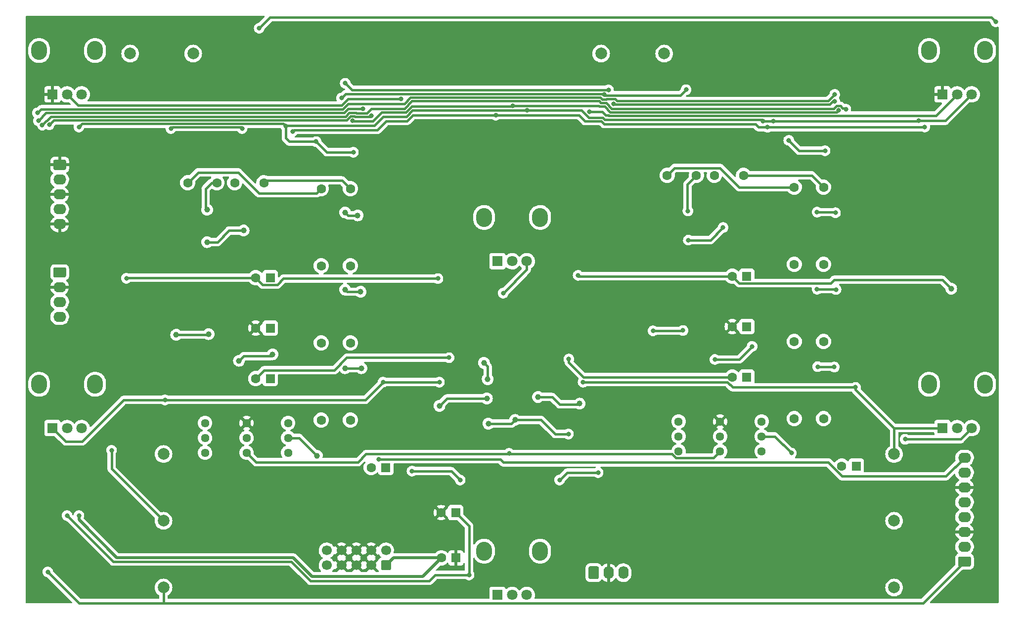
<source format=gtl>
G04 #@! TF.GenerationSoftware,KiCad,Pcbnew,6.0.5+dfsg-1~bpo11+1*
G04 #@! TF.CreationDate,2022-08-16T14:47:16+00:00*
G04 #@! TF.ProjectId,filter_board,66696c74-6572-45f6-926f-6172642e6b69,0*
G04 #@! TF.SameCoordinates,Original*
G04 #@! TF.FileFunction,Copper,L1,Top*
G04 #@! TF.FilePolarity,Positive*
%FSLAX46Y46*%
G04 Gerber Fmt 4.6, Leading zero omitted, Abs format (unit mm)*
G04 Created by KiCad (PCBNEW 6.0.5+dfsg-1~bpo11+1) date 2022-08-16 14:47:16*
%MOMM*%
%LPD*%
G01*
G04 APERTURE LIST*
G04 #@! TA.AperFunction,ComponentPad*
%ADD10O,2.720000X3.240000*%
G04 #@! TD*
G04 #@! TA.AperFunction,ComponentPad*
%ADD11R,1.800000X1.800000*%
G04 #@! TD*
G04 #@! TA.AperFunction,ComponentPad*
%ADD12C,1.800000*%
G04 #@! TD*
G04 #@! TA.AperFunction,ComponentPad*
%ADD13C,1.600000*%
G04 #@! TD*
G04 #@! TA.AperFunction,ComponentPad*
%ADD14R,1.600000X1.600000*%
G04 #@! TD*
G04 #@! TA.AperFunction,ComponentPad*
%ADD15C,1.440000*%
G04 #@! TD*
G04 #@! TA.AperFunction,ComponentPad*
%ADD16O,2.190000X1.740000*%
G04 #@! TD*
G04 #@! TA.AperFunction,ComponentPad*
%ADD17C,2.000000*%
G04 #@! TD*
G04 #@! TA.AperFunction,ComponentPad*
%ADD18C,1.700000*%
G04 #@! TD*
G04 #@! TA.AperFunction,ComponentPad*
%ADD19O,1.740000X2.190000*%
G04 #@! TD*
G04 #@! TA.AperFunction,ViaPad*
%ADD20C,0.800000*%
G04 #@! TD*
G04 #@! TA.AperFunction,ViaPad*
%ADD21C,1.000000*%
G04 #@! TD*
G04 #@! TA.AperFunction,Conductor*
%ADD22C,0.400000*%
G04 #@! TD*
G04 #@! TA.AperFunction,Conductor*
%ADD23C,0.500000*%
G04 #@! TD*
G04 APERTURE END LIST*
D10*
X73380000Y-108070000D03*
X63780000Y-108070000D03*
D11*
X66080000Y-115570000D03*
D12*
X68580000Y-115570000D03*
X71080000Y-115570000D03*
D10*
X73380000Y-50920000D03*
X63780000Y-50920000D03*
D11*
X66080000Y-58420000D03*
D12*
X68580000Y-58420000D03*
X71080000Y-58420000D03*
D10*
X139980000Y-79495000D03*
X149580000Y-79495000D03*
D11*
X142280000Y-86995000D03*
D12*
X144780000Y-86995000D03*
X147280000Y-86995000D03*
D10*
X149580000Y-136645000D03*
X139980000Y-136645000D03*
D11*
X142280000Y-144145000D03*
D12*
X144780000Y-144145000D03*
X147280000Y-144145000D03*
D10*
X225780000Y-50920000D03*
X216180000Y-50920000D03*
D11*
X218480000Y-58420000D03*
D12*
X220980000Y-58420000D03*
X223480000Y-58420000D03*
D10*
X225780000Y-108070000D03*
X216180000Y-108070000D03*
D11*
X218480000Y-115570000D03*
D12*
X220980000Y-115570000D03*
X223480000Y-115570000D03*
D13*
X198105400Y-74318500D03*
X193105400Y-74318500D03*
X171341400Y-72286500D03*
X176341400Y-72286500D03*
D14*
X103376100Y-98450400D03*
D13*
X100876100Y-98450400D03*
X184404000Y-72288400D03*
X179404000Y-72288400D03*
D15*
X106424100Y-119786400D03*
X106424100Y-117246400D03*
X106424100Y-114706400D03*
G04 #@! TA.AperFunction,ComponentPad*
G36*
G01*
X66465000Y-88030000D02*
X68155000Y-88030000D01*
G75*
G02*
X68405000Y-88280000I0J-250000D01*
G01*
X68405000Y-89520000D01*
G75*
G02*
X68155000Y-89770000I-250000J0D01*
G01*
X66465000Y-89770000D01*
G75*
G02*
X66215000Y-89520000I0J250000D01*
G01*
X66215000Y-88280000D01*
G75*
G02*
X66465000Y-88030000I250000J0D01*
G01*
G37*
G04 #@! TD.AperFunction*
D16*
X67310000Y-91440000D03*
X67310000Y-93980000D03*
X67310000Y-96520000D03*
D17*
X90170000Y-51435000D03*
D15*
X180405400Y-119540500D03*
X180405400Y-117000500D03*
X180405400Y-114460500D03*
D17*
X170815000Y-51435000D03*
D15*
X173293400Y-119530500D03*
X173293400Y-116990500D03*
X173293400Y-114450500D03*
D13*
X193105400Y-87526500D03*
X198105400Y-87526500D03*
D17*
X210185000Y-142875000D03*
X160020000Y-51435000D03*
D13*
X89232100Y-73558400D03*
X94232100Y-73558400D03*
G04 #@! TA.AperFunction,ComponentPad*
G36*
G01*
X223095000Y-139300000D02*
X221405000Y-139300000D01*
G75*
G02*
X221155000Y-139050000I0J250000D01*
G01*
X221155000Y-137810000D01*
G75*
G02*
X221405000Y-137560000I250000J0D01*
G01*
X223095000Y-137560000D01*
G75*
G02*
X223345000Y-137810000I0J-250000D01*
G01*
X223345000Y-139050000D01*
G75*
G02*
X223095000Y-139300000I-250000J0D01*
G01*
G37*
G04 #@! TD.AperFunction*
D16*
X222250000Y-135890000D03*
X222250000Y-133350000D03*
X222250000Y-130810000D03*
X222250000Y-128270000D03*
X222250000Y-125730000D03*
X222250000Y-123190000D03*
X222250000Y-120650000D03*
D13*
X112092100Y-87782400D03*
X117092100Y-87782400D03*
D17*
X85090000Y-131445000D03*
X79375000Y-51435000D03*
X210185000Y-120015000D03*
G04 #@! TA.AperFunction,ComponentPad*
G36*
G01*
X123790000Y-139915000D02*
X122590000Y-139915000D01*
G75*
G02*
X122340000Y-139665000I0J250000D01*
G01*
X122340000Y-138465000D01*
G75*
G02*
X122590000Y-138215000I250000J0D01*
G01*
X123790000Y-138215000D01*
G75*
G02*
X124040000Y-138465000I0J-250000D01*
G01*
X124040000Y-139665000D01*
G75*
G02*
X123790000Y-139915000I-250000J0D01*
G01*
G37*
G04 #@! TD.AperFunction*
D18*
X123190000Y-136525000D03*
X120650000Y-139065000D03*
X120650000Y-136525000D03*
X118110000Y-139065000D03*
X118110000Y-136525000D03*
X115570000Y-139065000D03*
X115570000Y-136525000D03*
X113030000Y-139065000D03*
X113030000Y-136525000D03*
D14*
X184977400Y-98194500D03*
D13*
X182477400Y-98194500D03*
X193105400Y-113942500D03*
X198105400Y-113942500D03*
D14*
X184977400Y-106830500D03*
D13*
X182477400Y-106830500D03*
D14*
X103376100Y-107086400D03*
D13*
X100876100Y-107086400D03*
D14*
X184977400Y-89558500D03*
D13*
X182477400Y-89558500D03*
D14*
X135167380Y-137795000D03*
D13*
X132667380Y-137795000D03*
X198105400Y-100734500D03*
X193105400Y-100734500D03*
D15*
X99312100Y-119786400D03*
X99312100Y-117246400D03*
X99312100Y-114706400D03*
D13*
X112092100Y-114198400D03*
X117092100Y-114198400D03*
D14*
X203733400Y-122070500D03*
D13*
X201233400Y-122070500D03*
X117092100Y-100990400D03*
X112092100Y-100990400D03*
D15*
X92200100Y-119786400D03*
X92200100Y-117246400D03*
X92200100Y-114706400D03*
D17*
X85090000Y-120015000D03*
D15*
X187517400Y-119530500D03*
X187517400Y-116990500D03*
X187517400Y-114450500D03*
G04 #@! TA.AperFunction,ComponentPad*
G36*
G01*
X157880000Y-141180000D02*
X157880000Y-139490000D01*
G75*
G02*
X158130000Y-139240000I250000J0D01*
G01*
X159370000Y-139240000D01*
G75*
G02*
X159620000Y-139490000I0J-250000D01*
G01*
X159620000Y-141180000D01*
G75*
G02*
X159370000Y-141430000I-250000J0D01*
G01*
X158130000Y-141430000D01*
G75*
G02*
X157880000Y-141180000I0J250000D01*
G01*
G37*
G04 #@! TD.AperFunction*
D19*
X161290000Y-140335000D03*
X163830000Y-140335000D03*
D14*
X123148100Y-122326400D03*
D13*
X120648100Y-122326400D03*
D17*
X210185000Y-131445000D03*
D14*
X135128000Y-130048000D03*
D13*
X132628000Y-130048000D03*
D17*
X85090000Y-142875000D03*
G04 #@! TA.AperFunction,ComponentPad*
G36*
G01*
X66465000Y-69615000D02*
X68155000Y-69615000D01*
G75*
G02*
X68405000Y-69865000I0J-250000D01*
G01*
X68405000Y-71105000D01*
G75*
G02*
X68155000Y-71355000I-250000J0D01*
G01*
X66465000Y-71355000D01*
G75*
G02*
X66215000Y-71105000I0J250000D01*
G01*
X66215000Y-69865000D01*
G75*
G02*
X66465000Y-69615000I250000J0D01*
G01*
G37*
G04 #@! TD.AperFunction*
D16*
X67310000Y-73025000D03*
X67310000Y-75565000D03*
X67310000Y-78105000D03*
X67310000Y-80645000D03*
D13*
X117092100Y-74574400D03*
X112092100Y-74574400D03*
X102280100Y-73558400D03*
X97280100Y-73558400D03*
D14*
X103376100Y-89814400D03*
D13*
X100876100Y-89814400D03*
D20*
X101473000Y-47091600D03*
X98552000Y-64262000D03*
X227584000Y-45974000D03*
X86360000Y-64262000D03*
X156083000Y-89408000D03*
D21*
X219964000Y-91694000D03*
D20*
X174880900Y-78382500D03*
X82550000Y-99060000D03*
X174523400Y-97053400D03*
D21*
X140462000Y-128016000D03*
D20*
X82550000Y-87630000D03*
X172720000Y-133350000D03*
X185928000Y-75692000D03*
D21*
X87604600Y-78384400D03*
X149352000Y-90932000D03*
D20*
X125730000Y-67310000D03*
X82550000Y-109220000D03*
X212090000Y-54610000D03*
X125730000Y-124460000D03*
X157480000Y-67310000D03*
X163830000Y-54610000D03*
X163830000Y-118110000D03*
X129540000Y-101600000D03*
X163830000Y-91440000D03*
X163830000Y-109220000D03*
X217170000Y-82550000D03*
X104140000Y-133350000D03*
X125730000Y-87630000D03*
X163830000Y-124460000D03*
X217170000Y-67310000D03*
X66548000Y-130556000D03*
X83820000Y-67310000D03*
X72644000Y-130556000D03*
D21*
X97129600Y-102387400D03*
D20*
X201930000Y-67310000D03*
X129540000Y-118110000D03*
D21*
X140208000Y-90932000D03*
D20*
X142240000Y-67310000D03*
X203200000Y-87630000D03*
D21*
X93065600Y-97561400D03*
D20*
X169418000Y-109220000D03*
X129540000Y-105410000D03*
D21*
X140462000Y-98552000D03*
X102743000Y-58648600D03*
D20*
X182880000Y-58420000D03*
X178562000Y-101625400D03*
D21*
X149098000Y-97282000D03*
D20*
X157480000Y-124460000D03*
X212090000Y-67310000D03*
X125730000Y-118110000D03*
X184150000Y-67310000D03*
D21*
X220218000Y-95123000D03*
X135001000Y-101346000D03*
D20*
X108712000Y-124968000D03*
X129540000Y-109220000D03*
X88900000Y-133350000D03*
X212090000Y-82550000D03*
X157480000Y-105410000D03*
X125730000Y-54610000D03*
X163830000Y-87630000D03*
X125730000Y-91440000D03*
X88900000Y-67310000D03*
X147320000Y-67310000D03*
X206375000Y-116840000D03*
X157480000Y-91440000D03*
X209550000Y-110490000D03*
X125730000Y-101600000D03*
D21*
X149352000Y-115570000D03*
D20*
X157480000Y-109220000D03*
D21*
X104749600Y-78257400D03*
D20*
X191516000Y-58420000D03*
X203200000Y-91440000D03*
X129540000Y-67310000D03*
X88239600Y-108610400D03*
X125730000Y-109220000D03*
D21*
X149098000Y-128016000D03*
D20*
X76200000Y-99060000D03*
X163830000Y-67310000D03*
X163830000Y-105410000D03*
X129540000Y-87630000D03*
X82550000Y-113030000D03*
X83820000Y-54610000D03*
X129540000Y-91440000D03*
X170180000Y-67310000D03*
D21*
X108712000Y-58648600D03*
D20*
X129540000Y-124460000D03*
D21*
X141732000Y-118618000D03*
D20*
X82550000Y-91440000D03*
X157480000Y-87630000D03*
X190500000Y-133350000D03*
X125730000Y-105410000D03*
D21*
X135382000Y-111760000D03*
X154178000Y-114046000D03*
X154178000Y-101346000D03*
X147828000Y-118618000D03*
D20*
X142240000Y-54610000D03*
X206375000Y-127000000D03*
X157480000Y-118110000D03*
X197002400Y-78587600D03*
X200152000Y-78689200D03*
X200253600Y-91846400D03*
X197002400Y-91795600D03*
X197104000Y-105054400D03*
X199948800Y-105105200D03*
X154482800Y-103733600D03*
X132080000Y-89955429D03*
X78740000Y-89916000D03*
D21*
X92556557Y-78182243D03*
X116179600Y-78638400D03*
X118338600Y-79146400D03*
X118846600Y-92227400D03*
X116179600Y-91846400D03*
X118973600Y-105308400D03*
X116179600Y-105308400D03*
D20*
X133985000Y-103505000D03*
X117602000Y-68326000D03*
X189484000Y-62992000D03*
X214376000Y-62954500D03*
X68580000Y-130556000D03*
X106045000Y-63881000D03*
X192151000Y-66294000D03*
X187706000Y-62992000D03*
X70612000Y-64008000D03*
X198374000Y-68072000D03*
X147320000Y-61176500D03*
X111216400Y-66512400D03*
X143256000Y-92456000D03*
X137414000Y-140716000D03*
X144272000Y-119888000D03*
D21*
X145288000Y-114173000D03*
D20*
X215429500Y-64008000D03*
X154432000Y-116586000D03*
X188505501Y-64045501D03*
X107188000Y-64770000D03*
X141986000Y-61976000D03*
X70612000Y-130556000D03*
D21*
X140717043Y-114809043D03*
X149225000Y-110236000D03*
X156337000Y-111379000D03*
X140599500Y-107188000D03*
X139954000Y-104394000D03*
X140462000Y-110490000D03*
X132334000Y-111760000D03*
D20*
X122682000Y-107696000D03*
X121920000Y-120904000D03*
X132334000Y-107696000D03*
X85344000Y-110744000D03*
X156934500Y-107696000D03*
X203581000Y-108585000D03*
X65278000Y-140208000D03*
X185877200Y-101574600D03*
X179501800Y-103809800D03*
D21*
X103753778Y-102936636D03*
X98018600Y-104038400D03*
D20*
X116205000Y-56515000D03*
X161290000Y-57658000D03*
X63664500Y-62936755D03*
X119215500Y-60866460D03*
X120650000Y-62065500D03*
X65523479Y-63618479D03*
X200042837Y-59630403D03*
X162181011Y-60054870D03*
X200025000Y-58420000D03*
X63500000Y-61595000D03*
X117475000Y-62954500D03*
X144881904Y-60376999D03*
X200660000Y-61176500D03*
X160528000Y-58457500D03*
X174573161Y-57620500D03*
X115570000Y-59055000D03*
X135890000Y-124460000D03*
X127635000Y-122936000D03*
X125730000Y-59182000D03*
X152908000Y-124460000D03*
X159512000Y-123190000D03*
X158045332Y-61410668D03*
X212090000Y-117475000D03*
X174955200Y-83388200D03*
X180898800Y-81229200D03*
X168910000Y-98907600D03*
X174040800Y-98856800D03*
X201930000Y-60960000D03*
X64320012Y-63691281D03*
X76200000Y-119380000D03*
D21*
X92557600Y-83718400D03*
X98806000Y-81737200D03*
X87259500Y-99593400D03*
X92811600Y-99466400D03*
D20*
X192608200Y-119860511D03*
D21*
X111353600Y-120294400D03*
D22*
X98298000Y-64008000D02*
X98552000Y-64262000D01*
X226822000Y-45212000D02*
X103352600Y-45212000D01*
X103352600Y-45212000D02*
X101473000Y-47091600D01*
X86614000Y-64008000D02*
X98298000Y-64008000D01*
X86360000Y-64262000D02*
X86614000Y-64008000D01*
X227584000Y-45974000D02*
X226822000Y-45212000D01*
X199923400Y-90170000D02*
X218440000Y-90170000D01*
X156233500Y-89558500D02*
X182477400Y-89558500D01*
X183676911Y-90758011D02*
X199335389Y-90758011D01*
X156083000Y-89408000D02*
X156233500Y-89558500D01*
X199335389Y-90758011D02*
X199923400Y-90170000D01*
X218440000Y-90170000D02*
X219964000Y-91694000D01*
X182477400Y-89558500D02*
X183676911Y-90758011D01*
X183690900Y-74318500D02*
X180390800Y-71018400D01*
X193105400Y-74318500D02*
X183690900Y-74318500D01*
X172609500Y-71018400D02*
X171341400Y-72286500D01*
X180390800Y-71018400D02*
X172609500Y-71018400D01*
X174880900Y-78382500D02*
X174802800Y-78304400D01*
X174802800Y-73825100D02*
X176341400Y-72286500D01*
X174802800Y-78304400D02*
X174802800Y-73825100D01*
X196075300Y-72288400D02*
X198105400Y-74318500D01*
X184404000Y-72288400D02*
X196075300Y-72288400D01*
X197002400Y-78587600D02*
X200050400Y-78587600D01*
X200050400Y-78587600D02*
X200152000Y-78689200D01*
X200202800Y-91795600D02*
X200253600Y-91846400D01*
X197002400Y-91795600D02*
X200202800Y-91795600D01*
X197104000Y-105054400D02*
X199898000Y-105054400D01*
X199898000Y-105054400D02*
X199948800Y-105105200D01*
X156970100Y-106830500D02*
X154482800Y-104343200D01*
X154482800Y-104343200D02*
X154482800Y-103733600D01*
X182477400Y-106830500D02*
X156970100Y-106830500D01*
X102075611Y-91013911D02*
X104575611Y-91013911D01*
X100876100Y-89814400D02*
X102075611Y-91013911D01*
X105634093Y-89955429D02*
X132080000Y-89955429D01*
X78841600Y-89814400D02*
X100876100Y-89814400D01*
X104575611Y-91013911D02*
X105634093Y-89955429D01*
X78740000Y-89916000D02*
X78841600Y-89814400D01*
X111292101Y-75374399D02*
X101485599Y-75374399D01*
X112092100Y-74574400D02*
X111292101Y-75374399D01*
X101485599Y-75374399D02*
X97891600Y-71780400D01*
X91010100Y-71780400D02*
X89232100Y-73558400D01*
X97891600Y-71780400D02*
X91010100Y-71780400D01*
X92556557Y-78182243D02*
X92303600Y-77929286D01*
X92303600Y-77929286D02*
X92303600Y-74574400D01*
X93319600Y-73558400D02*
X94232100Y-73558400D01*
X92303600Y-74574400D02*
X93319600Y-73558400D01*
X102686500Y-73152000D02*
X102280100Y-73558400D01*
X115669700Y-73152000D02*
X102686500Y-73152000D01*
X117092100Y-74574400D02*
X115669700Y-73152000D01*
X116687600Y-79146400D02*
X116179600Y-78638400D01*
X118338600Y-79146400D02*
X116687600Y-79146400D01*
X118846600Y-92227400D02*
X116560600Y-92227400D01*
X116560600Y-92227400D02*
X116179600Y-91846400D01*
X118973600Y-105308400D02*
X116179600Y-105308400D01*
X114300000Y-105664000D02*
X116459000Y-103505000D01*
X116459000Y-103505000D02*
X133985000Y-103505000D01*
X100876100Y-107086400D02*
X102298500Y-105664000D01*
X102298500Y-105664000D02*
X114300000Y-105664000D01*
X100937700Y-121412000D02*
X99312100Y-119786400D01*
X98546326Y-63408490D02*
X98600335Y-63462499D01*
X105626499Y-63462499D02*
X106045000Y-63881000D01*
X223480000Y-58420000D02*
X218945500Y-62954500D01*
X127713665Y-61176499D02*
X156680499Y-61176499D01*
X193929000Y-68072000D02*
X198374000Y-68072000D01*
X76454000Y-138430000D02*
X68580000Y-130556000D01*
X106644400Y-66512400D02*
X106045000Y-65913000D01*
X156680499Y-61176499D02*
X157896490Y-62392490D01*
X130556000Y-141732000D02*
X110236000Y-141732000D01*
X131572000Y-140716000D02*
X130556000Y-141732000D01*
X126660164Y-62230000D02*
X127713665Y-61176499D01*
X172194671Y-120015000D02*
X119761000Y-120015000D01*
X106934000Y-138430000D02*
X76454000Y-138430000D01*
X110236000Y-141732000D02*
X106934000Y-138430000D01*
X71157501Y-63462499D02*
X86311665Y-63462499D01*
X86365675Y-63408489D02*
X98546326Y-63408490D01*
X119761000Y-120015000D02*
X118364000Y-121412000D01*
X180405400Y-119540500D02*
X179295889Y-120650011D01*
X121158000Y-63754000D02*
X122682000Y-62230000D01*
X157896490Y-62392490D02*
X160268326Y-62392490D01*
X70612000Y-64008000D02*
X71157501Y-63462499D01*
X118364000Y-121412000D02*
X100937700Y-121412000D01*
X187706000Y-62992000D02*
X214338500Y-62992000D01*
X172829682Y-120650011D02*
X172194671Y-120015000D01*
X187706000Y-62992000D02*
X189484000Y-62992000D01*
X214338500Y-62992000D02*
X214376000Y-62954500D01*
X147280000Y-86995000D02*
X147280000Y-88432000D01*
X86311665Y-63462499D02*
X86365675Y-63408489D01*
X137414000Y-132334000D02*
X135128000Y-130048000D01*
X111216400Y-66512400D02*
X106644400Y-66512400D01*
X187452000Y-62738000D02*
X187706000Y-62992000D01*
X106045000Y-63881000D02*
X106172000Y-63754000D01*
X179295889Y-120650011D02*
X172829682Y-120650011D01*
X106045000Y-65913000D02*
X106045000Y-63881000D01*
X98600335Y-63462499D02*
X105626499Y-63462499D01*
X137414000Y-140716000D02*
X137414000Y-132334000D01*
X218945500Y-62954500D02*
X214376000Y-62954500D01*
X137414000Y-140716000D02*
X131572000Y-140716000D01*
X122682000Y-62230000D02*
X126660164Y-62230000D01*
X106172000Y-63754000D02*
X121158000Y-63754000D01*
X160268326Y-62392490D02*
X160613836Y-62738000D01*
X111216400Y-66512400D02*
X113030000Y-68326000D01*
X147280000Y-88432000D02*
X143256000Y-92456000D01*
X160613836Y-62738000D02*
X187452000Y-62738000D01*
X192151000Y-66294000D02*
X193929000Y-68072000D01*
X113030000Y-68326000D02*
X117602000Y-68326000D01*
D23*
X124460000Y-137795000D02*
X123190000Y-139065000D01*
X70612000Y-131288452D02*
X77104037Y-137780489D01*
D22*
X140717043Y-114809043D02*
X144651957Y-114809043D01*
D23*
X77104037Y-137780489D02*
X107300489Y-137780489D01*
D22*
X186436000Y-63500000D02*
X186981501Y-64045501D01*
X215391999Y-64045501D02*
X215429500Y-64008000D01*
D23*
X132667380Y-137795000D02*
X124460000Y-137795000D01*
D22*
X144651957Y-114809043D02*
X145288000Y-114173000D01*
X107442000Y-64516000D02*
X121666000Y-64516000D01*
X157226000Y-62992000D02*
X160020000Y-62992000D01*
X149733000Y-114173000D02*
X152146000Y-116586000D01*
X156210000Y-61976000D02*
X157226000Y-62992000D01*
X141986000Y-61976000D02*
X156210000Y-61976000D01*
X145288000Y-114173000D02*
X149733000Y-114173000D01*
X160528000Y-63500000D02*
X186436000Y-63500000D01*
X186981501Y-64045501D02*
X188505501Y-64045501D01*
X152146000Y-116586000D02*
X154432000Y-116586000D01*
D23*
X110490000Y-140970000D02*
X129492380Y-140970000D01*
D22*
X126746000Y-62992000D02*
X127762000Y-61976000D01*
X123190000Y-62992000D02*
X126746000Y-62992000D01*
X127762000Y-61976000D02*
X141986000Y-61976000D01*
X160020000Y-62992000D02*
X160528000Y-63500000D01*
D23*
X70612000Y-130556000D02*
X70612000Y-131288452D01*
D22*
X107188000Y-64770000D02*
X107442000Y-64516000D01*
D23*
X107300489Y-137780489D02*
X110490000Y-140970000D01*
D22*
X188505501Y-64045501D02*
X215391999Y-64045501D01*
D23*
X129492380Y-140970000D02*
X132667380Y-137795000D01*
D22*
X121666000Y-64516000D02*
X123190000Y-62992000D01*
X151638000Y-110236000D02*
X152908000Y-111506000D01*
X152908000Y-111506000D02*
X156210000Y-111506000D01*
X149225000Y-110236000D02*
X151638000Y-110236000D01*
X156210000Y-111506000D02*
X156337000Y-111379000D01*
X140599500Y-105039500D02*
X139954000Y-104394000D01*
X140599500Y-107188000D02*
X140599500Y-105039500D01*
X133604000Y-110490000D02*
X132334000Y-111760000D01*
X140462000Y-110490000D02*
X133604000Y-110490000D01*
X85344000Y-110744000D02*
X78232000Y-110744000D01*
X201291534Y-123825000D02*
X198916034Y-121449500D01*
X219075000Y-123825000D02*
X201291534Y-123825000D01*
X198916034Y-121449500D02*
X143293500Y-121449500D01*
X143293500Y-121449500D02*
X142748000Y-120904000D01*
X222250000Y-120650000D02*
X219075000Y-123825000D01*
X119634000Y-110744000D02*
X85344000Y-110744000D01*
X142748000Y-120904000D02*
X121920000Y-120904000D01*
X122682000Y-107696000D02*
X132334000Y-107696000D01*
X68366000Y-117856000D02*
X66080000Y-115570000D01*
X122682000Y-107696000D02*
X119634000Y-110744000D01*
X78232000Y-110744000D02*
X71120000Y-117856000D01*
X71120000Y-117856000D02*
X68366000Y-117856000D01*
X181646534Y-107696000D02*
X156934500Y-107696000D01*
X218480000Y-115570000D02*
X210185000Y-115570000D01*
X203581000Y-108585000D02*
X182535534Y-108585000D01*
X182535534Y-108585000D02*
X181646534Y-107696000D01*
X203581000Y-108966000D02*
X203581000Y-108585000D01*
X210185000Y-115570000D02*
X203581000Y-108966000D01*
X210185000Y-120015000D02*
X210185000Y-115570000D01*
X222250000Y-138430000D02*
X215138000Y-145542000D01*
X70612000Y-145542000D02*
X65278000Y-140208000D01*
X215138000Y-145542000D02*
X84963000Y-145542000D01*
X85090000Y-145415000D02*
X85090000Y-142875000D01*
X84963000Y-145542000D02*
X85090000Y-145415000D01*
X84963000Y-145542000D02*
X70612000Y-145542000D01*
X183642000Y-103809800D02*
X185877200Y-101574600D01*
X179501800Y-103809800D02*
X183642000Y-103809800D01*
X98018600Y-104038400D02*
X98816500Y-103240500D01*
X98816500Y-103240500D02*
X103449914Y-103240500D01*
X103449914Y-103240500D02*
X103753778Y-102936636D01*
X116205000Y-56515000D02*
X117348000Y-57658000D01*
X117348000Y-57658000D02*
X161290000Y-57658000D01*
X119215500Y-60866460D02*
X116736702Y-60866460D01*
X116736702Y-60866460D02*
X116008162Y-61595000D01*
X116008162Y-61595000D02*
X65006255Y-61595000D01*
X65006255Y-61595000D02*
X63664500Y-62936755D01*
X98794651Y-62808979D02*
X86117349Y-62808979D01*
X120650000Y-62065500D02*
X120450020Y-62265480D01*
X117916646Y-62265480D02*
X117806165Y-62154999D01*
X98848661Y-62862989D02*
X98794651Y-62808979D01*
X117806165Y-62154999D02*
X117143835Y-62154999D01*
X86117349Y-62808979D02*
X86063339Y-62862989D01*
X120450020Y-62265480D02*
X117916646Y-62265480D01*
X116435845Y-62862989D02*
X98848661Y-62862989D01*
X117143835Y-62154999D02*
X116435845Y-62862989D01*
X86063339Y-62862989D02*
X66278969Y-62862989D01*
X66278969Y-62862989D02*
X65523479Y-63618479D01*
X199165814Y-60127022D02*
X162253163Y-60127022D01*
X199662433Y-59630403D02*
X199165814Y-60127022D01*
X200042837Y-59630403D02*
X199662433Y-59630403D01*
X162253163Y-60127022D02*
X162181011Y-60054870D01*
X160196835Y-59257001D02*
X159917822Y-58977988D01*
X127368668Y-58977988D02*
X126327655Y-60019001D01*
X64135000Y-60960000D02*
X63500000Y-61595000D01*
X160859165Y-59257001D02*
X160196835Y-59257001D01*
X162434784Y-59177977D02*
X160938189Y-59177977D01*
X160938189Y-59177977D02*
X160859165Y-59257001D01*
X126327655Y-60019001D02*
X116736325Y-60019001D01*
X115795326Y-60960000D02*
X64135000Y-60960000D01*
X162784318Y-59527511D02*
X162434784Y-59177977D01*
X159917822Y-58977988D02*
X127368668Y-58977988D01*
X198917489Y-59527511D02*
X162784318Y-59527511D01*
X200025000Y-58420000D02*
X198917489Y-59527511D01*
X116736325Y-60019001D02*
X115795326Y-60960000D01*
X161601520Y-61453881D02*
X160603661Y-60456022D01*
X117512500Y-62992000D02*
X120904000Y-62992000D01*
X200382618Y-61453882D02*
X161601520Y-61453881D01*
X144806903Y-60452000D02*
X144881904Y-60376999D01*
X126574328Y-61468000D02*
X127590328Y-60452000D01*
X159700183Y-60456021D02*
X159621161Y-60376999D01*
X127590328Y-60452000D02*
X144806903Y-60452000D01*
X120904000Y-62992000D02*
X122428000Y-61468000D01*
X200660000Y-61176500D02*
X200382618Y-61453882D01*
X122428000Y-61468000D02*
X126574328Y-61468000D01*
X159621161Y-60376999D02*
X144881904Y-60376999D01*
X117475000Y-62954500D02*
X117512500Y-62992000D01*
X159700183Y-60456021D02*
X160603661Y-60456022D01*
X160448977Y-58378477D02*
X160528000Y-58457500D01*
X127120343Y-58378477D02*
X160448977Y-58378477D01*
X116242501Y-58382499D02*
X127116321Y-58382499D01*
X160648968Y-58578468D02*
X160528000Y-58457500D01*
X127116321Y-58382499D02*
X127120343Y-58378477D01*
X174573161Y-57620500D02*
X173615193Y-58578468D01*
X115570000Y-59055000D02*
X116242501Y-58382499D01*
X173615193Y-58578468D02*
X160648968Y-58578468D01*
X134366000Y-122936000D02*
X135890000Y-124460000D01*
X68580000Y-58420000D02*
X70485000Y-60325000D01*
X116713000Y-59182000D02*
X125730000Y-59182000D01*
X70485000Y-60325000D02*
X115570000Y-60325000D01*
X115570000Y-60325000D02*
X116713000Y-59182000D01*
X127635000Y-122936000D02*
X134366000Y-122936000D01*
X160216668Y-61410668D02*
X158045332Y-61410668D01*
X161275804Y-61976001D02*
X160782000Y-61976000D01*
X159512000Y-123190000D02*
X154178000Y-123190000D01*
X154178000Y-123190000D02*
X152908000Y-124460000D01*
X160782000Y-61976000D02*
X160216668Y-61410668D01*
X217346609Y-62053391D02*
X161353194Y-62053391D01*
X161353194Y-62053391D02*
X161275804Y-61976001D01*
X220980000Y-58420000D02*
X217346609Y-62053391D01*
X221575000Y-117475000D02*
X223480000Y-115570000D01*
X212090000Y-117475000D02*
X221575000Y-117475000D01*
X180898800Y-81229200D02*
X178739800Y-83388200D01*
X178739800Y-83388200D02*
X174955200Y-83388200D01*
X174040800Y-98856800D02*
X173990000Y-98907600D01*
X173990000Y-98907600D02*
X168910000Y-98907600D01*
X161849846Y-60854371D02*
X160851986Y-59856511D01*
X159948509Y-59856511D02*
X159669496Y-59577498D01*
X201391146Y-60776980D02*
X200991165Y-60376999D01*
X116241529Y-62209469D02*
X65801824Y-62209469D01*
X199851463Y-60854371D02*
X161849846Y-60854371D01*
X119918860Y-61665960D02*
X118164962Y-61665960D01*
X160851986Y-59856511D02*
X159948509Y-59856511D01*
X201746980Y-60776980D02*
X201391146Y-60776980D01*
X118164962Y-61665960D02*
X118054490Y-61555488D01*
X118054490Y-61555488D02*
X116895509Y-61555489D01*
X159669496Y-59577498D02*
X127616994Y-59577498D01*
X116895509Y-61555489D02*
X116241529Y-62209469D01*
X65801824Y-62209469D02*
X64320012Y-63691281D01*
X200991165Y-60376999D02*
X200328835Y-60376999D01*
X200328835Y-60376999D02*
X199851463Y-60854371D01*
X120716331Y-60868489D02*
X119918860Y-61665960D01*
X126326003Y-60868489D02*
X120716331Y-60868489D01*
X201930000Y-60960000D02*
X201746980Y-60776980D01*
X127616994Y-59577498D02*
X126326003Y-60868489D01*
X76200000Y-122555000D02*
X76200000Y-119380000D01*
X85090000Y-131445000D02*
X76200000Y-122555000D01*
X94335600Y-83718400D02*
X92557600Y-83718400D01*
X98806000Y-81737200D02*
X96316800Y-81737200D01*
X96316800Y-81737200D02*
X94335600Y-83718400D01*
X92811600Y-99466400D02*
X92684600Y-99593400D01*
X92684600Y-99593400D02*
X87259500Y-99593400D01*
X187517400Y-116990500D02*
X189738189Y-116990500D01*
X189738189Y-116990500D02*
X192608200Y-119860511D01*
X111353600Y-120294400D02*
X108305600Y-117246400D01*
X108305600Y-117246400D02*
X106424100Y-117246400D01*
G04 #@! TA.AperFunction,Conductor*
G36*
X102368061Y-44978502D02*
G01*
X102414554Y-45032158D01*
X102424658Y-45102432D01*
X102395164Y-45167012D01*
X102389035Y-45173595D01*
X101406467Y-46156163D01*
X101343569Y-46190315D01*
X101190712Y-46222806D01*
X101184682Y-46225491D01*
X101184681Y-46225491D01*
X101022278Y-46297797D01*
X101022276Y-46297798D01*
X101016248Y-46300482D01*
X100861747Y-46412734D01*
X100733960Y-46554656D01*
X100638473Y-46720044D01*
X100579458Y-46901672D01*
X100578768Y-46908233D01*
X100578768Y-46908235D01*
X100560186Y-47085035D01*
X100559496Y-47091600D01*
X100579458Y-47281528D01*
X100638473Y-47463156D01*
X100733960Y-47628544D01*
X100861747Y-47770466D01*
X101016248Y-47882718D01*
X101022276Y-47885402D01*
X101022278Y-47885403D01*
X101184681Y-47957709D01*
X101190712Y-47960394D01*
X101284113Y-47980247D01*
X101371056Y-47998728D01*
X101371061Y-47998728D01*
X101377513Y-48000100D01*
X101568487Y-48000100D01*
X101574939Y-47998728D01*
X101574944Y-47998728D01*
X101661887Y-47980247D01*
X101755288Y-47960394D01*
X101761319Y-47957709D01*
X101923722Y-47885403D01*
X101923724Y-47885402D01*
X101929752Y-47882718D01*
X102084253Y-47770466D01*
X102212040Y-47628544D01*
X102307527Y-47463156D01*
X102366542Y-47281528D01*
X102371450Y-47234830D01*
X102398463Y-47169173D01*
X102407665Y-47158905D01*
X103609165Y-45957405D01*
X103671477Y-45923379D01*
X103698260Y-45920500D01*
X226476340Y-45920500D01*
X226544461Y-45940502D01*
X226565435Y-45957405D01*
X226649335Y-46041305D01*
X226683361Y-46103617D01*
X226685550Y-46117228D01*
X226690458Y-46163928D01*
X226749473Y-46345556D01*
X226844960Y-46510944D01*
X226972747Y-46652866D01*
X227127248Y-46765118D01*
X227133276Y-46767802D01*
X227133278Y-46767803D01*
X227295679Y-46840108D01*
X227301712Y-46842794D01*
X227395112Y-46862647D01*
X227482056Y-46881128D01*
X227482061Y-46881128D01*
X227488513Y-46882500D01*
X227679487Y-46882500D01*
X227685939Y-46881128D01*
X227685944Y-46881128D01*
X227772888Y-46862647D01*
X227866288Y-46842794D01*
X227872315Y-46840111D01*
X227872323Y-46840108D01*
X227914252Y-46821440D01*
X227984619Y-46812006D01*
X228048916Y-46842113D01*
X228086729Y-46902202D01*
X228091500Y-46936547D01*
X228091500Y-145415500D01*
X228071498Y-145483621D01*
X228017842Y-145530114D01*
X227965500Y-145541500D01*
X216444660Y-145541500D01*
X216376539Y-145521498D01*
X216330046Y-145467842D01*
X216319942Y-145397568D01*
X216349436Y-145332988D01*
X216355565Y-145326405D01*
X221836565Y-139845405D01*
X221898877Y-139811379D01*
X221925660Y-139808500D01*
X223145400Y-139808500D01*
X223148646Y-139808163D01*
X223148650Y-139808163D01*
X223244308Y-139798238D01*
X223244312Y-139798237D01*
X223251166Y-139797526D01*
X223257702Y-139795345D01*
X223257704Y-139795345D01*
X223411998Y-139743868D01*
X223418946Y-139741550D01*
X223569348Y-139648478D01*
X223694305Y-139523303D01*
X223725535Y-139472639D01*
X223783275Y-139378968D01*
X223783276Y-139378966D01*
X223787115Y-139372738D01*
X223826261Y-139254715D01*
X223840632Y-139211389D01*
X223840632Y-139211387D01*
X223842797Y-139204861D01*
X223853500Y-139100400D01*
X223853500Y-137759600D01*
X223852954Y-137754338D01*
X223843238Y-137660692D01*
X223843237Y-137660688D01*
X223842526Y-137653834D01*
X223837353Y-137638327D01*
X223788868Y-137493002D01*
X223786550Y-137486054D01*
X223693478Y-137335652D01*
X223568303Y-137210695D01*
X223505769Y-137172148D01*
X223417738Y-137117885D01*
X223419062Y-137115738D01*
X223374710Y-137076688D01*
X223355248Y-137008411D01*
X223375788Y-136940451D01*
X223394272Y-136918239D01*
X223507306Y-136810410D01*
X223507316Y-136810398D01*
X223511168Y-136806724D01*
X223650813Y-136619035D01*
X223681188Y-136559293D01*
X223754420Y-136415256D01*
X223754420Y-136415255D01*
X223756838Y-136410500D01*
X223826210Y-136187083D01*
X223843809Y-136054305D01*
X223856248Y-135960455D01*
X223856248Y-135960451D01*
X223856948Y-135955171D01*
X223855907Y-135927427D01*
X223848372Y-135726727D01*
X223848172Y-135721396D01*
X223803685Y-135509373D01*
X223801229Y-135497668D01*
X223801228Y-135497665D01*
X223800132Y-135492441D01*
X223714203Y-135274854D01*
X223649260Y-135167831D01*
X223595609Y-135079417D01*
X223595607Y-135079414D01*
X223592841Y-135074856D01*
X223439517Y-134898166D01*
X223258614Y-134749835D01*
X223253978Y-134747196D01*
X223253975Y-134747194D01*
X223220999Y-134728423D01*
X223171693Y-134677341D01*
X223157831Y-134607711D01*
X223183814Y-134541640D01*
X223212964Y-134514401D01*
X223337155Y-134430790D01*
X223345441Y-134424129D01*
X223506930Y-134270076D01*
X223513979Y-134262108D01*
X223647203Y-134083048D01*
X223652802Y-134074018D01*
X223753953Y-133875069D01*
X223757956Y-133865208D01*
X223824138Y-133652071D01*
X223826420Y-133641691D01*
X223829036Y-133621957D01*
X223826840Y-133607793D01*
X223813655Y-133604000D01*
X220688373Y-133604000D01*
X220674842Y-133607973D01*
X220673317Y-133618580D01*
X220699252Y-133742188D01*
X220702312Y-133752384D01*
X220784284Y-133959952D01*
X220789018Y-133969489D01*
X220904796Y-134160285D01*
X220911062Y-134168878D01*
X221057333Y-134337441D01*
X221064964Y-134344861D01*
X221237542Y-134486368D01*
X221246309Y-134492393D01*
X221278978Y-134510989D01*
X221328285Y-134562071D01*
X221342146Y-134631702D01*
X221316163Y-134697773D01*
X221287013Y-134725011D01*
X221220399Y-134769858D01*
X221158104Y-134811798D01*
X220988832Y-134973276D01*
X220849187Y-135160965D01*
X220846771Y-135165716D01*
X220846769Y-135165720D01*
X220787833Y-135281638D01*
X220743162Y-135369500D01*
X220673790Y-135592917D01*
X220673089Y-135598204D01*
X220673089Y-135598205D01*
X220649341Y-135777382D01*
X220643052Y-135824829D01*
X220643252Y-135830158D01*
X220643252Y-135830160D01*
X220644767Y-135870523D01*
X220651828Y-136058604D01*
X220652923Y-136063822D01*
X220681271Y-136198925D01*
X220699868Y-136287559D01*
X220785797Y-136505146D01*
X220796046Y-136522035D01*
X220880150Y-136660634D01*
X220907159Y-136705144D01*
X221060483Y-136881834D01*
X221075065Y-136893790D01*
X221097770Y-136912407D01*
X221137764Y-136971067D01*
X221139695Y-137042038D01*
X221102950Y-137102786D01*
X221080610Y-137117733D01*
X221081054Y-137118450D01*
X220930652Y-137211522D01*
X220925479Y-137216704D01*
X220916744Y-137225454D01*
X220805695Y-137336697D01*
X220801855Y-137342927D01*
X220801854Y-137342928D01*
X220739240Y-137444507D01*
X220712885Y-137487262D01*
X220710581Y-137494209D01*
X220663063Y-137637473D01*
X220657203Y-137655139D01*
X220656503Y-137661975D01*
X220656502Y-137661978D01*
X220653937Y-137687014D01*
X220646500Y-137759600D01*
X220646500Y-138979340D01*
X220626498Y-139047461D01*
X220609595Y-139068435D01*
X214881435Y-144796595D01*
X214819123Y-144830621D01*
X214792340Y-144833500D01*
X148712423Y-144833500D01*
X148644302Y-144813498D01*
X148597809Y-144759842D01*
X148587705Y-144689568D01*
X148594158Y-144665304D01*
X148594078Y-144665280D01*
X148594767Y-144663012D01*
X148661408Y-144443671D01*
X148691640Y-144214041D01*
X148693327Y-144145000D01*
X148687032Y-144068434D01*
X148674773Y-143919318D01*
X148674772Y-143919312D01*
X148674349Y-143914167D01*
X148646137Y-143801850D01*
X148619184Y-143694544D01*
X148619183Y-143694540D01*
X148617925Y-143689533D01*
X148525570Y-143477131D01*
X148399764Y-143282665D01*
X148243887Y-143111358D01*
X148239836Y-143108159D01*
X148239832Y-143108155D01*
X148066177Y-142971011D01*
X148066172Y-142971008D01*
X148062123Y-142967810D01*
X148057607Y-142965317D01*
X148057604Y-142965315D01*
X147893999Y-142875000D01*
X208671835Y-142875000D01*
X208690465Y-143111711D01*
X208745895Y-143342594D01*
X208747788Y-143347165D01*
X208747789Y-143347167D01*
X208806928Y-143489941D01*
X208836760Y-143561963D01*
X208839346Y-143566183D01*
X208958241Y-143760202D01*
X208958245Y-143760208D01*
X208960824Y-143764416D01*
X209115031Y-143944969D01*
X209295584Y-144099176D01*
X209299792Y-144101755D01*
X209299798Y-144101759D01*
X209483026Y-144214041D01*
X209498037Y-144223240D01*
X209502607Y-144225133D01*
X209502611Y-144225135D01*
X209712833Y-144312211D01*
X209717406Y-144314105D01*
X209797609Y-144333360D01*
X209943476Y-144368380D01*
X209943482Y-144368381D01*
X209948289Y-144369535D01*
X210185000Y-144388165D01*
X210421711Y-144369535D01*
X210426518Y-144368381D01*
X210426524Y-144368380D01*
X210572391Y-144333360D01*
X210652594Y-144314105D01*
X210657167Y-144312211D01*
X210867389Y-144225135D01*
X210867393Y-144225133D01*
X210871963Y-144223240D01*
X210886974Y-144214041D01*
X211070202Y-144101759D01*
X211070208Y-144101755D01*
X211074416Y-144099176D01*
X211254969Y-143944969D01*
X211409176Y-143764416D01*
X211411755Y-143760208D01*
X211411759Y-143760202D01*
X211530654Y-143566183D01*
X211533240Y-143561963D01*
X211563073Y-143489941D01*
X211622211Y-143347167D01*
X211622212Y-143347165D01*
X211624105Y-143342594D01*
X211679535Y-143111711D01*
X211698165Y-142875000D01*
X211679535Y-142638289D01*
X211624105Y-142407406D01*
X211615553Y-142386759D01*
X211535135Y-142192611D01*
X211535133Y-142192607D01*
X211533240Y-142188037D01*
X211530654Y-142183817D01*
X211411759Y-141989798D01*
X211411755Y-141989792D01*
X211409176Y-141985584D01*
X211254969Y-141805031D01*
X211074416Y-141650824D01*
X211070208Y-141648245D01*
X211070202Y-141648241D01*
X210876183Y-141529346D01*
X210871963Y-141526760D01*
X210867393Y-141524867D01*
X210867389Y-141524865D01*
X210657167Y-141437789D01*
X210657165Y-141437788D01*
X210652594Y-141435895D01*
X210572391Y-141416640D01*
X210426524Y-141381620D01*
X210426518Y-141381619D01*
X210421711Y-141380465D01*
X210185000Y-141361835D01*
X209948289Y-141380465D01*
X209943482Y-141381619D01*
X209943476Y-141381620D01*
X209797609Y-141416640D01*
X209717406Y-141435895D01*
X209712835Y-141437788D01*
X209712833Y-141437789D01*
X209502611Y-141524865D01*
X209502607Y-141524867D01*
X209498037Y-141526760D01*
X209493817Y-141529346D01*
X209299798Y-141648241D01*
X209299792Y-141648245D01*
X209295584Y-141650824D01*
X209115031Y-141805031D01*
X208960824Y-141985584D01*
X208958245Y-141989792D01*
X208958241Y-141989798D01*
X208839346Y-142183817D01*
X208836760Y-142188037D01*
X208834867Y-142192607D01*
X208834865Y-142192611D01*
X208754447Y-142386759D01*
X208745895Y-142407406D01*
X208690465Y-142638289D01*
X208671835Y-142875000D01*
X147893999Y-142875000D01*
X147863879Y-142858373D01*
X147863875Y-142858371D01*
X147859355Y-142855876D01*
X147854486Y-142854152D01*
X147854482Y-142854150D01*
X147645903Y-142780288D01*
X147645899Y-142780287D01*
X147641028Y-142778562D01*
X147635935Y-142777655D01*
X147635932Y-142777654D01*
X147418095Y-142738851D01*
X147418089Y-142738850D01*
X147413006Y-142737945D01*
X147340096Y-142737054D01*
X147186581Y-142735179D01*
X147186579Y-142735179D01*
X147181411Y-142735116D01*
X146952464Y-142770150D01*
X146732314Y-142842106D01*
X146727726Y-142844494D01*
X146727722Y-142844496D01*
X146531461Y-142946663D01*
X146526872Y-142949052D01*
X146522739Y-142952155D01*
X146522736Y-142952157D01*
X146379074Y-143060022D01*
X146341655Y-143088117D01*
X146181639Y-143255564D01*
X146134836Y-143324174D01*
X146079927Y-143369175D01*
X146009402Y-143377346D01*
X145945655Y-143346092D01*
X145924959Y-143321609D01*
X145902577Y-143287013D01*
X145902574Y-143287009D01*
X145899764Y-143282665D01*
X145743887Y-143111358D01*
X145739836Y-143108159D01*
X145739832Y-143108155D01*
X145566177Y-142971011D01*
X145566172Y-142971008D01*
X145562123Y-142967810D01*
X145557607Y-142965317D01*
X145557604Y-142965315D01*
X145363879Y-142858373D01*
X145363875Y-142858371D01*
X145359355Y-142855876D01*
X145354486Y-142854152D01*
X145354482Y-142854150D01*
X145145903Y-142780288D01*
X145145899Y-142780287D01*
X145141028Y-142778562D01*
X145135935Y-142777655D01*
X145135932Y-142777654D01*
X144918095Y-142738851D01*
X144918089Y-142738850D01*
X144913006Y-142737945D01*
X144840096Y-142737054D01*
X144686581Y-142735179D01*
X144686579Y-142735179D01*
X144681411Y-142735116D01*
X144452464Y-142770150D01*
X144232314Y-142842106D01*
X144227726Y-142844494D01*
X144227722Y-142844496D01*
X144031461Y-142946663D01*
X144026872Y-142949052D01*
X144022739Y-142952155D01*
X144022736Y-142952157D01*
X143841655Y-143088117D01*
X143840976Y-143087213D01*
X143781730Y-143115131D01*
X143711341Y-143105869D01*
X143657132Y-143060022D01*
X143644325Y-143034866D01*
X143633768Y-143006705D01*
X143633767Y-143006703D01*
X143630615Y-142998295D01*
X143543261Y-142881739D01*
X143426705Y-142794385D01*
X143290316Y-142743255D01*
X143228134Y-142736500D01*
X141331866Y-142736500D01*
X141269684Y-142743255D01*
X141133295Y-142794385D01*
X141016739Y-142881739D01*
X140929385Y-142998295D01*
X140878255Y-143134684D01*
X140871500Y-143196866D01*
X140871500Y-144707500D01*
X140851498Y-144775621D01*
X140797842Y-144822114D01*
X140745500Y-144833500D01*
X85924500Y-144833500D01*
X85856379Y-144813498D01*
X85809886Y-144759842D01*
X85798500Y-144707500D01*
X85798500Y-144280606D01*
X85818502Y-144212485D01*
X85858665Y-144173174D01*
X85975193Y-144101765D01*
X85975203Y-144101758D01*
X85979416Y-144099176D01*
X86159969Y-143944969D01*
X86314176Y-143764416D01*
X86316755Y-143760208D01*
X86316759Y-143760202D01*
X86435654Y-143566183D01*
X86438240Y-143561963D01*
X86468073Y-143489941D01*
X86527211Y-143347167D01*
X86527212Y-143347165D01*
X86529105Y-143342594D01*
X86584535Y-143111711D01*
X86603165Y-142875000D01*
X86584535Y-142638289D01*
X86529105Y-142407406D01*
X86520553Y-142386759D01*
X86440135Y-142192611D01*
X86440133Y-142192607D01*
X86438240Y-142188037D01*
X86435654Y-142183817D01*
X86316759Y-141989798D01*
X86316755Y-141989792D01*
X86314176Y-141985584D01*
X86159969Y-141805031D01*
X85979416Y-141650824D01*
X85975208Y-141648245D01*
X85975202Y-141648241D01*
X85781183Y-141529346D01*
X85776963Y-141526760D01*
X85772393Y-141524867D01*
X85772389Y-141524865D01*
X85562167Y-141437789D01*
X85562165Y-141437788D01*
X85557594Y-141435895D01*
X85477391Y-141416640D01*
X85331524Y-141381620D01*
X85331518Y-141381619D01*
X85326711Y-141380465D01*
X85090000Y-141361835D01*
X84853289Y-141380465D01*
X84848482Y-141381619D01*
X84848476Y-141381620D01*
X84702609Y-141416640D01*
X84622406Y-141435895D01*
X84617835Y-141437788D01*
X84617833Y-141437789D01*
X84407611Y-141524865D01*
X84407607Y-141524867D01*
X84403037Y-141526760D01*
X84398817Y-141529346D01*
X84204798Y-141648241D01*
X84204792Y-141648245D01*
X84200584Y-141650824D01*
X84020031Y-141805031D01*
X83865824Y-141985584D01*
X83863245Y-141989792D01*
X83863241Y-141989798D01*
X83744346Y-142183817D01*
X83741760Y-142188037D01*
X83739867Y-142192607D01*
X83739865Y-142192611D01*
X83659447Y-142386759D01*
X83650895Y-142407406D01*
X83595465Y-142638289D01*
X83576835Y-142875000D01*
X83595465Y-143111711D01*
X83650895Y-143342594D01*
X83652788Y-143347165D01*
X83652789Y-143347167D01*
X83711928Y-143489941D01*
X83741760Y-143561963D01*
X83744346Y-143566183D01*
X83863241Y-143760202D01*
X83863245Y-143760208D01*
X83865824Y-143764416D01*
X84020031Y-143944969D01*
X84200584Y-144099176D01*
X84204797Y-144101758D01*
X84204807Y-144101765D01*
X84321335Y-144173174D01*
X84368966Y-144225821D01*
X84381500Y-144280606D01*
X84381500Y-144707500D01*
X84361498Y-144775621D01*
X84307842Y-144822114D01*
X84255500Y-144833500D01*
X70957660Y-144833500D01*
X70889539Y-144813498D01*
X70868565Y-144796595D01*
X66212665Y-140140695D01*
X66178639Y-140078383D01*
X66176450Y-140064770D01*
X66172232Y-140024637D01*
X66172232Y-140024635D01*
X66171542Y-140018072D01*
X66167073Y-140004316D01*
X66121340Y-139863568D01*
X66112527Y-139836444D01*
X66103089Y-139820096D01*
X66056378Y-139739191D01*
X66017040Y-139671056D01*
X66003150Y-139655629D01*
X65893675Y-139534045D01*
X65893674Y-139534044D01*
X65889253Y-139529134D01*
X65758024Y-139433790D01*
X65740094Y-139420763D01*
X65740093Y-139420762D01*
X65734752Y-139416882D01*
X65728724Y-139414198D01*
X65728722Y-139414197D01*
X65566319Y-139341891D01*
X65566318Y-139341891D01*
X65560288Y-139339206D01*
X65466887Y-139319353D01*
X65379944Y-139300872D01*
X65379939Y-139300872D01*
X65373487Y-139299500D01*
X65182513Y-139299500D01*
X65176061Y-139300872D01*
X65176056Y-139300872D01*
X65089113Y-139319353D01*
X64995712Y-139339206D01*
X64989682Y-139341891D01*
X64989681Y-139341891D01*
X64827278Y-139414197D01*
X64827276Y-139414198D01*
X64821248Y-139416882D01*
X64815907Y-139420762D01*
X64815906Y-139420763D01*
X64797976Y-139433790D01*
X64666747Y-139529134D01*
X64662326Y-139534044D01*
X64662325Y-139534045D01*
X64552851Y-139655629D01*
X64538960Y-139671056D01*
X64499622Y-139739191D01*
X64452912Y-139820096D01*
X64443473Y-139836444D01*
X64384458Y-140018072D01*
X64383768Y-140024633D01*
X64383768Y-140024635D01*
X64368351Y-140171317D01*
X64364496Y-140208000D01*
X64384458Y-140397928D01*
X64443473Y-140579556D01*
X64538960Y-140744944D01*
X64543378Y-140749851D01*
X64543379Y-140749852D01*
X64662325Y-140881955D01*
X64666747Y-140886866D01*
X64821248Y-140999118D01*
X64827276Y-141001802D01*
X64827278Y-141001803D01*
X64989681Y-141074109D01*
X64995712Y-141076794D01*
X65132411Y-141105850D01*
X65148569Y-141109285D01*
X65211467Y-141143437D01*
X69394434Y-145326405D01*
X69428460Y-145388717D01*
X69423395Y-145459533D01*
X69380848Y-145516368D01*
X69314328Y-145541179D01*
X69305339Y-145541500D01*
X61594500Y-145541500D01*
X61526379Y-145521498D01*
X61479886Y-145467842D01*
X61468500Y-145415500D01*
X61468500Y-130556000D01*
X67666496Y-130556000D01*
X67686458Y-130745928D01*
X67745473Y-130927556D01*
X67840960Y-131092944D01*
X67845378Y-131097851D01*
X67845379Y-131097852D01*
X67952338Y-131216642D01*
X67968747Y-131234866D01*
X68123248Y-131347118D01*
X68129276Y-131349802D01*
X68129278Y-131349803D01*
X68287342Y-131420177D01*
X68297712Y-131424794D01*
X68415967Y-131449930D01*
X68450569Y-131457285D01*
X68513467Y-131491437D01*
X75932550Y-138910520D01*
X75938404Y-138916785D01*
X75976439Y-138960385D01*
X75982657Y-138964755D01*
X76028697Y-138997112D01*
X76033993Y-139001045D01*
X76084282Y-139040477D01*
X76091204Y-139043602D01*
X76093452Y-139044964D01*
X76108185Y-139053368D01*
X76110524Y-139054622D01*
X76116739Y-139058990D01*
X76123815Y-139061749D01*
X76123819Y-139061751D01*
X76176274Y-139082202D01*
X76182352Y-139084757D01*
X76240574Y-139111045D01*
X76248045Y-139112429D01*
X76250599Y-139113230D01*
X76266878Y-139117867D01*
X76269433Y-139118523D01*
X76276509Y-139121282D01*
X76304962Y-139125028D01*
X76339851Y-139129621D01*
X76346367Y-139130653D01*
X76388706Y-139138500D01*
X76409187Y-139142296D01*
X76416767Y-139141859D01*
X76416768Y-139141859D01*
X76471398Y-139138709D01*
X76478651Y-139138500D01*
X106588340Y-139138500D01*
X106656461Y-139158502D01*
X106677435Y-139175405D01*
X108196310Y-140694281D01*
X109714557Y-142212528D01*
X109720411Y-142218793D01*
X109758439Y-142262385D01*
X109810729Y-142299136D01*
X109815971Y-142303028D01*
X109866282Y-142342476D01*
X109873201Y-142345600D01*
X109875493Y-142346988D01*
X109890165Y-142355357D01*
X109892525Y-142356622D01*
X109898739Y-142360990D01*
X109905818Y-142363750D01*
X109905820Y-142363751D01*
X109958275Y-142384202D01*
X109964344Y-142386753D01*
X110022573Y-142413045D01*
X110030046Y-142414430D01*
X110032612Y-142415234D01*
X110048835Y-142419855D01*
X110051427Y-142420520D01*
X110058509Y-142423282D01*
X110066044Y-142424274D01*
X110121861Y-142431622D01*
X110128377Y-142432654D01*
X110166770Y-142439770D01*
X110191186Y-142444295D01*
X110198766Y-142443858D01*
X110198767Y-142443858D01*
X110253380Y-142440709D01*
X110260633Y-142440500D01*
X130527088Y-142440500D01*
X130535658Y-142440792D01*
X130585776Y-142444209D01*
X130585780Y-142444209D01*
X130593352Y-142444725D01*
X130600829Y-142443420D01*
X130600830Y-142443420D01*
X130627308Y-142438799D01*
X130656303Y-142433738D01*
X130662821Y-142432777D01*
X130726242Y-142425102D01*
X130733343Y-142422419D01*
X130735952Y-142421778D01*
X130752262Y-142417315D01*
X130754798Y-142416550D01*
X130762284Y-142415243D01*
X130820800Y-142389556D01*
X130826904Y-142387065D01*
X130879548Y-142367173D01*
X130879549Y-142367172D01*
X130886656Y-142364487D01*
X130892919Y-142360183D01*
X130895285Y-142358946D01*
X130910097Y-142350701D01*
X130912351Y-142349368D01*
X130919305Y-142346315D01*
X130970002Y-142307413D01*
X130975332Y-142303541D01*
X131021720Y-142271661D01*
X131021725Y-142271656D01*
X131027981Y-142267357D01*
X131069436Y-142220829D01*
X131074416Y-142215554D01*
X131828565Y-141461405D01*
X131890877Y-141427379D01*
X131917660Y-141424500D01*
X136802595Y-141424500D01*
X136870716Y-141444502D01*
X136876656Y-141448564D01*
X136957248Y-141507118D01*
X136963276Y-141509802D01*
X136963278Y-141509803D01*
X137004197Y-141528021D01*
X137131712Y-141584794D01*
X137225113Y-141604647D01*
X137312056Y-141623128D01*
X137312061Y-141623128D01*
X137318513Y-141624500D01*
X137509487Y-141624500D01*
X137515939Y-141623128D01*
X137515944Y-141623128D01*
X137602887Y-141604647D01*
X137696288Y-141584794D01*
X137823803Y-141528021D01*
X137864722Y-141509803D01*
X137864724Y-141509802D01*
X137870752Y-141507118D01*
X138025253Y-141394866D01*
X138054994Y-141361835D01*
X138148621Y-141257852D01*
X138148622Y-141257851D01*
X138153040Y-141252944D01*
X138166056Y-141230400D01*
X157371500Y-141230400D01*
X157371837Y-141233646D01*
X157371837Y-141233650D01*
X157378513Y-141297987D01*
X157382474Y-141336166D01*
X157384655Y-141342702D01*
X157384655Y-141342704D01*
X157391038Y-141361835D01*
X157438450Y-141503946D01*
X157531522Y-141654348D01*
X157656697Y-141779305D01*
X157662927Y-141783145D01*
X157662928Y-141783146D01*
X157800090Y-141867694D01*
X157807262Y-141872115D01*
X157849815Y-141886229D01*
X157968611Y-141925632D01*
X157968613Y-141925632D01*
X157975139Y-141927797D01*
X157981975Y-141928497D01*
X157981978Y-141928498D01*
X158025031Y-141932909D01*
X158079600Y-141938500D01*
X159420400Y-141938500D01*
X159423646Y-141938163D01*
X159423650Y-141938163D01*
X159519308Y-141928238D01*
X159519312Y-141928237D01*
X159526166Y-141927526D01*
X159532702Y-141925345D01*
X159532704Y-141925345D01*
X159664806Y-141881272D01*
X159693946Y-141871550D01*
X159844348Y-141778478D01*
X159969305Y-141653303D01*
X160046749Y-141527667D01*
X160062115Y-141502738D01*
X160064132Y-141503982D01*
X160103537Y-141459225D01*
X160171813Y-141439761D01*
X160239774Y-141460300D01*
X160261989Y-141478785D01*
X160369924Y-141591930D01*
X160377892Y-141598979D01*
X160556952Y-141732203D01*
X160565982Y-141737802D01*
X160764931Y-141838953D01*
X160774792Y-141842956D01*
X160987929Y-141909138D01*
X160998309Y-141911420D01*
X161018043Y-141914036D01*
X161032207Y-141911840D01*
X161036000Y-141898655D01*
X161036000Y-141896627D01*
X161544000Y-141896627D01*
X161547973Y-141910158D01*
X161558580Y-141911683D01*
X161682188Y-141885748D01*
X161692384Y-141882688D01*
X161899952Y-141800716D01*
X161909489Y-141795982D01*
X162100285Y-141680204D01*
X162108878Y-141673938D01*
X162277441Y-141527667D01*
X162284861Y-141520036D01*
X162426368Y-141347458D01*
X162432393Y-141338691D01*
X162450989Y-141306022D01*
X162502071Y-141256715D01*
X162571702Y-141242854D01*
X162637773Y-141268837D01*
X162665011Y-141297987D01*
X162751798Y-141426896D01*
X162755477Y-141430753D01*
X162755479Y-141430755D01*
X162768593Y-141444502D01*
X162913276Y-141596168D01*
X163100965Y-141735813D01*
X163105716Y-141738229D01*
X163105720Y-141738231D01*
X163304744Y-141839420D01*
X163309500Y-141841838D01*
X163532917Y-141911210D01*
X163538204Y-141911911D01*
X163538205Y-141911911D01*
X163759545Y-141941248D01*
X163759549Y-141941248D01*
X163764829Y-141941948D01*
X163770158Y-141941748D01*
X163770160Y-141941748D01*
X163881717Y-141937560D01*
X163998604Y-141933172D01*
X164101019Y-141911683D01*
X164222332Y-141886229D01*
X164222335Y-141886228D01*
X164227559Y-141885132D01*
X164445146Y-141799203D01*
X164554860Y-141732627D01*
X164640583Y-141680609D01*
X164640586Y-141680607D01*
X164645144Y-141677841D01*
X164821834Y-141524517D01*
X164970165Y-141343614D01*
X165085896Y-141140305D01*
X165165716Y-140920404D01*
X165167199Y-140912206D01*
X165188736Y-140793102D01*
X165207344Y-140690197D01*
X165208500Y-140665684D01*
X165208500Y-140051262D01*
X165199780Y-139948489D01*
X165194156Y-139882209D01*
X165194155Y-139882205D01*
X165193705Y-139876898D01*
X165192366Y-139871738D01*
X165136275Y-139655629D01*
X165136274Y-139655625D01*
X165134933Y-139650460D01*
X165080533Y-139529695D01*
X165041045Y-139442036D01*
X165038850Y-139437163D01*
X164908202Y-139243104D01*
X164889278Y-139223266D01*
X164827495Y-139158502D01*
X164746724Y-139073832D01*
X164738839Y-139067965D01*
X164563317Y-138937373D01*
X164563318Y-138937373D01*
X164559035Y-138934187D01*
X164554284Y-138931771D01*
X164554280Y-138931769D01*
X164355256Y-138830580D01*
X164355255Y-138830580D01*
X164350500Y-138828162D01*
X164127083Y-138758790D01*
X164121796Y-138758089D01*
X164121795Y-138758089D01*
X163900455Y-138728752D01*
X163900451Y-138728752D01*
X163895171Y-138728052D01*
X163889842Y-138728252D01*
X163889840Y-138728252D01*
X163794346Y-138731837D01*
X163661396Y-138736828D01*
X163593010Y-138751177D01*
X163437668Y-138783771D01*
X163437665Y-138783772D01*
X163432441Y-138784868D01*
X163214854Y-138870797D01*
X163210290Y-138873566D01*
X163210291Y-138873566D01*
X163019417Y-138989391D01*
X163019414Y-138989393D01*
X163014856Y-138992159D01*
X162838166Y-139145483D01*
X162689835Y-139326386D01*
X162687196Y-139331022D01*
X162687194Y-139331025D01*
X162668423Y-139364001D01*
X162617341Y-139413307D01*
X162547711Y-139427169D01*
X162481640Y-139401186D01*
X162454401Y-139372036D01*
X162370790Y-139247845D01*
X162364129Y-139239559D01*
X162210076Y-139078070D01*
X162202108Y-139071021D01*
X162023048Y-138937797D01*
X162014018Y-138932198D01*
X161815069Y-138831047D01*
X161805208Y-138827044D01*
X161592071Y-138760862D01*
X161581691Y-138758580D01*
X161561957Y-138755964D01*
X161547793Y-138758160D01*
X161544000Y-138771345D01*
X161544000Y-141896627D01*
X161036000Y-141896627D01*
X161036000Y-138773373D01*
X161032027Y-138759842D01*
X161021420Y-138758317D01*
X160897812Y-138784252D01*
X160887616Y-138787312D01*
X160680048Y-138869284D01*
X160670511Y-138874018D01*
X160479715Y-138989796D01*
X160471122Y-138996062D01*
X160302559Y-139142333D01*
X160295138Y-139149965D01*
X160267827Y-139183272D01*
X160209167Y-139223266D01*
X160138197Y-139225197D01*
X160077449Y-139188452D01*
X160062196Y-139165654D01*
X160061550Y-139166054D01*
X159972332Y-139021880D01*
X159968478Y-139015652D01*
X159843303Y-138890695D01*
X159764891Y-138842361D01*
X159698968Y-138801725D01*
X159698966Y-138801724D01*
X159692738Y-138797885D01*
X159584584Y-138762012D01*
X159531389Y-138744368D01*
X159531387Y-138744368D01*
X159524861Y-138742203D01*
X159518025Y-138741503D01*
X159518022Y-138741502D01*
X159470449Y-138736628D01*
X159420400Y-138731500D01*
X158079600Y-138731500D01*
X158076354Y-138731837D01*
X158076350Y-138731837D01*
X157980692Y-138741762D01*
X157980688Y-138741763D01*
X157973834Y-138742474D01*
X157967298Y-138744655D01*
X157967296Y-138744655D01*
X157868606Y-138777581D01*
X157806054Y-138798450D01*
X157655652Y-138891522D01*
X157530695Y-139016697D01*
X157526855Y-139022927D01*
X157526854Y-139022928D01*
X157453252Y-139142333D01*
X157437885Y-139167262D01*
X157382203Y-139335139D01*
X157381503Y-139341975D01*
X157381502Y-139341978D01*
X157378351Y-139372738D01*
X157371500Y-139439600D01*
X157371500Y-141230400D01*
X138166056Y-141230400D01*
X138248527Y-141087556D01*
X138307542Y-140905928D01*
X138309138Y-140890749D01*
X138326814Y-140722565D01*
X138327504Y-140716000D01*
X138322059Y-140664197D01*
X138308232Y-140532635D01*
X138308232Y-140532633D01*
X138307542Y-140526072D01*
X138248527Y-140344444D01*
X138170110Y-140208621D01*
X138156342Y-140184775D01*
X138156341Y-140184774D01*
X138153040Y-140179056D01*
X138148621Y-140174148D01*
X138146564Y-140171317D01*
X138122705Y-140104449D01*
X138122500Y-140097256D01*
X138122500Y-137895408D01*
X138142502Y-137827287D01*
X138196158Y-137780794D01*
X138266432Y-137770690D01*
X138331012Y-137800184D01*
X138358649Y-137834226D01*
X138374316Y-137862432D01*
X138412324Y-137930859D01*
X138576833Y-138146417D01*
X138580099Y-138149610D01*
X138580101Y-138149612D01*
X138648603Y-138216577D01*
X138770736Y-138335970D01*
X138774428Y-138338657D01*
X138774430Y-138338659D01*
X138873161Y-138410523D01*
X138989972Y-138495547D01*
X139229947Y-138621804D01*
X139234248Y-138623323D01*
X139234253Y-138623325D01*
X139359119Y-138667419D01*
X139485634Y-138712096D01*
X139546959Y-138724183D01*
X139747206Y-138763652D01*
X139747212Y-138763653D01*
X139751678Y-138764533D01*
X139756232Y-138764760D01*
X139756234Y-138764760D01*
X140017936Y-138777789D01*
X140017942Y-138777789D01*
X140022505Y-138778016D01*
X140292441Y-138752262D01*
X140296870Y-138751178D01*
X140296877Y-138751177D01*
X140456584Y-138712096D01*
X140555832Y-138687810D01*
X140603102Y-138668664D01*
X140802931Y-138587725D01*
X140802932Y-138587725D01*
X140807160Y-138586012D01*
X141003028Y-138471327D01*
X141037216Y-138451309D01*
X141037217Y-138451308D01*
X141041161Y-138448999D01*
X141252932Y-138279641D01*
X141296243Y-138233277D01*
X141434921Y-138084824D01*
X141434923Y-138084821D01*
X141438037Y-138081488D01*
X141592598Y-137858688D01*
X141611030Y-137821638D01*
X141711346Y-137619997D01*
X141711347Y-137619994D01*
X141713379Y-137615910D01*
X141797847Y-137358240D01*
X141820903Y-137225454D01*
X141843579Y-137094856D01*
X141843580Y-137094848D01*
X141844235Y-137091075D01*
X141845672Y-137062203D01*
X141848422Y-137006971D01*
X141848422Y-137006963D01*
X141848500Y-137005400D01*
X141848500Y-136973884D01*
X147711500Y-136973884D01*
X147711665Y-136976152D01*
X147711665Y-136976164D01*
X147716370Y-137041003D01*
X147726125Y-137175451D01*
X147727109Y-137179906D01*
X147727109Y-137179909D01*
X147777576Y-137408489D01*
X147784585Y-137440237D01*
X147802401Y-137487262D01*
X147877119Y-137684476D01*
X147880655Y-137693810D01*
X148012324Y-137930859D01*
X148176833Y-138146417D01*
X148180099Y-138149610D01*
X148180101Y-138149612D01*
X148248603Y-138216577D01*
X148370736Y-138335970D01*
X148374428Y-138338657D01*
X148374430Y-138338659D01*
X148473161Y-138410523D01*
X148589972Y-138495547D01*
X148829947Y-138621804D01*
X148834248Y-138623323D01*
X148834253Y-138623325D01*
X148959119Y-138667419D01*
X149085634Y-138712096D01*
X149146959Y-138724183D01*
X149347206Y-138763652D01*
X149347212Y-138763653D01*
X149351678Y-138764533D01*
X149356232Y-138764760D01*
X149356234Y-138764760D01*
X149617936Y-138777789D01*
X149617942Y-138777789D01*
X149622505Y-138778016D01*
X149892441Y-138752262D01*
X149896870Y-138751178D01*
X149896877Y-138751177D01*
X150056584Y-138712096D01*
X150155832Y-138687810D01*
X150203102Y-138668664D01*
X150402931Y-138587725D01*
X150402932Y-138587725D01*
X150407160Y-138586012D01*
X150603028Y-138471327D01*
X150637216Y-138451309D01*
X150637217Y-138451308D01*
X150641161Y-138448999D01*
X150852932Y-138279641D01*
X150896243Y-138233277D01*
X151034921Y-138084824D01*
X151034923Y-138084821D01*
X151038037Y-138081488D01*
X151192598Y-137858688D01*
X151211030Y-137821638D01*
X151311346Y-137619997D01*
X151311347Y-137619994D01*
X151313379Y-137615910D01*
X151397847Y-137358240D01*
X151420903Y-137225454D01*
X151443579Y-137094856D01*
X151443580Y-137094848D01*
X151444235Y-137091075D01*
X151445672Y-137062203D01*
X151448422Y-137006971D01*
X151448422Y-137006963D01*
X151448500Y-137005400D01*
X151448500Y-136316116D01*
X151447877Y-136307522D01*
X151434205Y-136119100D01*
X151433875Y-136114549D01*
X151426458Y-136080954D01*
X151376400Y-135854223D01*
X151376399Y-135854219D01*
X151375415Y-135849763D01*
X151279345Y-135596190D01*
X151147676Y-135359141D01*
X151035580Y-135212260D01*
X150985939Y-135147215D01*
X150985938Y-135147214D01*
X150983167Y-135143583D01*
X150917529Y-135079417D01*
X150813328Y-134977554D01*
X150789264Y-134954030D01*
X150718063Y-134902204D01*
X150573721Y-134797141D01*
X150570028Y-134794453D01*
X150330053Y-134668196D01*
X150325752Y-134666677D01*
X150325747Y-134666675D01*
X150147998Y-134603906D01*
X150074366Y-134577904D01*
X149954528Y-134554284D01*
X149812794Y-134526348D01*
X149812788Y-134526347D01*
X149808322Y-134525467D01*
X149803768Y-134525240D01*
X149803766Y-134525240D01*
X149542064Y-134512211D01*
X149542058Y-134512211D01*
X149537495Y-134511984D01*
X149267559Y-134537738D01*
X149263130Y-134538822D01*
X149263123Y-134538823D01*
X149168119Y-134562071D01*
X149004168Y-134602190D01*
X148999933Y-134603905D01*
X148999931Y-134603906D01*
X148818628Y-134677341D01*
X148752840Y-134703988D01*
X148518839Y-134841001D01*
X148307068Y-135010359D01*
X148303947Y-135013700D01*
X148128934Y-135201050D01*
X148121963Y-135208512D01*
X147967402Y-135431312D01*
X147965374Y-135435388D01*
X147965373Y-135435390D01*
X147850080Y-135667138D01*
X147846621Y-135674090D01*
X147762153Y-135931760D01*
X147761373Y-135936251D01*
X147761373Y-135936252D01*
X147716937Y-136192177D01*
X147715765Y-136198925D01*
X147711500Y-136284600D01*
X147711500Y-136973884D01*
X141848500Y-136973884D01*
X141848500Y-136316116D01*
X141847877Y-136307522D01*
X141834205Y-136119100D01*
X141833875Y-136114549D01*
X141826458Y-136080954D01*
X141776400Y-135854223D01*
X141776399Y-135854219D01*
X141775415Y-135849763D01*
X141679345Y-135596190D01*
X141547676Y-135359141D01*
X141435580Y-135212260D01*
X141385939Y-135147215D01*
X141385938Y-135147214D01*
X141383167Y-135143583D01*
X141317529Y-135079417D01*
X141213328Y-134977554D01*
X141189264Y-134954030D01*
X141118063Y-134902204D01*
X140973721Y-134797141D01*
X140970028Y-134794453D01*
X140730053Y-134668196D01*
X140725752Y-134666677D01*
X140725747Y-134666675D01*
X140547998Y-134603906D01*
X140474366Y-134577904D01*
X140354528Y-134554284D01*
X140212794Y-134526348D01*
X140212788Y-134526347D01*
X140208322Y-134525467D01*
X140203768Y-134525240D01*
X140203766Y-134525240D01*
X139942064Y-134512211D01*
X139942058Y-134512211D01*
X139937495Y-134511984D01*
X139667559Y-134537738D01*
X139663130Y-134538822D01*
X139663123Y-134538823D01*
X139568119Y-134562071D01*
X139404168Y-134602190D01*
X139399933Y-134603905D01*
X139399931Y-134603906D01*
X139218628Y-134677341D01*
X139152840Y-134703988D01*
X138918839Y-134841001D01*
X138707068Y-135010359D01*
X138703947Y-135013700D01*
X138528934Y-135201050D01*
X138521963Y-135208512D01*
X138367402Y-135431312D01*
X138365371Y-135435394D01*
X138365370Y-135435396D01*
X138361310Y-135443556D01*
X138313059Y-135495636D01*
X138244311Y-135513362D01*
X138176893Y-135491106D01*
X138132209Y-135435935D01*
X138122500Y-135387432D01*
X138122500Y-132362912D01*
X138122792Y-132354342D01*
X138126209Y-132304224D01*
X138126209Y-132304220D01*
X138126725Y-132296648D01*
X138115739Y-132233703D01*
X138114777Y-132227182D01*
X138108015Y-132171304D01*
X138107102Y-132163758D01*
X138104416Y-132156650D01*
X138103779Y-132154056D01*
X138099318Y-132137750D01*
X138098548Y-132135199D01*
X138097242Y-132127716D01*
X138071561Y-132069212D01*
X138069069Y-132063105D01*
X138049173Y-132010452D01*
X138049173Y-132010451D01*
X138046487Y-132003344D01*
X138042184Y-131997083D01*
X138040947Y-131994717D01*
X138032720Y-131979937D01*
X138031369Y-131977652D01*
X138028315Y-131970695D01*
X138023695Y-131964675D01*
X138023692Y-131964669D01*
X137989421Y-131920009D01*
X137985541Y-131914668D01*
X137953661Y-131868280D01*
X137953656Y-131868275D01*
X137949357Y-131862019D01*
X137902829Y-131820564D01*
X137897554Y-131815584D01*
X137526970Y-131445000D01*
X208671835Y-131445000D01*
X208690465Y-131681711D01*
X208691619Y-131686518D01*
X208691620Y-131686524D01*
X208702155Y-131730403D01*
X208745895Y-131912594D01*
X208747788Y-131917165D01*
X208747789Y-131917167D01*
X208832121Y-132120763D01*
X208836760Y-132131963D01*
X208839346Y-132136183D01*
X208958241Y-132330202D01*
X208958245Y-132330208D01*
X208960824Y-132334416D01*
X209115031Y-132514969D01*
X209295584Y-132669176D01*
X209299792Y-132671755D01*
X209299798Y-132671759D01*
X209395673Y-132730511D01*
X209498037Y-132793240D01*
X209502607Y-132795133D01*
X209502611Y-132795135D01*
X209712833Y-132882211D01*
X209717406Y-132884105D01*
X209797609Y-132903360D01*
X209943476Y-132938380D01*
X209943482Y-132938381D01*
X209948289Y-132939535D01*
X210185000Y-132958165D01*
X210421711Y-132939535D01*
X210426518Y-132938381D01*
X210426524Y-132938380D01*
X210572391Y-132903360D01*
X210652594Y-132884105D01*
X210657167Y-132882211D01*
X210867389Y-132795135D01*
X210867393Y-132795133D01*
X210871963Y-132793240D01*
X210974327Y-132730511D01*
X211070202Y-132671759D01*
X211070208Y-132671755D01*
X211074416Y-132669176D01*
X211254969Y-132514969D01*
X211409176Y-132334416D01*
X211411755Y-132330208D01*
X211411759Y-132330202D01*
X211530654Y-132136183D01*
X211533240Y-132131963D01*
X211537880Y-132120763D01*
X211622211Y-131917167D01*
X211622212Y-131917165D01*
X211624105Y-131912594D01*
X211667845Y-131730403D01*
X211678380Y-131686524D01*
X211678381Y-131686518D01*
X211679535Y-131681711D01*
X211698165Y-131445000D01*
X211679535Y-131208289D01*
X211674524Y-131187414D01*
X211643360Y-131057609D01*
X211624105Y-130977406D01*
X211622211Y-130972833D01*
X211535135Y-130762611D01*
X211535133Y-130762607D01*
X211533240Y-130758037D01*
X211525146Y-130744829D01*
X220643052Y-130744829D01*
X220643252Y-130750158D01*
X220643252Y-130750160D01*
X220643737Y-130763077D01*
X220651828Y-130978604D01*
X220669450Y-131062589D01*
X220694491Y-131181931D01*
X220699868Y-131207559D01*
X220785797Y-131425146D01*
X220907159Y-131625144D01*
X221060483Y-131801834D01*
X221241386Y-131950165D01*
X221246022Y-131952804D01*
X221246025Y-131952806D01*
X221279001Y-131971577D01*
X221328307Y-132022659D01*
X221342169Y-132092289D01*
X221316186Y-132158360D01*
X221287036Y-132185599D01*
X221162845Y-132269210D01*
X221154559Y-132275871D01*
X220993070Y-132429924D01*
X220986021Y-132437892D01*
X220852797Y-132616952D01*
X220847198Y-132625982D01*
X220746047Y-132824931D01*
X220742044Y-132834792D01*
X220675862Y-133047929D01*
X220673580Y-133058309D01*
X220670964Y-133078043D01*
X220673160Y-133092207D01*
X220686345Y-133096000D01*
X223811627Y-133096000D01*
X223825158Y-133092027D01*
X223826683Y-133081420D01*
X223800748Y-132957812D01*
X223797688Y-132947616D01*
X223715716Y-132740048D01*
X223710982Y-132730511D01*
X223595204Y-132539715D01*
X223588938Y-132531122D01*
X223442667Y-132362559D01*
X223435036Y-132355139D01*
X223262458Y-132213632D01*
X223253691Y-132207607D01*
X223221022Y-132189011D01*
X223171715Y-132137929D01*
X223157854Y-132068298D01*
X223183837Y-132002227D01*
X223212987Y-131974989D01*
X223298543Y-131917389D01*
X223341896Y-131888202D01*
X223511168Y-131726724D01*
X223650813Y-131539035D01*
X223675014Y-131491437D01*
X223754420Y-131335256D01*
X223754420Y-131335255D01*
X223756838Y-131330500D01*
X223826210Y-131107083D01*
X223826911Y-131101795D01*
X223856248Y-130880455D01*
X223856248Y-130880451D01*
X223856948Y-130875171D01*
X223848172Y-130641396D01*
X223810631Y-130462477D01*
X223801229Y-130417668D01*
X223801228Y-130417665D01*
X223800132Y-130412441D01*
X223714203Y-130194854D01*
X223624403Y-130046868D01*
X223595609Y-129999417D01*
X223595607Y-129999414D01*
X223592841Y-129994856D01*
X223439517Y-129818166D01*
X223258614Y-129669835D01*
X223253984Y-129667199D01*
X223253979Y-129667196D01*
X223221484Y-129648699D01*
X223172178Y-129597616D01*
X223158317Y-129527985D01*
X223184301Y-129461915D01*
X223213450Y-129434677D01*
X223254885Y-129406781D01*
X223341896Y-129348202D01*
X223357913Y-129332923D01*
X223432433Y-129261834D01*
X223511168Y-129186724D01*
X223650813Y-128999035D01*
X223663688Y-128973713D01*
X223754420Y-128795256D01*
X223754420Y-128795255D01*
X223756838Y-128790500D01*
X223826210Y-128567083D01*
X223843239Y-128438604D01*
X223856248Y-128340455D01*
X223856248Y-128340451D01*
X223856948Y-128335171D01*
X223848172Y-128101396D01*
X223800132Y-127872441D01*
X223714203Y-127654854D01*
X223592841Y-127454856D01*
X223439517Y-127278166D01*
X223258614Y-127129835D01*
X223253978Y-127127196D01*
X223253975Y-127127194D01*
X223220999Y-127108423D01*
X223171693Y-127057341D01*
X223157831Y-126987711D01*
X223183814Y-126921640D01*
X223212964Y-126894401D01*
X223337155Y-126810790D01*
X223345441Y-126804129D01*
X223506930Y-126650076D01*
X223513979Y-126642108D01*
X223647203Y-126463048D01*
X223652802Y-126454018D01*
X223753953Y-126255069D01*
X223757956Y-126245208D01*
X223824138Y-126032071D01*
X223826420Y-126021691D01*
X223829036Y-126001957D01*
X223826840Y-125987793D01*
X223813655Y-125984000D01*
X220688373Y-125984000D01*
X220674842Y-125987973D01*
X220673317Y-125998580D01*
X220699252Y-126122188D01*
X220702312Y-126132384D01*
X220784284Y-126339952D01*
X220789018Y-126349489D01*
X220904796Y-126540285D01*
X220911062Y-126548878D01*
X221057333Y-126717441D01*
X221064964Y-126724861D01*
X221237542Y-126866368D01*
X221246309Y-126872393D01*
X221278978Y-126890989D01*
X221328285Y-126942071D01*
X221342146Y-127011702D01*
X221316163Y-127077773D01*
X221287013Y-127105011D01*
X221220399Y-127149858D01*
X221158104Y-127191798D01*
X220988832Y-127353276D01*
X220849187Y-127540965D01*
X220846771Y-127545716D01*
X220846769Y-127545720D01*
X220788756Y-127659823D01*
X220743162Y-127749500D01*
X220673790Y-127972917D01*
X220673089Y-127978204D01*
X220673089Y-127978205D01*
X220656055Y-128106727D01*
X220643052Y-128204829D01*
X220651828Y-128438604D01*
X220699868Y-128667559D01*
X220785797Y-128885146D01*
X220907159Y-129085144D01*
X221060483Y-129261834D01*
X221241386Y-129410165D01*
X221246016Y-129412801D01*
X221246021Y-129412804D01*
X221278516Y-129431301D01*
X221327822Y-129482384D01*
X221341683Y-129552015D01*
X221315699Y-129618085D01*
X221286550Y-129645323D01*
X221281279Y-129648872D01*
X221158104Y-129731798D01*
X220988832Y-129893276D01*
X220985649Y-129897554D01*
X220946571Y-129950077D01*
X220849187Y-130080965D01*
X220846771Y-130085716D01*
X220846769Y-130085720D01*
X220788756Y-130199823D01*
X220743162Y-130289500D01*
X220673790Y-130512917D01*
X220673089Y-130518204D01*
X220673089Y-130518205D01*
X220649059Y-130699511D01*
X220643052Y-130744829D01*
X211525146Y-130744829D01*
X211497375Y-130699511D01*
X211411759Y-130559798D01*
X211411755Y-130559792D01*
X211409176Y-130555584D01*
X211254969Y-130375031D01*
X211074416Y-130220824D01*
X211070208Y-130218245D01*
X211070202Y-130218241D01*
X210876183Y-130099346D01*
X210871963Y-130096760D01*
X210867393Y-130094867D01*
X210867389Y-130094865D01*
X210657167Y-130007789D01*
X210657165Y-130007788D01*
X210652594Y-130005895D01*
X210544646Y-129979979D01*
X210426524Y-129951620D01*
X210426518Y-129951619D01*
X210421711Y-129950465D01*
X210185000Y-129931835D01*
X209948289Y-129950465D01*
X209943482Y-129951619D01*
X209943476Y-129951620D01*
X209825354Y-129979979D01*
X209717406Y-130005895D01*
X209712835Y-130007788D01*
X209712833Y-130007789D01*
X209502611Y-130094865D01*
X209502607Y-130094867D01*
X209498037Y-130096760D01*
X209493817Y-130099346D01*
X209299798Y-130218241D01*
X209299792Y-130218245D01*
X209295584Y-130220824D01*
X209115031Y-130375031D01*
X208960824Y-130555584D01*
X208958245Y-130559792D01*
X208958241Y-130559798D01*
X208872625Y-130699511D01*
X208836760Y-130758037D01*
X208834867Y-130762607D01*
X208834865Y-130762611D01*
X208747789Y-130972833D01*
X208745895Y-130977406D01*
X208726640Y-131057609D01*
X208695477Y-131187414D01*
X208690465Y-131208289D01*
X208671835Y-131445000D01*
X137526970Y-131445000D01*
X136473405Y-130391435D01*
X136439379Y-130329123D01*
X136436500Y-130302340D01*
X136436500Y-129199866D01*
X136429745Y-129137684D01*
X136378615Y-129001295D01*
X136291261Y-128884739D01*
X136174705Y-128797385D01*
X136038316Y-128746255D01*
X135976134Y-128739500D01*
X134279866Y-128739500D01*
X134217684Y-128746255D01*
X134081295Y-128797385D01*
X133964739Y-128884739D01*
X133877385Y-129001295D01*
X133826255Y-129137684D01*
X133819500Y-129199866D01*
X133819500Y-129203185D01*
X133795847Y-129270110D01*
X133749844Y-129305804D01*
X133750859Y-129307734D01*
X133740000Y-129313442D01*
X133739755Y-129313632D01*
X133739597Y-129313653D01*
X133701566Y-129333644D01*
X133000022Y-130035188D01*
X132992408Y-130049132D01*
X132992539Y-130050965D01*
X132996790Y-130057580D01*
X133702287Y-130763077D01*
X133744029Y-130785871D01*
X133754029Y-130788047D01*
X133804227Y-130838253D01*
X133819451Y-130891814D01*
X133819500Y-130892719D01*
X133819500Y-130896134D01*
X133826255Y-130958316D01*
X133877385Y-131094705D01*
X133964739Y-131211261D01*
X134081295Y-131298615D01*
X134217684Y-131349745D01*
X134279866Y-131356500D01*
X135382340Y-131356500D01*
X135450461Y-131376502D01*
X135471435Y-131393405D01*
X136668595Y-132590566D01*
X136702621Y-132652878D01*
X136705500Y-132679661D01*
X136705500Y-136821587D01*
X136685498Y-136889708D01*
X136631842Y-136936201D01*
X136561568Y-136946305D01*
X136496988Y-136916811D01*
X136461518Y-136865817D01*
X136420704Y-136756946D01*
X136412166Y-136741351D01*
X136335665Y-136639276D01*
X136323104Y-136626715D01*
X136221029Y-136550214D01*
X136205434Y-136541676D01*
X136084986Y-136496522D01*
X136069731Y-136492895D01*
X136018866Y-136487369D01*
X136012052Y-136487000D01*
X135439495Y-136487000D01*
X135424256Y-136491475D01*
X135423051Y-136492865D01*
X135421380Y-136500548D01*
X135421380Y-139084884D01*
X135425855Y-139100123D01*
X135427245Y-139101328D01*
X135434928Y-139102999D01*
X136012049Y-139102999D01*
X136018870Y-139102629D01*
X136069732Y-139097105D01*
X136084984Y-139093479D01*
X136205434Y-139048324D01*
X136221029Y-139039786D01*
X136323104Y-138963285D01*
X136335665Y-138950724D01*
X136412166Y-138848649D01*
X136420704Y-138833054D01*
X136461518Y-138724183D01*
X136504160Y-138667419D01*
X136570721Y-138642719D01*
X136640070Y-138657926D01*
X136690188Y-138708212D01*
X136705500Y-138768413D01*
X136705500Y-139881500D01*
X136685498Y-139949621D01*
X136631842Y-139996114D01*
X136579500Y-140007500D01*
X131831751Y-140007500D01*
X131763630Y-139987498D01*
X131717137Y-139933842D01*
X131707033Y-139863568D01*
X131736527Y-139798988D01*
X131742656Y-139792405D01*
X132404390Y-139130671D01*
X132466702Y-139096645D01*
X132504467Y-139094245D01*
X132661905Y-139108019D01*
X132667380Y-139108498D01*
X132895467Y-139088543D01*
X132900780Y-139087119D01*
X132900782Y-139087119D01*
X133111313Y-139030707D01*
X133111315Y-139030706D01*
X133116623Y-139029284D01*
X133121605Y-139026961D01*
X133319142Y-138934849D01*
X133319147Y-138934846D01*
X133324129Y-138932523D01*
X133468589Y-138831371D01*
X133507169Y-138804357D01*
X133507172Y-138804355D01*
X133511680Y-138801198D01*
X133657800Y-138655078D01*
X133720112Y-138621052D01*
X133790927Y-138626117D01*
X133847763Y-138668664D01*
X133865063Y-138705606D01*
X133866128Y-138705207D01*
X133914056Y-138833054D01*
X133922594Y-138848649D01*
X133999095Y-138950724D01*
X134011656Y-138963285D01*
X134113731Y-139039786D01*
X134129326Y-139048324D01*
X134249774Y-139093478D01*
X134265029Y-139097105D01*
X134315894Y-139102631D01*
X134322708Y-139103000D01*
X134895265Y-139103000D01*
X134910504Y-139098525D01*
X134911709Y-139097135D01*
X134913380Y-139089452D01*
X134913380Y-136505116D01*
X134908905Y-136489877D01*
X134907515Y-136488672D01*
X134899832Y-136487001D01*
X134322711Y-136487001D01*
X134315890Y-136487371D01*
X134265028Y-136492895D01*
X134249776Y-136496521D01*
X134129326Y-136541676D01*
X134113731Y-136550214D01*
X134011656Y-136626715D01*
X133999095Y-136639276D01*
X133922594Y-136741351D01*
X133914056Y-136756946D01*
X133866128Y-136884793D01*
X133864268Y-136884096D01*
X133834249Y-136936628D01*
X133771290Y-136969442D01*
X133700586Y-136963008D01*
X133657799Y-136934921D01*
X133511680Y-136788802D01*
X133507172Y-136785645D01*
X133507169Y-136785643D01*
X133392204Y-136705144D01*
X133324129Y-136657477D01*
X133319147Y-136655154D01*
X133319142Y-136655151D01*
X133121605Y-136563039D01*
X133121604Y-136563039D01*
X133116623Y-136560716D01*
X133111315Y-136559294D01*
X133111313Y-136559293D01*
X132900782Y-136502881D01*
X132900780Y-136502881D01*
X132895467Y-136501457D01*
X132667380Y-136481502D01*
X132439293Y-136501457D01*
X132433980Y-136502881D01*
X132433978Y-136502881D01*
X132223447Y-136559293D01*
X132223445Y-136559294D01*
X132218137Y-136560716D01*
X132213156Y-136563039D01*
X132213155Y-136563039D01*
X132015618Y-136655151D01*
X132015613Y-136655154D01*
X132010631Y-136657477D01*
X131942556Y-136705144D01*
X131827591Y-136785643D01*
X131827588Y-136785645D01*
X131823080Y-136788802D01*
X131661182Y-136950700D01*
X131638725Y-136982771D01*
X131583270Y-137027099D01*
X131535513Y-137036500D01*
X124624455Y-137036500D01*
X124556334Y-137016498D01*
X124509841Y-136962842D01*
X124499737Y-136892568D01*
X124503894Y-136873879D01*
X124522370Y-136813069D01*
X124551529Y-136591590D01*
X124552227Y-136563039D01*
X124553074Y-136528365D01*
X124553074Y-136528361D01*
X124553156Y-136525000D01*
X124534852Y-136302361D01*
X124480431Y-136085702D01*
X124391354Y-135880840D01*
X124288205Y-135721396D01*
X124272822Y-135697617D01*
X124272820Y-135697614D01*
X124270014Y-135693277D01*
X124119670Y-135528051D01*
X124115619Y-135524852D01*
X124115615Y-135524848D01*
X123948414Y-135392800D01*
X123948410Y-135392798D01*
X123944359Y-135389598D01*
X123748789Y-135281638D01*
X123743920Y-135279914D01*
X123743916Y-135279912D01*
X123543087Y-135208795D01*
X123543083Y-135208794D01*
X123538212Y-135207069D01*
X123533119Y-135206162D01*
X123533116Y-135206161D01*
X123323373Y-135168800D01*
X123323367Y-135168799D01*
X123318284Y-135167894D01*
X123244452Y-135166992D01*
X123100081Y-135165228D01*
X123100079Y-135165228D01*
X123094911Y-135165165D01*
X122874091Y-135198955D01*
X122661756Y-135268357D01*
X122583455Y-135309118D01*
X122476599Y-135364744D01*
X122463607Y-135371507D01*
X122459474Y-135374610D01*
X122459471Y-135374612D01*
X122298282Y-135495636D01*
X122284965Y-135505635D01*
X122130629Y-135667138D01*
X122057693Y-135774059D01*
X122022898Y-135825066D01*
X121967987Y-135870069D01*
X121897462Y-135878240D01*
X121833715Y-135846986D01*
X121813017Y-135822501D01*
X121783062Y-135776197D01*
X121772377Y-135766995D01*
X121762812Y-135771398D01*
X121022022Y-136512188D01*
X121014408Y-136526132D01*
X121014539Y-136527965D01*
X121018790Y-136534580D01*
X121760474Y-137276264D01*
X121772484Y-137282823D01*
X121784223Y-137273855D01*
X121818022Y-137226819D01*
X121819277Y-137227721D01*
X121866391Y-137184355D01*
X121936330Y-137172148D01*
X122001767Y-137199691D01*
X122029580Y-137231513D01*
X122087287Y-137325683D01*
X122087291Y-137325688D01*
X122089987Y-137330088D01*
X122236250Y-137498938D01*
X122306344Y-137557131D01*
X122345979Y-137616033D01*
X122347477Y-137687014D01*
X122310363Y-137747537D01*
X122279312Y-137768175D01*
X122272996Y-137771134D01*
X122266054Y-137773450D01*
X122115652Y-137866522D01*
X121990695Y-137991697D01*
X121986855Y-137997927D01*
X121986854Y-137997928D01*
X121943630Y-138068051D01*
X121897885Y-138142262D01*
X121895581Y-138149209D01*
X121873236Y-138216577D01*
X121832806Y-138274937D01*
X121806330Y-138291366D01*
X121762811Y-138311399D01*
X121022022Y-139052188D01*
X121014408Y-139066132D01*
X121014539Y-139067965D01*
X121018790Y-139074580D01*
X121760474Y-139816264D01*
X121800998Y-139838393D01*
X121813589Y-139841132D01*
X121863791Y-139891335D01*
X121872726Y-139911842D01*
X121898450Y-139988946D01*
X121909932Y-140007500D01*
X121917170Y-140019197D01*
X121936008Y-140087649D01*
X121914847Y-140155418D01*
X121860406Y-140200990D01*
X121810026Y-140211500D01*
X121489480Y-140211500D01*
X121421359Y-140191498D01*
X121400385Y-140174595D01*
X120662812Y-139437022D01*
X120648868Y-139429408D01*
X120647035Y-139429539D01*
X120640420Y-139433790D01*
X119899615Y-140174595D01*
X119837303Y-140208621D01*
X119810520Y-140211500D01*
X118949480Y-140211500D01*
X118881359Y-140191498D01*
X118860385Y-140174595D01*
X118122812Y-139437022D01*
X118108868Y-139429408D01*
X118107035Y-139429539D01*
X118100420Y-139433790D01*
X117359615Y-140174595D01*
X117297303Y-140208621D01*
X117270520Y-140211500D01*
X116409480Y-140211500D01*
X116341359Y-140191498D01*
X116320385Y-140174595D01*
X115582812Y-139437022D01*
X115568868Y-139429408D01*
X115567035Y-139429539D01*
X115560420Y-139433790D01*
X114819615Y-140174595D01*
X114757303Y-140208621D01*
X114730520Y-140211500D01*
X114109109Y-140211500D01*
X114040988Y-140191498D01*
X113994495Y-140137842D01*
X113984391Y-140067568D01*
X114013885Y-140002988D01*
X114020169Y-139996249D01*
X114064435Y-139952137D01*
X114068096Y-139948489D01*
X114094430Y-139911842D01*
X114198453Y-139767077D01*
X114199640Y-139767930D01*
X114246960Y-139724362D01*
X114316897Y-139712145D01*
X114382338Y-139739678D01*
X114410166Y-139771512D01*
X114436459Y-139814419D01*
X114446916Y-139823880D01*
X114455694Y-139820096D01*
X115197978Y-139077812D01*
X115204356Y-139066132D01*
X115934408Y-139066132D01*
X115934539Y-139067965D01*
X115938790Y-139074580D01*
X116680474Y-139816264D01*
X116692484Y-139822823D01*
X116704223Y-139813855D01*
X116738022Y-139766819D01*
X116739149Y-139767629D01*
X116786659Y-139723881D01*
X116856596Y-139711661D01*
X116922038Y-139739191D01*
X116949870Y-139771029D01*
X116976459Y-139814419D01*
X116986916Y-139823880D01*
X116995694Y-139820096D01*
X117737978Y-139077812D01*
X117744356Y-139066132D01*
X118474408Y-139066132D01*
X118474539Y-139067965D01*
X118478790Y-139074580D01*
X119220474Y-139816264D01*
X119232484Y-139822823D01*
X119244223Y-139813855D01*
X119278022Y-139766819D01*
X119279149Y-139767629D01*
X119326659Y-139723881D01*
X119396596Y-139711661D01*
X119462038Y-139739191D01*
X119489870Y-139771029D01*
X119516459Y-139814419D01*
X119526916Y-139823880D01*
X119535694Y-139820096D01*
X120277978Y-139077812D01*
X120285592Y-139063868D01*
X120285461Y-139062035D01*
X120281210Y-139055420D01*
X119539849Y-138314059D01*
X119528313Y-138307759D01*
X119516028Y-138317384D01*
X119483192Y-138365520D01*
X119428281Y-138410523D01*
X119357756Y-138418694D01*
X119294009Y-138387440D01*
X119273311Y-138362955D01*
X119243062Y-138316197D01*
X119232377Y-138306995D01*
X119222812Y-138311398D01*
X118482022Y-139052188D01*
X118474408Y-139066132D01*
X117744356Y-139066132D01*
X117745592Y-139063868D01*
X117745461Y-139062035D01*
X117741210Y-139055420D01*
X116999849Y-138314059D01*
X116988313Y-138307759D01*
X116976028Y-138317384D01*
X116943192Y-138365520D01*
X116888281Y-138410523D01*
X116817756Y-138418694D01*
X116754009Y-138387440D01*
X116733311Y-138362955D01*
X116703062Y-138316197D01*
X116692377Y-138306995D01*
X116682812Y-138311398D01*
X115942022Y-139052188D01*
X115934408Y-139066132D01*
X115204356Y-139066132D01*
X115205592Y-139063868D01*
X115205461Y-139062035D01*
X115201210Y-139055420D01*
X114459849Y-138314059D01*
X114448313Y-138307759D01*
X114436031Y-138317382D01*
X114403499Y-138365072D01*
X114348587Y-138410075D01*
X114278063Y-138418246D01*
X114214316Y-138386992D01*
X114193618Y-138362508D01*
X114112822Y-138237617D01*
X114112820Y-138237614D01*
X114110014Y-138233277D01*
X113959670Y-138068051D01*
X113955619Y-138064852D01*
X113955615Y-138064848D01*
X113788414Y-137932800D01*
X113788410Y-137932798D01*
X113784359Y-137929598D01*
X113743053Y-137906796D01*
X113693084Y-137856364D01*
X113678312Y-137786921D01*
X113703428Y-137720516D01*
X113730780Y-137693909D01*
X113782655Y-137656907D01*
X113792544Y-137649853D01*
X114809977Y-137649853D01*
X114815258Y-137656907D01*
X114862479Y-137684501D01*
X114911203Y-137736139D01*
X114924274Y-137805922D01*
X114897543Y-137871694D01*
X114857087Y-137905053D01*
X114848466Y-137909541D01*
X114839734Y-137915039D01*
X114819677Y-137930099D01*
X114811223Y-137941427D01*
X114817968Y-137953758D01*
X115557188Y-138692978D01*
X115571132Y-138700592D01*
X115572965Y-138700461D01*
X115579580Y-138696210D01*
X116323389Y-137952401D01*
X116330410Y-137939544D01*
X116323611Y-137930213D01*
X116319559Y-137927521D01*
X116282116Y-137906852D01*
X116232145Y-137856420D01*
X116217373Y-137786977D01*
X116242489Y-137720572D01*
X116269840Y-137693965D01*
X116319247Y-137658723D01*
X116326211Y-137649853D01*
X117349977Y-137649853D01*
X117355258Y-137656907D01*
X117402479Y-137684501D01*
X117451203Y-137736139D01*
X117464274Y-137805922D01*
X117437543Y-137871694D01*
X117397087Y-137905053D01*
X117388466Y-137909541D01*
X117379734Y-137915039D01*
X117359677Y-137930099D01*
X117351223Y-137941427D01*
X117357968Y-137953758D01*
X118097188Y-138692978D01*
X118111132Y-138700592D01*
X118112965Y-138700461D01*
X118119580Y-138696210D01*
X118863389Y-137952401D01*
X118870410Y-137939544D01*
X118863611Y-137930213D01*
X118859559Y-137927521D01*
X118822116Y-137906852D01*
X118772145Y-137856420D01*
X118757373Y-137786977D01*
X118782489Y-137720572D01*
X118809840Y-137693965D01*
X118859247Y-137658723D01*
X118866211Y-137649853D01*
X119889977Y-137649853D01*
X119895258Y-137656907D01*
X119942479Y-137684501D01*
X119991203Y-137736139D01*
X120004274Y-137805922D01*
X119977543Y-137871694D01*
X119937087Y-137905053D01*
X119928466Y-137909541D01*
X119919734Y-137915039D01*
X119899677Y-137930099D01*
X119891223Y-137941427D01*
X119897968Y-137953758D01*
X120637188Y-138692978D01*
X120651132Y-138700592D01*
X120652965Y-138700461D01*
X120659580Y-138696210D01*
X121403389Y-137952401D01*
X121410410Y-137939544D01*
X121403611Y-137930213D01*
X121399559Y-137927521D01*
X121362116Y-137906852D01*
X121312145Y-137856420D01*
X121297373Y-137786977D01*
X121322489Y-137720572D01*
X121349840Y-137693965D01*
X121399247Y-137658723D01*
X121407648Y-137648023D01*
X121400660Y-137634870D01*
X120662812Y-136897022D01*
X120648868Y-136889408D01*
X120647035Y-136889539D01*
X120640420Y-136893790D01*
X119896737Y-137637473D01*
X119889977Y-137649853D01*
X118866211Y-137649853D01*
X118867648Y-137648023D01*
X118860660Y-137634870D01*
X118122812Y-136897022D01*
X118108868Y-136889408D01*
X118107035Y-136889539D01*
X118100420Y-136893790D01*
X117356737Y-137637473D01*
X117349977Y-137649853D01*
X116326211Y-137649853D01*
X116327648Y-137648023D01*
X116320660Y-137634870D01*
X115582812Y-136897022D01*
X115568868Y-136889408D01*
X115567035Y-136889539D01*
X115560420Y-136893790D01*
X114816737Y-137637473D01*
X114809977Y-137649853D01*
X113792544Y-137649853D01*
X113909860Y-137566173D01*
X114068096Y-137408489D01*
X114119684Y-137336697D01*
X114198453Y-137227077D01*
X114199640Y-137227930D01*
X114246960Y-137184362D01*
X114316897Y-137172145D01*
X114382338Y-137199678D01*
X114410166Y-137231512D01*
X114436459Y-137274419D01*
X114446916Y-137283880D01*
X114455694Y-137280096D01*
X115197978Y-136537812D01*
X115204356Y-136526132D01*
X115934408Y-136526132D01*
X115934539Y-136527965D01*
X115938790Y-136534580D01*
X116680474Y-137276264D01*
X116692484Y-137282823D01*
X116704223Y-137273855D01*
X116738022Y-137226819D01*
X116739149Y-137227629D01*
X116786659Y-137183881D01*
X116856596Y-137171661D01*
X116922038Y-137199191D01*
X116949870Y-137231029D01*
X116976459Y-137274419D01*
X116986916Y-137283880D01*
X116995694Y-137280096D01*
X117737978Y-136537812D01*
X117744356Y-136526132D01*
X118474408Y-136526132D01*
X118474539Y-136527965D01*
X118478790Y-136534580D01*
X119220474Y-137276264D01*
X119232484Y-137282823D01*
X119244223Y-137273855D01*
X119278022Y-137226819D01*
X119279149Y-137227629D01*
X119326659Y-137183881D01*
X119396596Y-137171661D01*
X119462038Y-137199191D01*
X119489870Y-137231029D01*
X119516459Y-137274419D01*
X119526916Y-137283880D01*
X119535694Y-137280096D01*
X120277978Y-136537812D01*
X120285592Y-136523868D01*
X120285461Y-136522035D01*
X120281210Y-136515420D01*
X119539849Y-135774059D01*
X119528313Y-135767759D01*
X119516028Y-135777384D01*
X119483192Y-135825520D01*
X119428281Y-135870523D01*
X119357756Y-135878694D01*
X119294009Y-135847440D01*
X119273311Y-135822955D01*
X119243062Y-135776197D01*
X119232377Y-135766995D01*
X119222812Y-135771398D01*
X118482022Y-136512188D01*
X118474408Y-136526132D01*
X117744356Y-136526132D01*
X117745592Y-136523868D01*
X117745461Y-136522035D01*
X117741210Y-136515420D01*
X116999849Y-135774059D01*
X116988313Y-135767759D01*
X116976028Y-135777384D01*
X116943192Y-135825520D01*
X116888281Y-135870523D01*
X116817756Y-135878694D01*
X116754009Y-135847440D01*
X116733311Y-135822955D01*
X116703062Y-135776197D01*
X116692377Y-135766995D01*
X116682812Y-135771398D01*
X115942022Y-136512188D01*
X115934408Y-136526132D01*
X115204356Y-136526132D01*
X115205592Y-136523868D01*
X115205461Y-136522035D01*
X115201210Y-136515420D01*
X114459849Y-135774059D01*
X114448313Y-135767759D01*
X114436031Y-135777382D01*
X114403499Y-135825072D01*
X114348587Y-135870075D01*
X114278063Y-135878246D01*
X114214316Y-135846992D01*
X114193618Y-135822508D01*
X114112822Y-135697617D01*
X114112820Y-135697614D01*
X114110014Y-135693277D01*
X113959670Y-135528051D01*
X113955619Y-135524852D01*
X113955615Y-135524848D01*
X113799338Y-135401427D01*
X114811223Y-135401427D01*
X114817968Y-135413758D01*
X115557188Y-136152978D01*
X115571132Y-136160592D01*
X115572965Y-136160461D01*
X115579580Y-136156210D01*
X116323389Y-135412401D01*
X116329382Y-135401427D01*
X117351223Y-135401427D01*
X117357968Y-135413758D01*
X118097188Y-136152978D01*
X118111132Y-136160592D01*
X118112965Y-136160461D01*
X118119580Y-136156210D01*
X118863389Y-135412401D01*
X118869382Y-135401427D01*
X119891223Y-135401427D01*
X119897968Y-135413758D01*
X120637188Y-136152978D01*
X120651132Y-136160592D01*
X120652965Y-136160461D01*
X120659580Y-136156210D01*
X121403389Y-135412401D01*
X121410410Y-135399544D01*
X121403611Y-135390213D01*
X121399554Y-135387518D01*
X121213117Y-135284599D01*
X121203705Y-135280369D01*
X121002959Y-135209280D01*
X120992989Y-135206646D01*
X120783327Y-135169301D01*
X120773073Y-135168331D01*
X120560116Y-135165728D01*
X120549832Y-135166448D01*
X120339321Y-135198661D01*
X120329293Y-135201050D01*
X120126868Y-135267212D01*
X120117359Y-135271209D01*
X119928466Y-135369540D01*
X119919734Y-135375039D01*
X119899677Y-135390099D01*
X119891223Y-135401427D01*
X118869382Y-135401427D01*
X118870410Y-135399544D01*
X118863611Y-135390213D01*
X118859554Y-135387518D01*
X118673117Y-135284599D01*
X118663705Y-135280369D01*
X118462959Y-135209280D01*
X118452989Y-135206646D01*
X118243327Y-135169301D01*
X118233073Y-135168331D01*
X118020116Y-135165728D01*
X118009832Y-135166448D01*
X117799321Y-135198661D01*
X117789293Y-135201050D01*
X117586868Y-135267212D01*
X117577359Y-135271209D01*
X117388466Y-135369540D01*
X117379734Y-135375039D01*
X117359677Y-135390099D01*
X117351223Y-135401427D01*
X116329382Y-135401427D01*
X116330410Y-135399544D01*
X116323611Y-135390213D01*
X116319554Y-135387518D01*
X116133117Y-135284599D01*
X116123705Y-135280369D01*
X115922959Y-135209280D01*
X115912989Y-135206646D01*
X115703327Y-135169301D01*
X115693073Y-135168331D01*
X115480116Y-135165728D01*
X115469832Y-135166448D01*
X115259321Y-135198661D01*
X115249293Y-135201050D01*
X115046868Y-135267212D01*
X115037359Y-135271209D01*
X114848466Y-135369540D01*
X114839734Y-135375039D01*
X114819677Y-135390099D01*
X114811223Y-135401427D01*
X113799338Y-135401427D01*
X113788414Y-135392800D01*
X113788410Y-135392798D01*
X113784359Y-135389598D01*
X113588789Y-135281638D01*
X113583920Y-135279914D01*
X113583916Y-135279912D01*
X113383087Y-135208795D01*
X113383083Y-135208794D01*
X113378212Y-135207069D01*
X113373119Y-135206162D01*
X113373116Y-135206161D01*
X113163373Y-135168800D01*
X113163367Y-135168799D01*
X113158284Y-135167894D01*
X113084452Y-135166992D01*
X112940081Y-135165228D01*
X112940079Y-135165228D01*
X112934911Y-135165165D01*
X112714091Y-135198955D01*
X112501756Y-135268357D01*
X112423455Y-135309118D01*
X112316599Y-135364744D01*
X112303607Y-135371507D01*
X112299474Y-135374610D01*
X112299471Y-135374612D01*
X112138282Y-135495636D01*
X112124965Y-135505635D01*
X111970629Y-135667138D01*
X111844743Y-135851680D01*
X111750688Y-136054305D01*
X111690989Y-136269570D01*
X111667251Y-136491695D01*
X111667548Y-136496848D01*
X111667548Y-136496851D01*
X111673011Y-136591590D01*
X111680110Y-136714715D01*
X111681247Y-136719761D01*
X111681248Y-136719767D01*
X111696806Y-136788802D01*
X111729222Y-136932639D01*
X111813266Y-137139616D01*
X111850072Y-137199678D01*
X111927288Y-137325683D01*
X111929987Y-137330088D01*
X112076250Y-137498938D01*
X112248126Y-137641632D01*
X112282944Y-137661978D01*
X112321445Y-137684476D01*
X112370169Y-137736114D01*
X112383240Y-137805897D01*
X112356509Y-137871669D01*
X112316055Y-137905027D01*
X112303607Y-137911507D01*
X112299474Y-137914610D01*
X112299471Y-137914612D01*
X112154996Y-138023087D01*
X112124965Y-138045635D01*
X112121393Y-138049373D01*
X112038580Y-138136032D01*
X111970629Y-138207138D01*
X111844743Y-138391680D01*
X111819461Y-138446146D01*
X111768293Y-138556379D01*
X111750688Y-138594305D01*
X111690989Y-138809570D01*
X111667251Y-139031695D01*
X111667548Y-139036848D01*
X111667548Y-139036851D01*
X111679696Y-139247531D01*
X111680110Y-139254715D01*
X111681247Y-139259761D01*
X111681248Y-139259767D01*
X111698842Y-139337834D01*
X111729222Y-139472639D01*
X111813266Y-139679616D01*
X111850072Y-139739678D01*
X111925992Y-139863568D01*
X111929987Y-139870088D01*
X111933366Y-139873989D01*
X111933372Y-139873997D01*
X112045121Y-140003003D01*
X112074604Y-140067588D01*
X112064489Y-140137860D01*
X112017988Y-140191509D01*
X111949884Y-140211500D01*
X110856371Y-140211500D01*
X110788250Y-140191498D01*
X110767276Y-140174595D01*
X107884259Y-137291578D01*
X107871873Y-137277166D01*
X107863340Y-137265571D01*
X107863335Y-137265566D01*
X107858997Y-137259671D01*
X107853419Y-137254932D01*
X107853416Y-137254929D01*
X107818721Y-137225454D01*
X107811205Y-137218524D01*
X107805510Y-137212829D01*
X107788904Y-137199691D01*
X107783238Y-137195208D01*
X107779834Y-137192417D01*
X107729786Y-137149898D01*
X107729784Y-137149897D01*
X107724204Y-137145156D01*
X107717688Y-137141828D01*
X107712639Y-137138461D01*
X107707510Y-137135294D01*
X107701773Y-137130755D01*
X107635614Y-137099834D01*
X107631714Y-137097928D01*
X107625698Y-137094856D01*
X107566681Y-137064720D01*
X107559573Y-137062981D01*
X107553930Y-137060882D01*
X107548167Y-137058965D01*
X107541539Y-137055867D01*
X107470072Y-137041002D01*
X107465788Y-137040032D01*
X107394879Y-137022681D01*
X107389277Y-137022333D01*
X107389274Y-137022333D01*
X107383725Y-137021989D01*
X107383727Y-137021953D01*
X107379734Y-137021714D01*
X107375542Y-137021340D01*
X107368374Y-137019849D01*
X107302164Y-137021640D01*
X107290968Y-137021943D01*
X107287561Y-137021989D01*
X77470408Y-137021989D01*
X77402287Y-137001987D01*
X77381313Y-136985084D01*
X71469425Y-131073196D01*
X71435399Y-131010884D01*
X71440464Y-130940069D01*
X71443277Y-130933186D01*
X71446527Y-130927556D01*
X71505542Y-130745928D01*
X71525504Y-130556000D01*
X71520976Y-130512917D01*
X71506232Y-130372635D01*
X71506232Y-130372633D01*
X71505542Y-130366072D01*
X71446527Y-130184444D01*
X71351040Y-130019056D01*
X71290321Y-129951620D01*
X71227675Y-129882045D01*
X71227674Y-129882044D01*
X71223253Y-129877134D01*
X71068752Y-129764882D01*
X71062724Y-129762198D01*
X71062722Y-129762197D01*
X70900319Y-129689891D01*
X70900318Y-129689891D01*
X70894288Y-129687206D01*
X70800149Y-129667196D01*
X70713944Y-129648872D01*
X70713939Y-129648872D01*
X70707487Y-129647500D01*
X70516513Y-129647500D01*
X70510061Y-129648872D01*
X70510056Y-129648872D01*
X70423851Y-129667196D01*
X70329712Y-129687206D01*
X70323682Y-129689891D01*
X70323681Y-129689891D01*
X70161278Y-129762197D01*
X70161276Y-129762198D01*
X70155248Y-129764882D01*
X70000747Y-129877134D01*
X69996326Y-129882044D01*
X69996325Y-129882045D01*
X69933680Y-129951620D01*
X69872960Y-130019056D01*
X69777473Y-130184444D01*
X69718458Y-130366072D01*
X69718318Y-130367401D01*
X69685518Y-130428156D01*
X69623368Y-130462477D01*
X69552529Y-130457748D01*
X69495492Y-130415472D01*
X69473724Y-130367808D01*
X69473542Y-130366072D01*
X69414527Y-130184444D01*
X69319040Y-130019056D01*
X69258321Y-129951620D01*
X69195675Y-129882045D01*
X69195674Y-129882044D01*
X69191253Y-129877134D01*
X69036752Y-129764882D01*
X69030724Y-129762198D01*
X69030722Y-129762197D01*
X68868319Y-129689891D01*
X68868318Y-129689891D01*
X68862288Y-129687206D01*
X68768149Y-129667196D01*
X68681944Y-129648872D01*
X68681939Y-129648872D01*
X68675487Y-129647500D01*
X68484513Y-129647500D01*
X68478061Y-129648872D01*
X68478056Y-129648872D01*
X68391851Y-129667196D01*
X68297712Y-129687206D01*
X68291682Y-129689891D01*
X68291681Y-129689891D01*
X68129278Y-129762197D01*
X68129276Y-129762198D01*
X68123248Y-129764882D01*
X67968747Y-129877134D01*
X67964326Y-129882044D01*
X67964325Y-129882045D01*
X67901680Y-129951620D01*
X67840960Y-130019056D01*
X67745473Y-130184444D01*
X67686458Y-130366072D01*
X67685768Y-130372633D01*
X67685768Y-130372635D01*
X67671024Y-130512917D01*
X67666496Y-130556000D01*
X61468500Y-130556000D01*
X61468500Y-119380000D01*
X75286496Y-119380000D01*
X75287186Y-119386565D01*
X75304597Y-119552218D01*
X75306458Y-119569928D01*
X75365473Y-119751556D01*
X75368776Y-119757278D01*
X75368777Y-119757279D01*
X75457658Y-119911225D01*
X75460960Y-119916944D01*
X75465379Y-119921852D01*
X75467436Y-119924683D01*
X75491295Y-119991551D01*
X75491500Y-119998744D01*
X75491500Y-122526088D01*
X75491208Y-122534658D01*
X75488468Y-122574854D01*
X75487275Y-122592352D01*
X75498147Y-122654643D01*
X75498261Y-122655299D01*
X75499223Y-122661821D01*
X75506898Y-122725242D01*
X75509581Y-122732343D01*
X75510222Y-122734952D01*
X75514685Y-122751262D01*
X75515450Y-122753798D01*
X75516757Y-122761284D01*
X75528253Y-122787471D01*
X75542442Y-122819795D01*
X75544933Y-122825899D01*
X75567513Y-122885656D01*
X75571817Y-122891919D01*
X75573054Y-122894285D01*
X75581299Y-122909097D01*
X75582632Y-122911351D01*
X75585685Y-122918305D01*
X75590307Y-122924328D01*
X75624579Y-122968991D01*
X75628459Y-122974332D01*
X75660339Y-123020720D01*
X75660344Y-123020725D01*
X75664643Y-123026981D01*
X75670313Y-123032032D01*
X75670314Y-123032034D01*
X75711170Y-123068435D01*
X75716446Y-123073416D01*
X83595102Y-130952072D01*
X83629128Y-131014384D01*
X83628526Y-131070579D01*
X83621032Y-131101795D01*
X83600477Y-131187414D01*
X83595465Y-131208289D01*
X83576835Y-131445000D01*
X83595465Y-131681711D01*
X83596619Y-131686518D01*
X83596620Y-131686524D01*
X83607155Y-131730403D01*
X83650895Y-131912594D01*
X83652788Y-131917165D01*
X83652789Y-131917167D01*
X83737121Y-132120763D01*
X83741760Y-132131963D01*
X83744346Y-132136183D01*
X83863241Y-132330202D01*
X83863245Y-132330208D01*
X83865824Y-132334416D01*
X84020031Y-132514969D01*
X84200584Y-132669176D01*
X84204792Y-132671755D01*
X84204798Y-132671759D01*
X84300673Y-132730511D01*
X84403037Y-132793240D01*
X84407607Y-132795133D01*
X84407611Y-132795135D01*
X84617833Y-132882211D01*
X84622406Y-132884105D01*
X84702609Y-132903360D01*
X84848476Y-132938380D01*
X84848482Y-132938381D01*
X84853289Y-132939535D01*
X85090000Y-132958165D01*
X85326711Y-132939535D01*
X85331518Y-132938381D01*
X85331524Y-132938380D01*
X85477391Y-132903360D01*
X85557594Y-132884105D01*
X85562167Y-132882211D01*
X85772389Y-132795135D01*
X85772393Y-132795133D01*
X85776963Y-132793240D01*
X85879327Y-132730511D01*
X85975202Y-132671759D01*
X85975208Y-132671755D01*
X85979416Y-132669176D01*
X86159969Y-132514969D01*
X86314176Y-132334416D01*
X86316755Y-132330208D01*
X86316759Y-132330202D01*
X86435654Y-132136183D01*
X86438240Y-132131963D01*
X86442880Y-132120763D01*
X86527211Y-131917167D01*
X86527212Y-131917165D01*
X86529105Y-131912594D01*
X86572845Y-131730403D01*
X86583380Y-131686524D01*
X86583381Y-131686518D01*
X86584535Y-131681711D01*
X86603165Y-131445000D01*
X86584535Y-131208289D01*
X86579524Y-131187414D01*
X86566715Y-131134062D01*
X131906493Y-131134062D01*
X131915789Y-131146077D01*
X131966994Y-131181931D01*
X131976489Y-131187414D01*
X132173947Y-131279490D01*
X132184239Y-131283236D01*
X132394688Y-131339625D01*
X132405481Y-131341528D01*
X132622525Y-131360517D01*
X132633475Y-131360517D01*
X132850519Y-131341528D01*
X132861312Y-131339625D01*
X133071761Y-131283236D01*
X133082053Y-131279490D01*
X133279511Y-131187414D01*
X133289006Y-131181931D01*
X133341048Y-131145491D01*
X133349424Y-131135012D01*
X133342356Y-131121566D01*
X132640812Y-130420022D01*
X132626868Y-130412408D01*
X132625035Y-130412539D01*
X132618420Y-130416790D01*
X131912923Y-131122287D01*
X131906493Y-131134062D01*
X86566715Y-131134062D01*
X86548360Y-131057609D01*
X86529105Y-130977406D01*
X86527211Y-130972833D01*
X86440135Y-130762611D01*
X86440133Y-130762607D01*
X86438240Y-130758037D01*
X86402375Y-130699511D01*
X86316759Y-130559798D01*
X86316755Y-130559792D01*
X86314176Y-130555584D01*
X86159969Y-130375031D01*
X85979416Y-130220824D01*
X85975208Y-130218245D01*
X85975202Y-130218241D01*
X85781183Y-130099346D01*
X85776963Y-130096760D01*
X85772393Y-130094867D01*
X85772389Y-130094865D01*
X85672464Y-130053475D01*
X131315483Y-130053475D01*
X131334472Y-130270519D01*
X131336375Y-130281312D01*
X131392764Y-130491761D01*
X131396510Y-130502053D01*
X131488586Y-130699511D01*
X131494069Y-130709006D01*
X131530509Y-130761048D01*
X131540988Y-130769424D01*
X131554434Y-130762356D01*
X132255978Y-130060812D01*
X132263592Y-130046868D01*
X132263461Y-130045035D01*
X132259210Y-130038420D01*
X131553713Y-129332923D01*
X131541938Y-129326493D01*
X131529923Y-129335789D01*
X131494069Y-129386994D01*
X131488586Y-129396489D01*
X131396510Y-129593947D01*
X131392764Y-129604239D01*
X131336375Y-129814688D01*
X131334472Y-129825481D01*
X131315483Y-130042525D01*
X131315483Y-130053475D01*
X85672464Y-130053475D01*
X85562167Y-130007789D01*
X85562165Y-130007788D01*
X85557594Y-130005895D01*
X85449646Y-129979979D01*
X85331524Y-129951620D01*
X85331518Y-129951619D01*
X85326711Y-129950465D01*
X85090000Y-129931835D01*
X84853289Y-129950465D01*
X84715580Y-129983526D01*
X84644675Y-129979979D01*
X84597073Y-129950102D01*
X83607959Y-128960988D01*
X131906576Y-128960988D01*
X131913644Y-128974434D01*
X132615188Y-129675978D01*
X132629132Y-129683592D01*
X132630965Y-129683461D01*
X132637580Y-129679210D01*
X133343077Y-128973713D01*
X133349507Y-128961938D01*
X133340211Y-128949923D01*
X133289006Y-128914069D01*
X133279511Y-128908586D01*
X133082053Y-128816510D01*
X133071761Y-128812764D01*
X132861312Y-128756375D01*
X132850519Y-128754472D01*
X132633475Y-128735483D01*
X132622525Y-128735483D01*
X132405481Y-128754472D01*
X132394688Y-128756375D01*
X132184239Y-128812764D01*
X132173947Y-128816510D01*
X131976489Y-128908586D01*
X131966994Y-128914069D01*
X131914952Y-128950509D01*
X131906576Y-128960988D01*
X83607959Y-128960988D01*
X76945405Y-122298435D01*
X76911379Y-122236123D01*
X76908500Y-122209340D01*
X76908500Y-120015000D01*
X83576835Y-120015000D01*
X83595465Y-120251711D01*
X83596619Y-120256518D01*
X83596620Y-120256524D01*
X83613941Y-120328669D01*
X83650895Y-120482594D01*
X83652788Y-120487165D01*
X83652789Y-120487167D01*
X83734112Y-120683498D01*
X83741760Y-120701963D01*
X83744346Y-120706183D01*
X83863241Y-120900202D01*
X83863245Y-120900208D01*
X83865824Y-120904416D01*
X84020031Y-121084969D01*
X84200584Y-121239176D01*
X84204792Y-121241755D01*
X84204798Y-121241759D01*
X84340699Y-121325039D01*
X84403037Y-121363240D01*
X84407607Y-121365133D01*
X84407611Y-121365135D01*
X84572472Y-121433422D01*
X84622406Y-121454105D01*
X84687610Y-121469759D01*
X84848476Y-121508380D01*
X84848482Y-121508381D01*
X84853289Y-121509535D01*
X85090000Y-121528165D01*
X85326711Y-121509535D01*
X85331518Y-121508381D01*
X85331524Y-121508380D01*
X85492390Y-121469759D01*
X85557594Y-121454105D01*
X85607528Y-121433422D01*
X85772389Y-121365135D01*
X85772393Y-121365133D01*
X85776963Y-121363240D01*
X85839301Y-121325039D01*
X85975202Y-121241759D01*
X85975208Y-121241755D01*
X85979416Y-121239176D01*
X86159969Y-121084969D01*
X86314176Y-120904416D01*
X86316755Y-120900208D01*
X86316759Y-120900202D01*
X86435654Y-120706183D01*
X86438240Y-120701963D01*
X86445889Y-120683498D01*
X86527211Y-120487167D01*
X86527212Y-120487165D01*
X86529105Y-120482594D01*
X86566059Y-120328669D01*
X86583380Y-120256524D01*
X86583381Y-120256518D01*
X86584535Y-120251711D01*
X86603165Y-120015000D01*
X86585173Y-119786400D01*
X90966907Y-119786400D01*
X90985642Y-120000542D01*
X90987066Y-120005855D01*
X90987066Y-120005857D01*
X91023577Y-120142115D01*
X91041278Y-120208177D01*
X91043600Y-120213157D01*
X91043601Y-120213159D01*
X91111238Y-120358205D01*
X91132124Y-120402996D01*
X91255419Y-120579081D01*
X91407419Y-120731081D01*
X91583503Y-120854376D01*
X91588481Y-120856697D01*
X91588484Y-120856699D01*
X91773341Y-120942899D01*
X91778323Y-120945222D01*
X91783631Y-120946644D01*
X91783633Y-120946645D01*
X91980643Y-120999434D01*
X91980645Y-120999434D01*
X91985958Y-121000858D01*
X92200100Y-121019593D01*
X92414242Y-121000858D01*
X92419555Y-120999434D01*
X92419557Y-120999434D01*
X92616567Y-120946645D01*
X92616569Y-120946644D01*
X92621877Y-120945222D01*
X92626859Y-120942899D01*
X92811716Y-120856699D01*
X92811719Y-120856697D01*
X92816697Y-120854376D01*
X92992781Y-120731081D01*
X93144781Y-120579081D01*
X93268076Y-120402996D01*
X93288963Y-120358205D01*
X93356599Y-120213159D01*
X93356600Y-120213157D01*
X93358922Y-120208177D01*
X93376624Y-120142115D01*
X93413134Y-120005857D01*
X93413134Y-120005855D01*
X93414558Y-120000542D01*
X93433293Y-119786400D01*
X98078907Y-119786400D01*
X98097642Y-120000542D01*
X98099066Y-120005855D01*
X98099066Y-120005857D01*
X98135577Y-120142115D01*
X98153278Y-120208177D01*
X98155600Y-120213157D01*
X98155601Y-120213159D01*
X98223238Y-120358205D01*
X98244124Y-120402996D01*
X98367419Y-120579081D01*
X98519419Y-120731081D01*
X98695503Y-120854376D01*
X98700481Y-120856697D01*
X98700484Y-120856699D01*
X98885341Y-120942899D01*
X98890323Y-120945222D01*
X98895631Y-120946644D01*
X98895633Y-120946645D01*
X99092643Y-120999434D01*
X99092645Y-120999434D01*
X99097958Y-121000858D01*
X99312100Y-121019593D01*
X99317575Y-121019114D01*
X99317576Y-121019114D01*
X99466192Y-121006112D01*
X99535796Y-121020101D01*
X99566268Y-121042538D01*
X100416250Y-121892520D01*
X100422104Y-121898785D01*
X100460139Y-121942385D01*
X100505357Y-121974164D01*
X100512397Y-121979112D01*
X100517693Y-121983045D01*
X100567982Y-122022477D01*
X100574904Y-122025602D01*
X100577152Y-122026964D01*
X100591885Y-122035368D01*
X100594224Y-122036622D01*
X100600439Y-122040990D01*
X100607515Y-122043749D01*
X100607519Y-122043751D01*
X100659974Y-122064202D01*
X100666052Y-122066757D01*
X100724274Y-122093045D01*
X100731745Y-122094429D01*
X100734299Y-122095230D01*
X100750578Y-122099867D01*
X100753133Y-122100523D01*
X100760209Y-122103282D01*
X100780962Y-122106014D01*
X100823551Y-122111621D01*
X100830067Y-122112653D01*
X100883565Y-122122568D01*
X100892887Y-122124296D01*
X100900467Y-122123859D01*
X100900468Y-122123859D01*
X100955098Y-122120709D01*
X100962351Y-122120500D01*
X118335088Y-122120500D01*
X118343658Y-122120792D01*
X118393776Y-122124209D01*
X118393780Y-122124209D01*
X118401352Y-122124725D01*
X118408829Y-122123420D01*
X118408830Y-122123420D01*
X118435308Y-122118799D01*
X118464303Y-122113738D01*
X118470821Y-122112777D01*
X118534242Y-122105102D01*
X118541343Y-122102419D01*
X118543952Y-122101778D01*
X118560262Y-122097315D01*
X118562798Y-122096550D01*
X118570284Y-122095243D01*
X118628800Y-122069556D01*
X118634904Y-122067065D01*
X118635717Y-122066758D01*
X118694656Y-122044487D01*
X118700919Y-122040183D01*
X118703285Y-122038946D01*
X118718097Y-122030701D01*
X118720351Y-122029368D01*
X118727305Y-122026315D01*
X118778002Y-121987413D01*
X118783332Y-121983541D01*
X118829720Y-121951661D01*
X118829725Y-121951656D01*
X118835981Y-121947357D01*
X118851414Y-121930036D01*
X118877435Y-121900830D01*
X118882405Y-121895565D01*
X119431745Y-121346225D01*
X119494056Y-121312201D01*
X119564872Y-121317266D01*
X119621707Y-121359813D01*
X119646518Y-121426333D01*
X119631426Y-121495707D01*
X119624055Y-121507587D01*
X119510577Y-121669651D01*
X119508254Y-121674633D01*
X119508251Y-121674638D01*
X119416139Y-121872175D01*
X119413816Y-121877157D01*
X119412394Y-121882465D01*
X119412393Y-121882467D01*
X119359129Y-122081251D01*
X119354557Y-122098313D01*
X119334602Y-122326400D01*
X119354557Y-122554487D01*
X119355981Y-122559800D01*
X119355981Y-122559802D01*
X119411833Y-122768241D01*
X119413816Y-122775643D01*
X119416139Y-122780624D01*
X119416139Y-122780625D01*
X119508251Y-122978162D01*
X119508254Y-122978167D01*
X119510577Y-122983149D01*
X119536885Y-123020720D01*
X119629419Y-123152872D01*
X119641902Y-123170700D01*
X119803800Y-123332598D01*
X119808308Y-123335755D01*
X119808311Y-123335757D01*
X119840940Y-123358604D01*
X119991351Y-123463923D01*
X119996333Y-123466246D01*
X119996338Y-123466249D01*
X120193875Y-123558361D01*
X120198857Y-123560684D01*
X120204165Y-123562106D01*
X120204167Y-123562107D01*
X120414698Y-123618519D01*
X120414700Y-123618519D01*
X120420013Y-123619943D01*
X120648100Y-123639898D01*
X120876187Y-123619943D01*
X120881500Y-123618519D01*
X120881502Y-123618519D01*
X121092033Y-123562107D01*
X121092035Y-123562106D01*
X121097343Y-123560684D01*
X121102325Y-123558361D01*
X121299862Y-123466249D01*
X121299867Y-123466246D01*
X121304849Y-123463923D01*
X121455260Y-123358604D01*
X121487889Y-123335757D01*
X121487892Y-123335755D01*
X121492400Y-123332598D01*
X121638100Y-123186898D01*
X121700412Y-123152872D01*
X121771227Y-123157937D01*
X121828063Y-123200484D01*
X121845232Y-123237137D01*
X121846355Y-123236716D01*
X121897485Y-123373105D01*
X121984839Y-123489661D01*
X122101395Y-123577015D01*
X122237784Y-123628145D01*
X122299966Y-123634900D01*
X123996234Y-123634900D01*
X124058416Y-123628145D01*
X124194805Y-123577015D01*
X124311361Y-123489661D01*
X124398715Y-123373105D01*
X124449845Y-123236716D01*
X124456600Y-123174534D01*
X124456600Y-122936000D01*
X126721496Y-122936000D01*
X126722186Y-122942565D01*
X126726452Y-122983149D01*
X126741458Y-123125928D01*
X126800473Y-123307556D01*
X126895960Y-123472944D01*
X126900378Y-123477851D01*
X126900379Y-123477852D01*
X126984816Y-123571629D01*
X127023747Y-123614866D01*
X127178248Y-123727118D01*
X127184276Y-123729802D01*
X127184278Y-123729803D01*
X127342342Y-123800177D01*
X127352712Y-123804794D01*
X127446113Y-123824647D01*
X127533056Y-123843128D01*
X127533061Y-123843128D01*
X127539513Y-123844500D01*
X127730487Y-123844500D01*
X127736939Y-123843128D01*
X127736944Y-123843128D01*
X127823887Y-123824647D01*
X127917288Y-123804794D01*
X127927658Y-123800177D01*
X128085722Y-123729803D01*
X128085724Y-123729802D01*
X128091752Y-123727118D01*
X128172344Y-123668564D01*
X128239211Y-123644706D01*
X128246405Y-123644500D01*
X134020339Y-123644500D01*
X134088460Y-123664502D01*
X134109435Y-123681405D01*
X134534753Y-124106724D01*
X134955336Y-124527307D01*
X134989361Y-124589619D01*
X134991550Y-124603231D01*
X134996458Y-124649928D01*
X135055473Y-124831556D01*
X135150960Y-124996944D01*
X135278747Y-125138866D01*
X135433248Y-125251118D01*
X135439276Y-125253802D01*
X135439278Y-125253803D01*
X135601681Y-125326109D01*
X135607712Y-125328794D01*
X135701113Y-125348647D01*
X135788056Y-125367128D01*
X135788061Y-125367128D01*
X135794513Y-125368500D01*
X135985487Y-125368500D01*
X135991939Y-125367128D01*
X135991944Y-125367128D01*
X136078887Y-125348647D01*
X136172288Y-125328794D01*
X136178319Y-125326109D01*
X136340722Y-125253803D01*
X136340724Y-125253802D01*
X136346752Y-125251118D01*
X136501253Y-125138866D01*
X136629040Y-124996944D01*
X136724527Y-124831556D01*
X136783542Y-124649928D01*
X136797302Y-124519014D01*
X136802814Y-124466565D01*
X136803504Y-124460000D01*
X136792435Y-124354686D01*
X136784232Y-124276635D01*
X136784232Y-124276633D01*
X136783542Y-124270072D01*
X136724527Y-124088444D01*
X136629040Y-123923056D01*
X136583744Y-123872749D01*
X136505675Y-123786045D01*
X136505674Y-123786044D01*
X136501253Y-123781134D01*
X136397021Y-123705405D01*
X136352094Y-123672763D01*
X136352093Y-123672762D01*
X136346752Y-123668882D01*
X136340724Y-123666198D01*
X136340722Y-123666197D01*
X136178319Y-123593891D01*
X136178318Y-123593891D01*
X136172288Y-123591206D01*
X136035389Y-123562107D01*
X136019431Y-123558715D01*
X135956533Y-123524563D01*
X134887450Y-122455480D01*
X134881596Y-122449215D01*
X134881201Y-122448762D01*
X134843561Y-122405615D01*
X134791280Y-122368871D01*
X134785986Y-122364939D01*
X134741693Y-122330209D01*
X134735718Y-122325524D01*
X134728802Y-122322401D01*
X134726516Y-122321017D01*
X134711835Y-122312643D01*
X134709475Y-122311378D01*
X134703261Y-122307010D01*
X134696182Y-122304250D01*
X134696180Y-122304249D01*
X134643725Y-122283798D01*
X134637656Y-122281247D01*
X134579427Y-122254955D01*
X134571960Y-122253571D01*
X134569405Y-122252770D01*
X134553152Y-122248141D01*
X134550572Y-122247478D01*
X134543491Y-122244718D01*
X134535960Y-122243727D01*
X134535958Y-122243726D01*
X134506339Y-122239827D01*
X134480139Y-122236378D01*
X134473641Y-122235348D01*
X134410814Y-122223704D01*
X134403234Y-122224141D01*
X134403233Y-122224141D01*
X134348608Y-122227291D01*
X134341354Y-122227500D01*
X128246405Y-122227500D01*
X128178284Y-122207498D01*
X128172344Y-122203436D01*
X128097094Y-122148763D01*
X128097093Y-122148762D01*
X128091752Y-122144882D01*
X128085724Y-122142198D01*
X128085722Y-122142197D01*
X127923319Y-122069891D01*
X127923318Y-122069891D01*
X127917288Y-122067206D01*
X127806942Y-122043751D01*
X127736944Y-122028872D01*
X127736939Y-122028872D01*
X127730487Y-122027500D01*
X127539513Y-122027500D01*
X127533061Y-122028872D01*
X127533056Y-122028872D01*
X127463058Y-122043751D01*
X127352712Y-122067206D01*
X127346682Y-122069891D01*
X127346681Y-122069891D01*
X127184278Y-122142197D01*
X127184276Y-122142198D01*
X127178248Y-122144882D01*
X127172907Y-122148762D01*
X127172906Y-122148763D01*
X127159905Y-122158209D01*
X127023747Y-122257134D01*
X127019326Y-122262044D01*
X127019325Y-122262045D01*
X126901307Y-122393118D01*
X126895960Y-122399056D01*
X126892659Y-122404774D01*
X126804475Y-122557513D01*
X126800473Y-122564444D01*
X126741458Y-122746072D01*
X126721496Y-122936000D01*
X124456600Y-122936000D01*
X124456600Y-121738500D01*
X124476602Y-121670379D01*
X124530258Y-121623886D01*
X124582600Y-121612500D01*
X142402339Y-121612500D01*
X142470460Y-121632502D01*
X142491435Y-121649405D01*
X142772065Y-121930036D01*
X142777918Y-121936301D01*
X142815939Y-121979885D01*
X142868229Y-122016636D01*
X142873471Y-122020528D01*
X142923782Y-122059976D01*
X142930701Y-122063100D01*
X142932993Y-122064488D01*
X142947665Y-122072857D01*
X142950025Y-122074122D01*
X142956239Y-122078490D01*
X142963318Y-122081250D01*
X142963320Y-122081251D01*
X142985550Y-122089918D01*
X143007083Y-122098313D01*
X143015775Y-122101702D01*
X143021844Y-122104253D01*
X143080073Y-122130545D01*
X143087546Y-122131930D01*
X143090112Y-122132734D01*
X143106335Y-122137355D01*
X143108927Y-122138020D01*
X143116009Y-122140782D01*
X143123544Y-122141774D01*
X143179361Y-122149122D01*
X143185877Y-122150154D01*
X143224270Y-122157270D01*
X143248686Y-122161795D01*
X143256266Y-122161358D01*
X143256267Y-122161358D01*
X143310880Y-122158209D01*
X143318133Y-122158000D01*
X159003609Y-122158000D01*
X159071730Y-122178002D01*
X159118223Y-122231658D01*
X159128327Y-122301932D01*
X159098833Y-122366512D01*
X159066611Y-122393118D01*
X159061278Y-122396197D01*
X159055248Y-122398882D01*
X158985971Y-122449215D01*
X158974656Y-122457436D01*
X158907789Y-122481294D01*
X158900595Y-122481500D01*
X154206912Y-122481500D01*
X154198342Y-122481208D01*
X154148224Y-122477791D01*
X154148220Y-122477791D01*
X154140648Y-122477275D01*
X154133171Y-122478580D01*
X154133170Y-122478580D01*
X154118113Y-122481208D01*
X154077703Y-122488261D01*
X154071186Y-122489222D01*
X154007758Y-122496898D01*
X154000650Y-122499584D01*
X153998056Y-122500221D01*
X153981750Y-122504682D01*
X153979199Y-122505452D01*
X153971716Y-122506758D01*
X153964764Y-122509810D01*
X153964763Y-122509810D01*
X153913212Y-122532439D01*
X153907105Y-122534931D01*
X153855352Y-122554487D01*
X153847344Y-122557513D01*
X153841083Y-122561816D01*
X153838717Y-122563053D01*
X153823937Y-122571280D01*
X153821652Y-122572631D01*
X153814695Y-122575685D01*
X153808675Y-122580305D01*
X153808669Y-122580308D01*
X153783229Y-122599830D01*
X153763998Y-122614587D01*
X153758668Y-122618459D01*
X153712280Y-122650339D01*
X153712275Y-122650344D01*
X153706019Y-122654643D01*
X153700968Y-122660313D01*
X153700966Y-122660314D01*
X153664565Y-122701170D01*
X153659584Y-122706446D01*
X152841467Y-123524563D01*
X152778569Y-123558715D01*
X152762611Y-123562107D01*
X152625712Y-123591206D01*
X152619682Y-123593891D01*
X152619681Y-123593891D01*
X152457278Y-123666197D01*
X152457276Y-123666198D01*
X152451248Y-123668882D01*
X152445907Y-123672762D01*
X152445906Y-123672763D01*
X152400979Y-123705405D01*
X152296747Y-123781134D01*
X152292326Y-123786044D01*
X152292325Y-123786045D01*
X152214257Y-123872749D01*
X152168960Y-123923056D01*
X152073473Y-124088444D01*
X152014458Y-124270072D01*
X152013768Y-124276633D01*
X152013768Y-124276635D01*
X152005565Y-124354686D01*
X151994496Y-124460000D01*
X151995186Y-124466565D01*
X152000699Y-124519014D01*
X152014458Y-124649928D01*
X152073473Y-124831556D01*
X152168960Y-124996944D01*
X152296747Y-125138866D01*
X152451248Y-125251118D01*
X152457276Y-125253802D01*
X152457278Y-125253803D01*
X152619681Y-125326109D01*
X152625712Y-125328794D01*
X152719113Y-125348647D01*
X152806056Y-125367128D01*
X152806061Y-125367128D01*
X152812513Y-125368500D01*
X153003487Y-125368500D01*
X153009939Y-125367128D01*
X153009944Y-125367128D01*
X153096887Y-125348647D01*
X153190288Y-125328794D01*
X153196319Y-125326109D01*
X153358722Y-125253803D01*
X153358724Y-125253802D01*
X153364752Y-125251118D01*
X153519253Y-125138866D01*
X153647040Y-124996944D01*
X153742527Y-124831556D01*
X153801542Y-124649928D01*
X153806450Y-124603231D01*
X153833463Y-124537574D01*
X153842665Y-124527305D01*
X154434567Y-123935404D01*
X154496879Y-123901379D01*
X154523662Y-123898500D01*
X158900595Y-123898500D01*
X158968716Y-123918502D01*
X158974656Y-123922564D01*
X159055248Y-123981118D01*
X159061276Y-123983802D01*
X159061278Y-123983803D01*
X159118272Y-124009178D01*
X159229712Y-124058794D01*
X159323112Y-124078647D01*
X159410056Y-124097128D01*
X159410061Y-124097128D01*
X159416513Y-124098500D01*
X159607487Y-124098500D01*
X159613939Y-124097128D01*
X159613944Y-124097128D01*
X159700888Y-124078647D01*
X159794288Y-124058794D01*
X159905728Y-124009178D01*
X159962722Y-123983803D01*
X159962724Y-123983802D01*
X159968752Y-123981118D01*
X160123253Y-123868866D01*
X160202247Y-123781134D01*
X160246621Y-123731852D01*
X160246622Y-123731851D01*
X160251040Y-123726944D01*
X160331514Y-123587559D01*
X160343223Y-123567279D01*
X160343224Y-123567278D01*
X160346527Y-123561556D01*
X160405542Y-123379928D01*
X160418771Y-123254066D01*
X160424814Y-123196565D01*
X160425504Y-123190000D01*
X160405542Y-123000072D01*
X160346527Y-122818444D01*
X160251040Y-122653056D01*
X160213618Y-122611494D01*
X160127675Y-122516045D01*
X160127674Y-122516044D01*
X160123253Y-122511134D01*
X159968752Y-122398882D01*
X159962722Y-122396197D01*
X159957389Y-122393118D01*
X159908396Y-122341734D01*
X159894962Y-122272020D01*
X159921350Y-122206110D01*
X159979183Y-122164929D01*
X160020391Y-122158000D01*
X198570374Y-122158000D01*
X198638495Y-122178002D01*
X198659469Y-122194905D01*
X199718629Y-123254066D01*
X200770091Y-124305528D01*
X200775945Y-124311793D01*
X200813973Y-124355385D01*
X200866263Y-124392136D01*
X200871505Y-124396028D01*
X200921816Y-124435476D01*
X200928735Y-124438600D01*
X200931027Y-124439988D01*
X200945699Y-124448357D01*
X200948059Y-124449622D01*
X200954273Y-124453990D01*
X200961352Y-124456750D01*
X200961354Y-124456751D01*
X201013809Y-124477202D01*
X201019878Y-124479753D01*
X201078107Y-124506045D01*
X201085580Y-124507430D01*
X201088146Y-124508234D01*
X201104369Y-124512855D01*
X201106961Y-124513520D01*
X201114043Y-124516282D01*
X201121578Y-124517274D01*
X201177395Y-124524622D01*
X201183911Y-124525654D01*
X201192830Y-124527307D01*
X201246720Y-124537295D01*
X201254300Y-124536858D01*
X201254301Y-124536858D01*
X201308914Y-124533709D01*
X201316167Y-124533500D01*
X219046088Y-124533500D01*
X219054658Y-124533792D01*
X219104776Y-124537209D01*
X219104780Y-124537209D01*
X219112352Y-124537725D01*
X219119829Y-124536420D01*
X219119830Y-124536420D01*
X219172045Y-124527307D01*
X219175303Y-124526738D01*
X219181821Y-124525777D01*
X219245242Y-124518102D01*
X219252343Y-124515419D01*
X219254952Y-124514778D01*
X219271262Y-124510315D01*
X219273798Y-124509550D01*
X219281284Y-124508243D01*
X219339800Y-124482556D01*
X219345904Y-124480065D01*
X219398548Y-124460173D01*
X219398549Y-124460172D01*
X219405656Y-124457487D01*
X219411919Y-124453183D01*
X219414285Y-124451946D01*
X219429097Y-124443701D01*
X219431351Y-124442368D01*
X219438305Y-124439315D01*
X219489002Y-124400413D01*
X219494332Y-124396541D01*
X219540720Y-124364661D01*
X219540725Y-124364656D01*
X219546981Y-124360357D01*
X219588436Y-124313829D01*
X219593416Y-124308554D01*
X220468411Y-123433559D01*
X220530723Y-123399533D01*
X220601538Y-123404598D01*
X220658374Y-123447145D01*
X220680820Y-123496778D01*
X220686650Y-123524563D01*
X220697656Y-123577015D01*
X220699868Y-123587559D01*
X220785797Y-123805146D01*
X220788566Y-123809709D01*
X220892580Y-123981118D01*
X220907159Y-124005144D01*
X221060483Y-124181834D01*
X221241386Y-124330165D01*
X221246022Y-124332804D01*
X221246025Y-124332806D01*
X221279001Y-124351577D01*
X221328307Y-124402659D01*
X221342169Y-124472289D01*
X221316186Y-124538360D01*
X221287036Y-124565599D01*
X221162845Y-124649210D01*
X221154559Y-124655871D01*
X220993070Y-124809924D01*
X220986021Y-124817892D01*
X220852797Y-124996952D01*
X220847198Y-125005982D01*
X220746047Y-125204931D01*
X220742044Y-125214792D01*
X220675862Y-125427929D01*
X220673580Y-125438309D01*
X220670964Y-125458043D01*
X220673160Y-125472207D01*
X220686345Y-125476000D01*
X223811627Y-125476000D01*
X223825158Y-125472027D01*
X223826683Y-125461420D01*
X223800748Y-125337812D01*
X223797688Y-125327616D01*
X223715716Y-125120048D01*
X223710982Y-125110511D01*
X223595204Y-124919715D01*
X223588938Y-124911122D01*
X223442667Y-124742559D01*
X223435036Y-124735139D01*
X223262458Y-124593632D01*
X223253691Y-124587607D01*
X223221022Y-124569011D01*
X223171715Y-124517929D01*
X223157854Y-124448298D01*
X223183837Y-124382227D01*
X223212987Y-124354989D01*
X223281959Y-124308554D01*
X223341896Y-124268202D01*
X223511168Y-124106724D01*
X223650813Y-123919035D01*
X223676321Y-123868866D01*
X223754420Y-123715256D01*
X223754420Y-123715255D01*
X223756838Y-123710500D01*
X223826210Y-123487083D01*
X223826911Y-123481795D01*
X223856248Y-123260455D01*
X223856248Y-123260451D01*
X223856948Y-123255171D01*
X223854502Y-123190000D01*
X223848372Y-123026727D01*
X223848172Y-123021396D01*
X223815859Y-122867394D01*
X223801229Y-122797668D01*
X223801228Y-122797665D01*
X223800132Y-122792441D01*
X223714203Y-122574854D01*
X223670924Y-122503532D01*
X223595609Y-122379417D01*
X223595607Y-122379414D01*
X223592841Y-122374856D01*
X223439517Y-122198166D01*
X223258614Y-122049835D01*
X223253984Y-122047199D01*
X223253979Y-122047196D01*
X223221484Y-122028699D01*
X223172178Y-121977616D01*
X223158317Y-121907985D01*
X223184301Y-121841915D01*
X223213450Y-121814677D01*
X223253148Y-121787951D01*
X223341896Y-121728202D01*
X223511168Y-121566724D01*
X223540146Y-121527777D01*
X223647627Y-121383317D01*
X223650813Y-121379035D01*
X223657881Y-121365135D01*
X223754420Y-121175256D01*
X223754420Y-121175255D01*
X223756838Y-121170500D01*
X223826210Y-120947083D01*
X223828388Y-120930651D01*
X223856248Y-120720455D01*
X223856248Y-120720451D01*
X223856948Y-120715171D01*
X223856425Y-120701224D01*
X223850090Y-120532488D01*
X223848172Y-120481396D01*
X223816258Y-120329296D01*
X223801229Y-120257668D01*
X223801228Y-120257665D01*
X223800132Y-120252441D01*
X223714203Y-120034854D01*
X223657561Y-119941511D01*
X223595609Y-119839417D01*
X223595607Y-119839414D01*
X223592841Y-119834856D01*
X223439517Y-119658166D01*
X223258614Y-119509835D01*
X223134096Y-119438955D01*
X223059945Y-119396745D01*
X223059943Y-119396744D01*
X223055305Y-119394104D01*
X222835404Y-119314284D01*
X222830155Y-119313335D01*
X222830152Y-119313334D01*
X222748960Y-119298652D01*
X222605197Y-119272656D01*
X222601058Y-119272461D01*
X222601051Y-119272460D01*
X222582172Y-119271570D01*
X222582165Y-119271570D01*
X222580684Y-119271500D01*
X221966262Y-119271500D01*
X221898359Y-119277262D01*
X221797209Y-119285844D01*
X221797205Y-119285845D01*
X221791898Y-119286295D01*
X221786741Y-119287633D01*
X221786738Y-119287634D01*
X221570629Y-119343725D01*
X221570625Y-119343726D01*
X221565460Y-119345067D01*
X221560594Y-119347259D01*
X221560591Y-119347260D01*
X221412736Y-119413864D01*
X221352163Y-119441150D01*
X221158104Y-119571798D01*
X221154247Y-119575477D01*
X221154245Y-119575479D01*
X221144146Y-119585113D01*
X220988832Y-119733276D01*
X220985649Y-119737554D01*
X220945233Y-119791875D01*
X220849187Y-119920965D01*
X220846771Y-119925716D01*
X220846769Y-119925720D01*
X220756279Y-120103701D01*
X220743162Y-120129500D01*
X220673790Y-120352917D01*
X220673089Y-120358204D01*
X220673089Y-120358205D01*
X220643814Y-120579081D01*
X220643052Y-120584829D01*
X220643252Y-120590158D01*
X220643252Y-120590160D01*
X220646122Y-120666596D01*
X220651828Y-120818604D01*
X220699868Y-121047559D01*
X220701827Y-121052519D01*
X220712134Y-121078619D01*
X220718551Y-121149325D01*
X220684036Y-121213994D01*
X218818435Y-123079595D01*
X218756123Y-123113621D01*
X218729340Y-123116500D01*
X205160834Y-123116500D01*
X205092713Y-123096498D01*
X205046220Y-123042842D01*
X205035571Y-122976892D01*
X205036430Y-122968991D01*
X205041900Y-122918634D01*
X205041900Y-121222366D01*
X205035145Y-121160184D01*
X204984015Y-121023795D01*
X204896661Y-120907239D01*
X204780105Y-120819885D01*
X204643716Y-120768755D01*
X204581534Y-120762000D01*
X202885266Y-120762000D01*
X202823084Y-120768755D01*
X202686695Y-120819885D01*
X202570139Y-120907239D01*
X202482785Y-121023795D01*
X202431655Y-121160184D01*
X202429709Y-121159454D01*
X202399855Y-121211705D01*
X202336897Y-121244521D01*
X202266193Y-121238091D01*
X202223400Y-121210002D01*
X202077700Y-121064302D01*
X202073192Y-121061145D01*
X202073189Y-121061143D01*
X201985059Y-120999434D01*
X201890149Y-120932977D01*
X201885167Y-120930654D01*
X201885162Y-120930651D01*
X201687625Y-120838539D01*
X201687624Y-120838539D01*
X201682643Y-120836216D01*
X201677335Y-120834794D01*
X201677333Y-120834793D01*
X201466802Y-120778381D01*
X201466800Y-120778381D01*
X201461487Y-120776957D01*
X201233400Y-120757002D01*
X201005313Y-120776957D01*
X201000000Y-120778381D01*
X200999998Y-120778381D01*
X200789467Y-120834793D01*
X200789465Y-120834794D01*
X200784157Y-120836216D01*
X200779176Y-120838539D01*
X200779175Y-120838539D01*
X200581638Y-120930651D01*
X200581633Y-120930654D01*
X200576651Y-120932977D01*
X200481741Y-120999434D01*
X200393611Y-121061143D01*
X200393608Y-121061145D01*
X200389100Y-121064302D01*
X200227202Y-121226200D01*
X200224045Y-121230708D01*
X200224043Y-121230711D01*
X200218116Y-121239176D01*
X200095877Y-121413751D01*
X200094446Y-121412749D01*
X200048779Y-121456309D01*
X199979068Y-121469759D01*
X199913152Y-121443384D01*
X199901926Y-121433422D01*
X199437484Y-120968980D01*
X199431630Y-120962715D01*
X199413380Y-120941795D01*
X199393595Y-120919115D01*
X199341314Y-120882371D01*
X199336020Y-120878439D01*
X199291727Y-120843709D01*
X199285752Y-120839024D01*
X199278836Y-120835901D01*
X199276550Y-120834517D01*
X199261869Y-120826143D01*
X199259509Y-120824878D01*
X199253295Y-120820510D01*
X199246216Y-120817750D01*
X199246214Y-120817749D01*
X199193759Y-120797298D01*
X199187690Y-120794747D01*
X199129461Y-120768455D01*
X199121994Y-120767071D01*
X199119439Y-120766270D01*
X199103186Y-120761641D01*
X199100606Y-120760978D01*
X199093525Y-120758218D01*
X199085994Y-120757227D01*
X199085992Y-120757226D01*
X199056373Y-120753327D01*
X199030173Y-120749878D01*
X199023675Y-120748848D01*
X198960848Y-120737204D01*
X198953268Y-120737641D01*
X198953267Y-120737641D01*
X198898642Y-120740791D01*
X198891388Y-120741000D01*
X193320911Y-120741000D01*
X193252790Y-120720998D01*
X193206297Y-120667342D01*
X193196193Y-120597068D01*
X193227275Y-120530690D01*
X193342821Y-120402363D01*
X193342822Y-120402362D01*
X193347240Y-120397455D01*
X193431944Y-120250744D01*
X193439423Y-120237790D01*
X193439424Y-120237789D01*
X193442727Y-120232067D01*
X193501742Y-120050439D01*
X193502780Y-120040568D01*
X193521014Y-119867076D01*
X193521704Y-119860511D01*
X193511581Y-119764196D01*
X193502432Y-119677146D01*
X193502432Y-119677144D01*
X193501742Y-119670583D01*
X193442727Y-119488955D01*
X193347240Y-119323567D01*
X193335964Y-119311043D01*
X193223875Y-119186556D01*
X193223874Y-119186555D01*
X193219453Y-119181645D01*
X193064952Y-119069393D01*
X193058924Y-119066709D01*
X193058922Y-119066708D01*
X192896519Y-118994402D01*
X192896518Y-118994402D01*
X192890488Y-118991717D01*
X192737631Y-118959226D01*
X192674733Y-118925074D01*
X190259639Y-116509980D01*
X190253785Y-116503715D01*
X190238335Y-116486005D01*
X190215750Y-116460115D01*
X190163469Y-116423371D01*
X190158175Y-116419439D01*
X190113882Y-116384709D01*
X190107907Y-116380024D01*
X190100991Y-116376901D01*
X190098705Y-116375517D01*
X190084024Y-116367143D01*
X190081664Y-116365878D01*
X190075450Y-116361510D01*
X190068371Y-116358750D01*
X190068369Y-116358749D01*
X190015914Y-116338298D01*
X190009845Y-116335747D01*
X189951616Y-116309455D01*
X189944149Y-116308071D01*
X189941594Y-116307270D01*
X189925341Y-116302641D01*
X189922761Y-116301978D01*
X189915680Y-116299218D01*
X189908149Y-116298227D01*
X189908147Y-116298226D01*
X189870561Y-116293278D01*
X189852328Y-116290878D01*
X189845830Y-116289848D01*
X189783003Y-116278204D01*
X189775423Y-116278641D01*
X189775422Y-116278641D01*
X189720797Y-116281791D01*
X189713543Y-116282000D01*
X188586616Y-116282000D01*
X188518495Y-116261998D01*
X188483405Y-116228273D01*
X188462081Y-116197819D01*
X188310081Y-116045819D01*
X188133997Y-115922524D01*
X188129019Y-115920203D01*
X188129016Y-115920201D01*
X187945647Y-115834695D01*
X187892362Y-115787778D01*
X187872901Y-115719500D01*
X187893443Y-115651541D01*
X187945647Y-115606305D01*
X188129016Y-115520799D01*
X188129019Y-115520797D01*
X188133997Y-115518476D01*
X188310081Y-115395181D01*
X188462081Y-115243181D01*
X188585376Y-115067096D01*
X188603316Y-115028625D01*
X188673899Y-114877259D01*
X188673900Y-114877257D01*
X188676222Y-114872277D01*
X188680812Y-114855149D01*
X188730434Y-114669957D01*
X188730434Y-114669955D01*
X188731858Y-114664642D01*
X188750593Y-114450500D01*
X188731858Y-114236358D01*
X188727310Y-114219385D01*
X188677645Y-114034033D01*
X188677644Y-114034031D01*
X188676222Y-114028723D01*
X188648332Y-113968913D01*
X188636015Y-113942500D01*
X191791902Y-113942500D01*
X191811857Y-114170587D01*
X191813281Y-114175900D01*
X191813281Y-114175902D01*
X191867208Y-114377157D01*
X191871116Y-114391743D01*
X191873439Y-114396724D01*
X191873439Y-114396725D01*
X191965551Y-114594262D01*
X191965554Y-114594267D01*
X191967877Y-114599249D01*
X192019787Y-114673384D01*
X192072855Y-114749172D01*
X192099202Y-114786800D01*
X192261100Y-114948698D01*
X192265608Y-114951855D01*
X192265611Y-114951857D01*
X192314138Y-114985836D01*
X192448651Y-115080023D01*
X192453633Y-115082346D01*
X192453638Y-115082349D01*
X192644733Y-115171457D01*
X192656157Y-115176784D01*
X192661465Y-115178206D01*
X192661467Y-115178207D01*
X192871998Y-115234619D01*
X192872000Y-115234619D01*
X192877313Y-115236043D01*
X193105400Y-115255998D01*
X193333487Y-115236043D01*
X193338800Y-115234619D01*
X193338802Y-115234619D01*
X193549333Y-115178207D01*
X193549335Y-115178206D01*
X193554643Y-115176784D01*
X193566067Y-115171457D01*
X193757162Y-115082349D01*
X193757167Y-115082346D01*
X193762149Y-115080023D01*
X193896662Y-114985836D01*
X193945189Y-114951857D01*
X193945192Y-114951855D01*
X193949700Y-114948698D01*
X194111598Y-114786800D01*
X194137946Y-114749172D01*
X194191013Y-114673384D01*
X194242923Y-114599249D01*
X194245246Y-114594267D01*
X194245249Y-114594262D01*
X194337361Y-114396725D01*
X194337361Y-114396724D01*
X194339684Y-114391743D01*
X194343593Y-114377157D01*
X194397519Y-114175902D01*
X194397519Y-114175900D01*
X194398943Y-114170587D01*
X194418898Y-113942500D01*
X196791902Y-113942500D01*
X196811857Y-114170587D01*
X196813281Y-114175900D01*
X196813281Y-114175902D01*
X196867208Y-114377157D01*
X196871116Y-114391743D01*
X196873439Y-114396724D01*
X196873439Y-114396725D01*
X196965551Y-114594262D01*
X196965554Y-114594267D01*
X196967877Y-114599249D01*
X197019787Y-114673384D01*
X197072855Y-114749172D01*
X197099202Y-114786800D01*
X197261100Y-114948698D01*
X197265608Y-114951855D01*
X197265611Y-114951857D01*
X197314138Y-114985836D01*
X197448651Y-115080023D01*
X197453633Y-115082346D01*
X197453638Y-115082349D01*
X197644733Y-115171457D01*
X197656157Y-115176784D01*
X197661465Y-115178206D01*
X197661467Y-115178207D01*
X197871998Y-115234619D01*
X197872000Y-115234619D01*
X197877313Y-115236043D01*
X198105400Y-115255998D01*
X198333487Y-115236043D01*
X198338800Y-115234619D01*
X198338802Y-115234619D01*
X198549333Y-115178207D01*
X198549335Y-115178206D01*
X198554643Y-115176784D01*
X198566067Y-115171457D01*
X198757162Y-115082349D01*
X198757167Y-115082346D01*
X198762149Y-115080023D01*
X198896662Y-114985836D01*
X198945189Y-114951857D01*
X198945192Y-114951855D01*
X198949700Y-114948698D01*
X199111598Y-114786800D01*
X199137946Y-114749172D01*
X199191013Y-114673384D01*
X199242923Y-114599249D01*
X199245246Y-114594267D01*
X199245249Y-114594262D01*
X199337361Y-114396725D01*
X199337361Y-114396724D01*
X199339684Y-114391743D01*
X199343593Y-114377157D01*
X199397519Y-114175902D01*
X199397519Y-114175900D01*
X199398943Y-114170587D01*
X199418898Y-113942500D01*
X199398943Y-113714413D01*
X199393066Y-113692480D01*
X199341107Y-113498567D01*
X199341106Y-113498565D01*
X199339684Y-113493257D01*
X199337361Y-113488275D01*
X199245249Y-113290738D01*
X199245246Y-113290733D01*
X199242923Y-113285751D01*
X199111598Y-113098200D01*
X198949700Y-112936302D01*
X198945192Y-112933145D01*
X198945189Y-112933143D01*
X198867011Y-112878402D01*
X198762149Y-112804977D01*
X198757167Y-112802654D01*
X198757162Y-112802651D01*
X198559625Y-112710539D01*
X198559624Y-112710539D01*
X198554643Y-112708216D01*
X198549335Y-112706794D01*
X198549333Y-112706793D01*
X198338802Y-112650381D01*
X198338800Y-112650381D01*
X198333487Y-112648957D01*
X198105400Y-112629002D01*
X197877313Y-112648957D01*
X197872000Y-112650381D01*
X197871998Y-112650381D01*
X197661467Y-112706793D01*
X197661465Y-112706794D01*
X197656157Y-112708216D01*
X197651176Y-112710539D01*
X197651175Y-112710539D01*
X197453638Y-112802651D01*
X197453633Y-112802654D01*
X197448651Y-112804977D01*
X197343789Y-112878402D01*
X197265611Y-112933143D01*
X197265608Y-112933145D01*
X197261100Y-112936302D01*
X197099202Y-113098200D01*
X196967877Y-113285751D01*
X196965554Y-113290733D01*
X196965551Y-113290738D01*
X196873439Y-113488275D01*
X196871116Y-113493257D01*
X196869694Y-113498565D01*
X196869693Y-113498567D01*
X196817734Y-113692480D01*
X196811857Y-113714413D01*
X196791902Y-113942500D01*
X194418898Y-113942500D01*
X194398943Y-113714413D01*
X194393066Y-113692480D01*
X194341107Y-113498567D01*
X194341106Y-113498565D01*
X194339684Y-113493257D01*
X194337361Y-113488275D01*
X194245249Y-113290738D01*
X194245246Y-113290733D01*
X194242923Y-113285751D01*
X194111598Y-113098200D01*
X193949700Y-112936302D01*
X193945192Y-112933145D01*
X193945189Y-112933143D01*
X193867011Y-112878402D01*
X193762149Y-112804977D01*
X193757167Y-112802654D01*
X193757162Y-112802651D01*
X193559625Y-112710539D01*
X193559624Y-112710539D01*
X193554643Y-112708216D01*
X193549335Y-112706794D01*
X193549333Y-112706793D01*
X193338802Y-112650381D01*
X193338800Y-112650381D01*
X193333487Y-112648957D01*
X193105400Y-112629002D01*
X192877313Y-112648957D01*
X192872000Y-112650381D01*
X192871998Y-112650381D01*
X192661467Y-112706793D01*
X192661465Y-112706794D01*
X192656157Y-112708216D01*
X192651176Y-112710539D01*
X192651175Y-112710539D01*
X192453638Y-112802651D01*
X192453633Y-112802654D01*
X192448651Y-112804977D01*
X192343789Y-112878402D01*
X192265611Y-112933143D01*
X192265608Y-112933145D01*
X192261100Y-112936302D01*
X192099202Y-113098200D01*
X191967877Y-113285751D01*
X191965554Y-113290733D01*
X191965551Y-113290738D01*
X191873439Y-113488275D01*
X191871116Y-113493257D01*
X191869694Y-113498565D01*
X191869693Y-113498567D01*
X191817734Y-113692480D01*
X191811857Y-113714413D01*
X191791902Y-113942500D01*
X188636015Y-113942500D01*
X188587699Y-113838885D01*
X188587697Y-113838882D01*
X188585376Y-113833904D01*
X188462081Y-113657819D01*
X188310081Y-113505819D01*
X188133997Y-113382524D01*
X188129019Y-113380203D01*
X188129016Y-113380201D01*
X187944159Y-113294001D01*
X187944158Y-113294000D01*
X187939177Y-113291678D01*
X187933869Y-113290256D01*
X187933867Y-113290255D01*
X187736857Y-113237466D01*
X187736855Y-113237466D01*
X187731542Y-113236042D01*
X187517400Y-113217307D01*
X187303258Y-113236042D01*
X187297945Y-113237466D01*
X187297943Y-113237466D01*
X187100933Y-113290255D01*
X187100931Y-113290256D01*
X187095623Y-113291678D01*
X187090643Y-113294000D01*
X187090641Y-113294001D01*
X186905785Y-113380201D01*
X186905782Y-113380203D01*
X186900804Y-113382524D01*
X186724719Y-113505819D01*
X186572719Y-113657819D01*
X186449424Y-113833904D01*
X186447103Y-113838882D01*
X186447101Y-113838885D01*
X186386468Y-113968913D01*
X186358578Y-114028723D01*
X186357156Y-114034031D01*
X186357155Y-114034033D01*
X186307490Y-114219385D01*
X186302942Y-114236358D01*
X186284207Y-114450500D01*
X186302942Y-114664642D01*
X186304366Y-114669955D01*
X186304366Y-114669957D01*
X186353989Y-114855149D01*
X186358578Y-114872277D01*
X186360900Y-114877257D01*
X186360901Y-114877259D01*
X186431485Y-115028625D01*
X186449424Y-115067096D01*
X186572719Y-115243181D01*
X186724719Y-115395181D01*
X186900803Y-115518476D01*
X186905781Y-115520797D01*
X186905784Y-115520799D01*
X187089153Y-115606305D01*
X187142438Y-115653222D01*
X187161899Y-115721500D01*
X187141357Y-115789459D01*
X187089153Y-115834695D01*
X186905785Y-115920201D01*
X186905782Y-115920203D01*
X186900804Y-115922524D01*
X186724719Y-116045819D01*
X186572719Y-116197819D01*
X186449424Y-116373904D01*
X186447103Y-116378882D01*
X186447101Y-116378885D01*
X186372951Y-116537900D01*
X186358578Y-116568723D01*
X186357156Y-116574031D01*
X186357155Y-116574033D01*
X186305583Y-116766500D01*
X186302942Y-116776358D01*
X186284207Y-116990500D01*
X186302942Y-117204642D01*
X186304366Y-117209955D01*
X186304366Y-117209957D01*
X186349877Y-117379803D01*
X186358578Y-117412277D01*
X186360900Y-117417257D01*
X186360901Y-117417259D01*
X186396280Y-117493128D01*
X186449424Y-117607096D01*
X186572719Y-117783181D01*
X186724719Y-117935181D01*
X186900803Y-118058476D01*
X186905781Y-118060797D01*
X186905784Y-118060799D01*
X187089153Y-118146305D01*
X187142438Y-118193222D01*
X187161899Y-118261500D01*
X187141357Y-118329459D01*
X187089153Y-118374695D01*
X186905785Y-118460201D01*
X186905782Y-118460203D01*
X186900804Y-118462524D01*
X186724719Y-118585819D01*
X186572719Y-118737819D01*
X186449424Y-118913904D01*
X186447103Y-118918882D01*
X186447101Y-118918885D01*
X186360901Y-119103741D01*
X186358578Y-119108723D01*
X186357156Y-119114031D01*
X186357155Y-119114033D01*
X186306366Y-119303580D01*
X186302942Y-119316358D01*
X186284207Y-119530500D01*
X186302942Y-119744642D01*
X186304366Y-119749955D01*
X186304366Y-119749957D01*
X186355420Y-119940490D01*
X186358578Y-119952277D01*
X186360900Y-119957257D01*
X186360901Y-119957259D01*
X186443595Y-120134595D01*
X186449424Y-120147096D01*
X186572719Y-120323181D01*
X186724719Y-120475181D01*
X186767634Y-120505230D01*
X186776998Y-120511787D01*
X186821327Y-120567244D01*
X186828636Y-120637863D01*
X186796606Y-120701224D01*
X186735404Y-120737209D01*
X186704728Y-120741000D01*
X181232354Y-120741000D01*
X181164233Y-120720998D01*
X181117740Y-120667342D01*
X181107636Y-120597068D01*
X181137130Y-120532488D01*
X181160081Y-120511789D01*
X181198081Y-120485181D01*
X181350081Y-120333181D01*
X181473376Y-120157096D01*
X181475939Y-120151601D01*
X181561899Y-119967259D01*
X181561900Y-119967257D01*
X181564222Y-119962277D01*
X181568325Y-119946967D01*
X181618434Y-119759957D01*
X181618434Y-119759955D01*
X181619858Y-119754642D01*
X181638593Y-119540500D01*
X181619858Y-119326358D01*
X181617795Y-119318659D01*
X181565645Y-119124033D01*
X181565644Y-119124031D01*
X181564222Y-119118723D01*
X181557236Y-119103741D01*
X181475699Y-118928885D01*
X181475697Y-118928882D01*
X181473376Y-118923904D01*
X181350081Y-118747819D01*
X181198081Y-118595819D01*
X181021997Y-118472524D01*
X181017019Y-118470203D01*
X181017016Y-118470201D01*
X180833647Y-118384695D01*
X180780362Y-118337778D01*
X180760901Y-118269500D01*
X180781443Y-118201541D01*
X180833647Y-118156305D01*
X181017016Y-118070799D01*
X181017019Y-118070797D01*
X181021997Y-118068476D01*
X181198081Y-117945181D01*
X181350081Y-117793181D01*
X181473376Y-117617096D01*
X181475939Y-117611601D01*
X181561899Y-117427259D01*
X181561900Y-117427257D01*
X181564222Y-117422277D01*
X181568325Y-117406967D01*
X181618434Y-117219957D01*
X181618434Y-117219955D01*
X181619858Y-117214642D01*
X181638593Y-117000500D01*
X181619858Y-116786358D01*
X181618434Y-116781043D01*
X181565645Y-116584033D01*
X181565644Y-116584031D01*
X181564222Y-116578723D01*
X181558522Y-116566500D01*
X181475699Y-116388885D01*
X181475697Y-116388882D01*
X181473376Y-116383904D01*
X181350081Y-116207819D01*
X181198081Y-116055819D01*
X181021997Y-115932524D01*
X181017019Y-115930203D01*
X181017016Y-115930201D01*
X180833056Y-115844419D01*
X180779771Y-115797502D01*
X180760310Y-115729224D01*
X180780852Y-115661264D01*
X180833056Y-115616029D01*
X181016759Y-115530368D01*
X181026254Y-115524885D01*
X181061007Y-115500551D01*
X181069383Y-115490072D01*
X181062316Y-115476627D01*
X180418211Y-114832521D01*
X180404268Y-114824908D01*
X180402434Y-114825039D01*
X180395820Y-114829290D01*
X179747760Y-115477351D01*
X179741333Y-115489121D01*
X179750627Y-115501135D01*
X179784546Y-115524885D01*
X179794041Y-115530368D01*
X179977744Y-115616029D01*
X180031029Y-115662946D01*
X180050490Y-115731223D01*
X180029948Y-115799183D01*
X179977744Y-115844419D01*
X179793785Y-115930201D01*
X179793782Y-115930203D01*
X179788804Y-115932524D01*
X179612719Y-116055819D01*
X179460719Y-116207819D01*
X179337424Y-116383904D01*
X179335103Y-116388882D01*
X179335101Y-116388885D01*
X179252278Y-116566500D01*
X179246578Y-116578723D01*
X179245156Y-116584031D01*
X179245155Y-116584033D01*
X179192366Y-116781043D01*
X179190942Y-116786358D01*
X179172207Y-117000500D01*
X179190942Y-117214642D01*
X179192366Y-117219955D01*
X179192366Y-117219957D01*
X179242476Y-117406967D01*
X179246578Y-117422277D01*
X179248900Y-117427257D01*
X179248901Y-117427259D01*
X179334862Y-117611601D01*
X179337424Y-117617096D01*
X179460719Y-117793181D01*
X179612719Y-117945181D01*
X179788803Y-118068476D01*
X179793781Y-118070797D01*
X179793784Y-118070799D01*
X179977153Y-118156305D01*
X180030438Y-118203222D01*
X180049899Y-118271500D01*
X180029357Y-118339459D01*
X179977153Y-118384695D01*
X179793785Y-118470201D01*
X179793782Y-118470203D01*
X179788804Y-118472524D01*
X179612719Y-118595819D01*
X179460719Y-118747819D01*
X179337424Y-118923904D01*
X179335103Y-118928882D01*
X179335101Y-118928885D01*
X179253564Y-119103741D01*
X179246578Y-119118723D01*
X179245156Y-119124031D01*
X179245155Y-119124033D01*
X179193005Y-119318659D01*
X179190942Y-119326358D01*
X179172207Y-119540500D01*
X179172686Y-119545975D01*
X179172686Y-119545976D01*
X179185688Y-119694592D01*
X179171699Y-119764196D01*
X179149262Y-119794668D01*
X179039324Y-119904606D01*
X178977012Y-119938632D01*
X178950229Y-119941511D01*
X174619314Y-119941511D01*
X174551193Y-119921509D01*
X174504700Y-119867853D01*
X174494596Y-119797579D01*
X174497607Y-119782900D01*
X174506434Y-119749957D01*
X174506434Y-119749955D01*
X174507858Y-119744642D01*
X174526593Y-119530500D01*
X174507858Y-119316358D01*
X174504434Y-119303580D01*
X174453645Y-119114033D01*
X174453644Y-119114031D01*
X174452222Y-119108723D01*
X174449899Y-119103741D01*
X174363699Y-118918885D01*
X174363697Y-118918882D01*
X174361376Y-118913904D01*
X174238081Y-118737819D01*
X174086081Y-118585819D01*
X173909997Y-118462524D01*
X173905019Y-118460203D01*
X173905016Y-118460201D01*
X173721647Y-118374695D01*
X173668362Y-118327778D01*
X173648901Y-118259500D01*
X173669443Y-118191541D01*
X173721647Y-118146305D01*
X173905016Y-118060799D01*
X173905019Y-118060797D01*
X173909997Y-118058476D01*
X174086081Y-117935181D01*
X174238081Y-117783181D01*
X174361376Y-117607096D01*
X174414521Y-117493128D01*
X174449899Y-117417259D01*
X174449900Y-117417257D01*
X174452222Y-117412277D01*
X174460924Y-117379803D01*
X174506434Y-117209957D01*
X174506434Y-117209955D01*
X174507858Y-117204642D01*
X174526593Y-116990500D01*
X174507858Y-116776358D01*
X174505217Y-116766500D01*
X174453645Y-116574033D01*
X174453644Y-116574031D01*
X174452222Y-116568723D01*
X174437849Y-116537900D01*
X174363699Y-116378885D01*
X174363697Y-116378882D01*
X174361376Y-116373904D01*
X174238081Y-116197819D01*
X174086081Y-116045819D01*
X173909997Y-115922524D01*
X173905019Y-115920203D01*
X173905016Y-115920201D01*
X173721647Y-115834695D01*
X173668362Y-115787778D01*
X173648901Y-115719500D01*
X173669443Y-115651541D01*
X173721647Y-115606305D01*
X173905016Y-115520799D01*
X173905019Y-115520797D01*
X173909997Y-115518476D01*
X174086081Y-115395181D01*
X174238081Y-115243181D01*
X174361376Y-115067096D01*
X174379316Y-115028625D01*
X174449899Y-114877259D01*
X174449900Y-114877257D01*
X174452222Y-114872277D01*
X174456812Y-114855149D01*
X174506434Y-114669957D01*
X174506434Y-114669955D01*
X174507858Y-114664642D01*
X174525239Y-114465975D01*
X179173188Y-114465975D01*
X179190957Y-114669075D01*
X179192860Y-114679868D01*
X179245626Y-114876795D01*
X179249372Y-114887087D01*
X179335535Y-115071864D01*
X179341013Y-115081350D01*
X179365349Y-115116107D01*
X179375828Y-115124483D01*
X179389272Y-115117417D01*
X180033379Y-114473311D01*
X180039756Y-114461632D01*
X180769808Y-114461632D01*
X180769939Y-114463466D01*
X180774190Y-114470080D01*
X181422251Y-115118140D01*
X181434021Y-115124567D01*
X181446035Y-115115272D01*
X181469787Y-115081350D01*
X181475265Y-115071864D01*
X181561428Y-114887087D01*
X181565174Y-114876795D01*
X181617940Y-114679868D01*
X181619843Y-114669075D01*
X181637612Y-114465975D01*
X181637612Y-114455025D01*
X181619843Y-114251925D01*
X181617940Y-114241132D01*
X181565174Y-114044205D01*
X181561428Y-114033913D01*
X181475265Y-113849136D01*
X181469787Y-113839650D01*
X181445451Y-113804893D01*
X181434972Y-113796517D01*
X181421528Y-113803583D01*
X180777421Y-114447689D01*
X180769808Y-114461632D01*
X180039756Y-114461632D01*
X180040992Y-114459368D01*
X180040861Y-114457534D01*
X180036610Y-114450920D01*
X179388549Y-113802860D01*
X179376779Y-113796433D01*
X179364765Y-113805728D01*
X179341013Y-113839650D01*
X179335535Y-113849136D01*
X179249372Y-114033913D01*
X179245626Y-114044205D01*
X179192860Y-114241132D01*
X179190957Y-114251925D01*
X179173188Y-114455025D01*
X179173188Y-114465975D01*
X174525239Y-114465975D01*
X174526593Y-114450500D01*
X174507858Y-114236358D01*
X174503310Y-114219385D01*
X174453645Y-114034033D01*
X174453644Y-114034031D01*
X174452222Y-114028723D01*
X174424332Y-113968913D01*
X174363699Y-113838885D01*
X174363697Y-113838882D01*
X174361376Y-113833904D01*
X174238081Y-113657819D01*
X174086081Y-113505819D01*
X173979125Y-113430928D01*
X179741417Y-113430928D01*
X179748483Y-113444372D01*
X180392589Y-114088479D01*
X180406532Y-114096092D01*
X180408366Y-114095961D01*
X180414980Y-114091710D01*
X181063040Y-113443649D01*
X181069467Y-113431879D01*
X181060173Y-113419865D01*
X181026254Y-113396115D01*
X181016759Y-113390632D01*
X180831987Y-113304472D01*
X180821695Y-113300726D01*
X180624768Y-113247960D01*
X180613975Y-113246057D01*
X180410875Y-113228288D01*
X180399925Y-113228288D01*
X180196825Y-113246057D01*
X180186032Y-113247960D01*
X179989105Y-113300726D01*
X179978813Y-113304472D01*
X179794036Y-113390635D01*
X179784550Y-113396113D01*
X179749793Y-113420449D01*
X179741417Y-113430928D01*
X173979125Y-113430928D01*
X173909997Y-113382524D01*
X173905019Y-113380203D01*
X173905016Y-113380201D01*
X173720159Y-113294001D01*
X173720158Y-113294000D01*
X173715177Y-113291678D01*
X173709869Y-113290256D01*
X173709867Y-113290255D01*
X173512857Y-113237466D01*
X173512855Y-113237466D01*
X173507542Y-113236042D01*
X173293400Y-113217307D01*
X173079258Y-113236042D01*
X173073945Y-113237466D01*
X173073943Y-113237466D01*
X172876933Y-113290255D01*
X172876931Y-113290256D01*
X172871623Y-113291678D01*
X172866643Y-113294000D01*
X172866641Y-113294001D01*
X172681785Y-113380201D01*
X172681782Y-113380203D01*
X172676804Y-113382524D01*
X172500719Y-113505819D01*
X172348719Y-113657819D01*
X172225424Y-113833904D01*
X172223103Y-113838882D01*
X172223101Y-113838885D01*
X172162468Y-113968913D01*
X172134578Y-114028723D01*
X172133156Y-114034031D01*
X172133155Y-114034033D01*
X172083490Y-114219385D01*
X172078942Y-114236358D01*
X172060207Y-114450500D01*
X172078942Y-114664642D01*
X172080366Y-114669955D01*
X172080366Y-114669957D01*
X172129989Y-114855149D01*
X172134578Y-114872277D01*
X172136900Y-114877257D01*
X172136901Y-114877259D01*
X172207485Y-115028625D01*
X172225424Y-115067096D01*
X172348719Y-115243181D01*
X172500719Y-115395181D01*
X172676803Y-115518476D01*
X172681781Y-115520797D01*
X172681784Y-115520799D01*
X172865153Y-115606305D01*
X172918438Y-115653222D01*
X172937899Y-115721500D01*
X172917357Y-115789459D01*
X172865153Y-115834695D01*
X172681785Y-115920201D01*
X172681782Y-115920203D01*
X172676804Y-115922524D01*
X172500719Y-116045819D01*
X172348719Y-116197819D01*
X172225424Y-116373904D01*
X172223103Y-116378882D01*
X172223101Y-116378885D01*
X172148951Y-116537900D01*
X172134578Y-116568723D01*
X172133156Y-116574031D01*
X172133155Y-116574033D01*
X172081583Y-116766500D01*
X172078942Y-116776358D01*
X172060207Y-116990500D01*
X172078942Y-117204642D01*
X172080366Y-117209955D01*
X172080366Y-117209957D01*
X172125877Y-117379803D01*
X172134578Y-117412277D01*
X172136900Y-117417257D01*
X172136901Y-117417259D01*
X172172280Y-117493128D01*
X172225424Y-117607096D01*
X172348719Y-117783181D01*
X172500719Y-117935181D01*
X172676803Y-118058476D01*
X172681781Y-118060797D01*
X172681784Y-118060799D01*
X172865153Y-118146305D01*
X172918438Y-118193222D01*
X172937899Y-118261500D01*
X172917357Y-118329459D01*
X172865153Y-118374695D01*
X172681785Y-118460201D01*
X172681782Y-118460203D01*
X172676804Y-118462524D01*
X172500719Y-118585819D01*
X172348719Y-118737819D01*
X172225424Y-118913904D01*
X172223103Y-118918882D01*
X172223101Y-118918885D01*
X172136902Y-119103738D01*
X172136901Y-119103741D01*
X172134578Y-119108723D01*
X172114463Y-119183794D01*
X172106607Y-119213111D01*
X172069655Y-119273734D01*
X172005795Y-119304755D01*
X171984900Y-119306500D01*
X145027021Y-119306500D01*
X144958900Y-119286498D01*
X144933385Y-119264811D01*
X144887668Y-119214037D01*
X144887666Y-119214036D01*
X144883253Y-119209134D01*
X144763083Y-119121825D01*
X144734094Y-119100763D01*
X144734093Y-119100762D01*
X144728752Y-119096882D01*
X144722724Y-119094198D01*
X144722722Y-119094197D01*
X144560319Y-119021891D01*
X144560318Y-119021891D01*
X144554288Y-119019206D01*
X144455609Y-118998231D01*
X144373944Y-118980872D01*
X144373939Y-118980872D01*
X144367487Y-118979500D01*
X144176513Y-118979500D01*
X144170061Y-118980872D01*
X144170056Y-118980872D01*
X144088391Y-118998231D01*
X143989712Y-119019206D01*
X143983682Y-119021891D01*
X143983681Y-119021891D01*
X143821278Y-119094197D01*
X143821276Y-119094198D01*
X143815248Y-119096882D01*
X143809907Y-119100762D01*
X143809906Y-119100763D01*
X143780917Y-119121825D01*
X143660747Y-119209134D01*
X143656334Y-119214036D01*
X143656332Y-119214037D01*
X143610615Y-119264811D01*
X143550169Y-119302050D01*
X143516979Y-119306500D01*
X119789912Y-119306500D01*
X119781342Y-119306208D01*
X119731224Y-119302791D01*
X119731220Y-119302791D01*
X119723648Y-119302275D01*
X119716171Y-119303580D01*
X119716170Y-119303580D01*
X119709438Y-119304755D01*
X119660703Y-119313261D01*
X119654186Y-119314222D01*
X119590758Y-119321898D01*
X119583650Y-119324584D01*
X119581056Y-119325221D01*
X119564750Y-119329682D01*
X119562199Y-119330452D01*
X119554716Y-119331758D01*
X119547764Y-119334810D01*
X119547763Y-119334810D01*
X119496212Y-119357439D01*
X119490105Y-119359931D01*
X119463636Y-119369933D01*
X119430344Y-119382513D01*
X119424083Y-119386816D01*
X119421717Y-119388053D01*
X119406937Y-119396280D01*
X119404652Y-119397631D01*
X119397695Y-119400685D01*
X119391675Y-119405305D01*
X119391669Y-119405308D01*
X119360542Y-119429194D01*
X119346998Y-119439587D01*
X119341668Y-119443459D01*
X119295280Y-119475339D01*
X119295275Y-119475344D01*
X119289019Y-119479643D01*
X119283968Y-119485313D01*
X119283966Y-119485314D01*
X119247565Y-119526170D01*
X119242584Y-119531446D01*
X118107435Y-120666595D01*
X118045123Y-120700621D01*
X118018340Y-120703500D01*
X112455096Y-120703500D01*
X112386975Y-120683498D01*
X112340482Y-120629842D01*
X112330378Y-120559568D01*
X112335538Y-120537728D01*
X112339850Y-120524765D01*
X112341797Y-120518913D01*
X112366585Y-120322695D01*
X112366980Y-120294400D01*
X112347680Y-120097567D01*
X112290516Y-119908231D01*
X112197666Y-119733604D01*
X112127309Y-119647338D01*
X112076560Y-119585113D01*
X112076557Y-119585110D01*
X112072665Y-119580338D01*
X112067916Y-119576409D01*
X111925025Y-119458199D01*
X111925021Y-119458197D01*
X111920275Y-119454270D01*
X111746301Y-119360202D01*
X111557368Y-119301718D01*
X111551243Y-119301074D01*
X111551242Y-119301074D01*
X111487684Y-119294394D01*
X111384420Y-119283541D01*
X111318764Y-119256528D01*
X111308496Y-119247326D01*
X108827050Y-116765880D01*
X108821196Y-116759615D01*
X108809753Y-116746498D01*
X108783161Y-116716015D01*
X108730880Y-116679271D01*
X108725586Y-116675339D01*
X108681293Y-116640609D01*
X108675318Y-116635924D01*
X108668402Y-116632801D01*
X108666116Y-116631417D01*
X108651435Y-116623043D01*
X108649075Y-116621778D01*
X108642861Y-116617410D01*
X108635782Y-116614650D01*
X108635780Y-116614649D01*
X108593800Y-116598282D01*
X108583323Y-116594197D01*
X108577256Y-116591647D01*
X108519027Y-116565355D01*
X108511560Y-116563971D01*
X108509005Y-116563170D01*
X108492752Y-116558541D01*
X108490172Y-116557878D01*
X108483091Y-116555118D01*
X108475560Y-116554127D01*
X108475558Y-116554126D01*
X108445939Y-116550227D01*
X108419739Y-116546778D01*
X108413241Y-116545748D01*
X108350414Y-116534104D01*
X108342834Y-116534541D01*
X108342833Y-116534541D01*
X108288208Y-116537691D01*
X108280954Y-116537900D01*
X107493316Y-116537900D01*
X107425195Y-116517898D01*
X107390105Y-116484173D01*
X107368781Y-116453719D01*
X107216781Y-116301719D01*
X107040697Y-116178424D01*
X107035719Y-116176103D01*
X107035716Y-116176101D01*
X106852347Y-116090595D01*
X106799062Y-116043678D01*
X106779601Y-115975400D01*
X106800143Y-115907441D01*
X106852347Y-115862205D01*
X107035716Y-115776699D01*
X107035719Y-115776697D01*
X107040697Y-115774376D01*
X107216781Y-115651081D01*
X107368781Y-115499081D01*
X107492076Y-115322996D01*
X107497996Y-115310302D01*
X107580599Y-115133159D01*
X107580600Y-115133157D01*
X107582922Y-115128177D01*
X107585612Y-115118140D01*
X107637134Y-114925857D01*
X107637134Y-114925855D01*
X107638558Y-114920542D01*
X107657293Y-114706400D01*
X107638558Y-114492258D01*
X107633481Y-114473311D01*
X107584345Y-114289933D01*
X107584344Y-114289931D01*
X107582922Y-114284623D01*
X107560416Y-114236358D01*
X107542716Y-114198400D01*
X110778602Y-114198400D01*
X110798557Y-114426487D01*
X110799981Y-114431800D01*
X110799981Y-114431802D01*
X110851825Y-114625283D01*
X110857816Y-114647643D01*
X110860139Y-114652624D01*
X110860139Y-114652625D01*
X110952251Y-114850162D01*
X110952254Y-114850167D01*
X110954577Y-114855149D01*
X111017352Y-114944801D01*
X111076047Y-115028625D01*
X111085902Y-115042700D01*
X111247800Y-115204598D01*
X111252308Y-115207755D01*
X111252311Y-115207757D01*
X111321207Y-115255998D01*
X111435351Y-115335923D01*
X111440333Y-115338246D01*
X111440338Y-115338249D01*
X111612945Y-115418736D01*
X111642857Y-115432684D01*
X111648165Y-115434106D01*
X111648167Y-115434107D01*
X111858698Y-115490519D01*
X111858700Y-115490519D01*
X111864013Y-115491943D01*
X112092100Y-115511898D01*
X112320187Y-115491943D01*
X112325500Y-115490519D01*
X112325502Y-115490519D01*
X112536033Y-115434107D01*
X112536035Y-115434106D01*
X112541343Y-115432684D01*
X112571255Y-115418736D01*
X112743862Y-115338249D01*
X112743867Y-115338246D01*
X112748849Y-115335923D01*
X112862993Y-115255998D01*
X112931889Y-115207757D01*
X112931892Y-115207755D01*
X112936400Y-115204598D01*
X113098298Y-115042700D01*
X113108154Y-115028625D01*
X113166848Y-114944801D01*
X113229623Y-114855149D01*
X113231946Y-114850167D01*
X113231949Y-114850162D01*
X113324061Y-114652625D01*
X113324061Y-114652624D01*
X113326384Y-114647643D01*
X113332376Y-114625283D01*
X113384219Y-114431802D01*
X113384219Y-114431800D01*
X113385643Y-114426487D01*
X113405598Y-114198400D01*
X115778602Y-114198400D01*
X115798557Y-114426487D01*
X115799981Y-114431800D01*
X115799981Y-114431802D01*
X115851825Y-114625283D01*
X115857816Y-114647643D01*
X115860139Y-114652624D01*
X115860139Y-114652625D01*
X115952251Y-114850162D01*
X115952254Y-114850167D01*
X115954577Y-114855149D01*
X116017352Y-114944801D01*
X116076047Y-115028625D01*
X116085902Y-115042700D01*
X116247800Y-115204598D01*
X116252308Y-115207755D01*
X116252311Y-115207757D01*
X116321207Y-115255998D01*
X116435351Y-115335923D01*
X116440333Y-115338246D01*
X116440338Y-115338249D01*
X116612945Y-115418736D01*
X116642857Y-115432684D01*
X116648165Y-115434106D01*
X116648167Y-115434107D01*
X116858698Y-115490519D01*
X116858700Y-115490519D01*
X116864013Y-115491943D01*
X117092100Y-115511898D01*
X117320187Y-115491943D01*
X117325500Y-115490519D01*
X117325502Y-115490519D01*
X117536033Y-115434107D01*
X117536035Y-115434106D01*
X117541343Y-115432684D01*
X117571255Y-115418736D01*
X117743862Y-115338249D01*
X117743867Y-115338246D01*
X117748849Y-115335923D01*
X117862993Y-115255998D01*
X117931889Y-115207757D01*
X117931892Y-115207755D01*
X117936400Y-115204598D01*
X118098298Y-115042700D01*
X118108154Y-115028625D01*
X118166848Y-114944801D01*
X118229623Y-114855149D01*
X118231946Y-114850167D01*
X118231949Y-114850162D01*
X118257721Y-114794894D01*
X139703762Y-114794894D01*
X139704278Y-114801038D01*
X139716350Y-114944801D01*
X139720311Y-114991977D01*
X139722010Y-114997901D01*
X139772638Y-115174461D01*
X139774826Y-115182093D01*
X139777645Y-115187578D01*
X139855552Y-115339167D01*
X139865230Y-115357999D01*
X139988078Y-115512996D01*
X139992771Y-115516990D01*
X139992772Y-115516991D01*
X140132245Y-115635691D01*
X140138693Y-115641179D01*
X140311337Y-115737667D01*
X140499435Y-115798783D01*
X140695820Y-115822201D01*
X140701955Y-115821729D01*
X140701957Y-115821729D01*
X140886873Y-115807500D01*
X140886877Y-115807499D01*
X140893015Y-115807027D01*
X141083506Y-115753841D01*
X141089010Y-115751061D01*
X141089012Y-115751060D01*
X141254538Y-115667447D01*
X141254540Y-115667446D01*
X141260039Y-115664668D01*
X141414162Y-115544254D01*
X141480156Y-115518076D01*
X141491735Y-115517543D01*
X144623045Y-115517543D01*
X144631615Y-115517835D01*
X144681733Y-115521252D01*
X144681737Y-115521252D01*
X144689309Y-115521768D01*
X144696786Y-115520463D01*
X144696787Y-115520463D01*
X144726249Y-115515321D01*
X144752260Y-115510781D01*
X144758778Y-115509820D01*
X144822199Y-115502145D01*
X144829300Y-115499462D01*
X144831909Y-115498821D01*
X144848219Y-115494358D01*
X144850755Y-115493593D01*
X144858241Y-115492286D01*
X144916757Y-115466599D01*
X144922861Y-115464108D01*
X144975505Y-115444216D01*
X144975506Y-115444215D01*
X144982613Y-115441530D01*
X144988876Y-115437226D01*
X144991242Y-115435989D01*
X145006054Y-115427744D01*
X145008308Y-115426411D01*
X145015262Y-115423358D01*
X145065959Y-115384456D01*
X145071289Y-115380584D01*
X145117677Y-115348704D01*
X145117682Y-115348699D01*
X145123938Y-115344400D01*
X145129419Y-115338249D01*
X145165392Y-115297873D01*
X145170373Y-115292597D01*
X145244691Y-115218279D01*
X145307003Y-115184253D01*
X145324115Y-115181746D01*
X145378929Y-115177528D01*
X145457830Y-115171457D01*
X145457834Y-115171456D01*
X145463972Y-115170984D01*
X145654463Y-115117798D01*
X145659967Y-115115018D01*
X145659969Y-115115017D01*
X145825495Y-115031404D01*
X145825497Y-115031403D01*
X145830996Y-115028625D01*
X145985119Y-114908211D01*
X146051113Y-114882033D01*
X146062692Y-114881500D01*
X149387340Y-114881500D01*
X149455461Y-114901502D01*
X149476435Y-114918405D01*
X150571236Y-116013207D01*
X151624557Y-117066528D01*
X151630411Y-117072793D01*
X151662633Y-117109729D01*
X151668439Y-117116385D01*
X151720729Y-117153136D01*
X151725971Y-117157028D01*
X151776282Y-117196476D01*
X151783201Y-117199600D01*
X151785493Y-117200988D01*
X151800165Y-117209357D01*
X151802525Y-117210622D01*
X151808739Y-117214990D01*
X151815818Y-117217750D01*
X151815820Y-117217751D01*
X151868275Y-117238202D01*
X151874344Y-117240753D01*
X151932573Y-117267045D01*
X151940046Y-117268430D01*
X151942612Y-117269234D01*
X151958835Y-117273855D01*
X151961427Y-117274520D01*
X151968509Y-117277282D01*
X151976044Y-117278274D01*
X152031861Y-117285622D01*
X152038377Y-117286654D01*
X152065252Y-117291635D01*
X152101186Y-117298295D01*
X152108766Y-117297858D01*
X152108767Y-117297858D01*
X152163380Y-117294709D01*
X152170633Y-117294500D01*
X153820595Y-117294500D01*
X153888716Y-117314502D01*
X153894656Y-117318564D01*
X153975248Y-117377118D01*
X153981276Y-117379802D01*
X153981278Y-117379803D01*
X154076677Y-117422277D01*
X154149712Y-117454794D01*
X154213888Y-117468435D01*
X154330056Y-117493128D01*
X154330061Y-117493128D01*
X154336513Y-117494500D01*
X154527487Y-117494500D01*
X154533939Y-117493128D01*
X154533944Y-117493128D01*
X154650112Y-117468435D01*
X154714288Y-117454794D01*
X154787323Y-117422277D01*
X154882722Y-117379803D01*
X154882724Y-117379802D01*
X154888752Y-117377118D01*
X155043253Y-117264866D01*
X155083689Y-117219957D01*
X155166621Y-117127852D01*
X155166622Y-117127851D01*
X155171040Y-117122944D01*
X155254648Y-116978131D01*
X155263223Y-116963279D01*
X155263224Y-116963278D01*
X155266527Y-116957556D01*
X155325542Y-116775928D01*
X155326841Y-116763575D01*
X155344814Y-116592565D01*
X155345504Y-116586000D01*
X155343599Y-116567872D01*
X155326232Y-116402635D01*
X155326232Y-116402633D01*
X155325542Y-116396072D01*
X155266527Y-116214444D01*
X155171040Y-116049056D01*
X155138762Y-116013207D01*
X155047675Y-115912045D01*
X155047674Y-115912044D01*
X155043253Y-115907134D01*
X154894672Y-115799183D01*
X154894094Y-115798763D01*
X154894093Y-115798762D01*
X154888752Y-115794882D01*
X154882724Y-115792198D01*
X154882722Y-115792197D01*
X154720319Y-115719891D01*
X154720318Y-115719891D01*
X154714288Y-115717206D01*
X154620887Y-115697353D01*
X154533944Y-115678872D01*
X154533939Y-115678872D01*
X154527487Y-115677500D01*
X154336513Y-115677500D01*
X154330061Y-115678872D01*
X154330056Y-115678872D01*
X154243113Y-115697353D01*
X154149712Y-115717206D01*
X154143682Y-115719891D01*
X154143681Y-115719891D01*
X153981278Y-115792197D01*
X153981276Y-115792198D01*
X153975248Y-115794882D01*
X153969907Y-115798762D01*
X153969906Y-115798763D01*
X153894656Y-115853436D01*
X153827789Y-115877294D01*
X153820595Y-115877500D01*
X152491660Y-115877500D01*
X152423539Y-115857498D01*
X152402565Y-115840595D01*
X150254450Y-113692480D01*
X150248596Y-113686215D01*
X150240407Y-113676828D01*
X150210561Y-113642615D01*
X150158280Y-113605871D01*
X150152986Y-113601939D01*
X150108693Y-113567209D01*
X150102718Y-113562524D01*
X150095802Y-113559401D01*
X150093516Y-113558017D01*
X150078835Y-113549643D01*
X150076475Y-113548378D01*
X150070261Y-113544010D01*
X150063182Y-113541250D01*
X150063180Y-113541249D01*
X150010725Y-113520798D01*
X150004656Y-113518247D01*
X149946427Y-113491955D01*
X149938960Y-113490571D01*
X149936405Y-113489770D01*
X149920152Y-113485141D01*
X149917572Y-113484478D01*
X149910491Y-113481718D01*
X149902960Y-113480727D01*
X149902958Y-113480726D01*
X149873339Y-113476827D01*
X149847139Y-113473378D01*
X149840641Y-113472348D01*
X149777814Y-113460704D01*
X149770234Y-113461141D01*
X149770233Y-113461141D01*
X149715608Y-113464291D01*
X149708354Y-113464500D01*
X146059151Y-113464500D01*
X145991030Y-113444498D01*
X145978836Y-113435585D01*
X145859425Y-113336799D01*
X145859421Y-113336797D01*
X145854675Y-113332870D01*
X145680701Y-113238802D01*
X145491768Y-113180318D01*
X145485643Y-113179674D01*
X145485642Y-113179674D01*
X145301204Y-113160289D01*
X145301202Y-113160289D01*
X145295075Y-113159645D01*
X145212576Y-113167153D01*
X145104251Y-113177011D01*
X145104248Y-113177012D01*
X145098112Y-113177570D01*
X145092206Y-113179308D01*
X145092202Y-113179309D01*
X144987076Y-113210249D01*
X144908381Y-113233410D01*
X144902923Y-113236263D01*
X144902919Y-113236265D01*
X144816885Y-113281243D01*
X144733110Y-113325040D01*
X144578975Y-113448968D01*
X144451846Y-113600474D01*
X144448879Y-113605872D01*
X144448875Y-113605877D01*
X144392130Y-113709098D01*
X144356567Y-113773787D01*
X144354706Y-113779654D01*
X144354705Y-113779656D01*
X144335674Y-113839650D01*
X144296765Y-113962306D01*
X144296079Y-113968425D01*
X144293817Y-113988588D01*
X144266346Y-114054055D01*
X144207842Y-114094277D01*
X144168602Y-114100543D01*
X141488194Y-114100543D01*
X141420073Y-114080541D01*
X141407879Y-114071628D01*
X141288468Y-113972842D01*
X141288464Y-113972840D01*
X141283718Y-113968913D01*
X141109744Y-113874845D01*
X140920811Y-113816361D01*
X140914686Y-113815717D01*
X140914685Y-113815717D01*
X140730247Y-113796332D01*
X140730245Y-113796332D01*
X140724118Y-113795688D01*
X140645311Y-113802860D01*
X140533294Y-113813054D01*
X140533291Y-113813055D01*
X140527155Y-113813613D01*
X140521249Y-113815351D01*
X140521245Y-113815352D01*
X140438687Y-113839650D01*
X140337424Y-113869453D01*
X140331966Y-113872306D01*
X140331962Y-113872308D01*
X140260202Y-113909824D01*
X140162153Y-113961083D01*
X140008018Y-114085011D01*
X139880889Y-114236517D01*
X139877922Y-114241915D01*
X139877918Y-114241920D01*
X139842284Y-114306739D01*
X139785610Y-114409830D01*
X139783749Y-114415697D01*
X139783748Y-114415699D01*
X139747214Y-114530869D01*
X139725808Y-114598349D01*
X139703762Y-114794894D01*
X118257721Y-114794894D01*
X118324061Y-114652625D01*
X118324061Y-114652624D01*
X118326384Y-114647643D01*
X118332376Y-114625283D01*
X118384219Y-114431802D01*
X118384219Y-114431800D01*
X118385643Y-114426487D01*
X118405598Y-114198400D01*
X118385643Y-113970313D01*
X118383170Y-113961083D01*
X118327807Y-113754467D01*
X118327806Y-113754465D01*
X118326384Y-113749157D01*
X118310183Y-113714413D01*
X118231949Y-113546638D01*
X118231946Y-113546633D01*
X118229623Y-113541651D01*
X118098298Y-113354100D01*
X117936400Y-113192202D01*
X117931892Y-113189045D01*
X117931889Y-113189043D01*
X117808594Y-113102711D01*
X117748849Y-113060877D01*
X117743867Y-113058554D01*
X117743862Y-113058551D01*
X117546325Y-112966439D01*
X117546324Y-112966439D01*
X117541343Y-112964116D01*
X117536035Y-112962694D01*
X117536033Y-112962693D01*
X117325502Y-112906281D01*
X117325500Y-112906281D01*
X117320187Y-112904857D01*
X117092100Y-112884902D01*
X116864013Y-112904857D01*
X116858700Y-112906281D01*
X116858698Y-112906281D01*
X116648167Y-112962693D01*
X116648165Y-112962694D01*
X116642857Y-112964116D01*
X116637876Y-112966439D01*
X116637875Y-112966439D01*
X116440338Y-113058551D01*
X116440333Y-113058554D01*
X116435351Y-113060877D01*
X116375606Y-113102711D01*
X116252311Y-113189043D01*
X116252308Y-113189045D01*
X116247800Y-113192202D01*
X116085902Y-113354100D01*
X115954577Y-113541651D01*
X115952254Y-113546633D01*
X115952251Y-113546638D01*
X115874017Y-113714413D01*
X115857816Y-113749157D01*
X115856394Y-113754465D01*
X115856393Y-113754467D01*
X115801030Y-113961083D01*
X115798557Y-113970313D01*
X115778602Y-114198400D01*
X113405598Y-114198400D01*
X113385643Y-113970313D01*
X113383170Y-113961083D01*
X113327807Y-113754467D01*
X113327806Y-113754465D01*
X113326384Y-113749157D01*
X113310183Y-113714413D01*
X113231949Y-113546638D01*
X113231946Y-113546633D01*
X113229623Y-113541651D01*
X113098298Y-113354100D01*
X112936400Y-113192202D01*
X112931892Y-113189045D01*
X112931889Y-113189043D01*
X112808594Y-113102711D01*
X112748849Y-113060877D01*
X112743867Y-113058554D01*
X112743862Y-113058551D01*
X112546325Y-112966439D01*
X112546324Y-112966439D01*
X112541343Y-112964116D01*
X112536035Y-112962694D01*
X112536033Y-112962693D01*
X112325502Y-112906281D01*
X112325500Y-112906281D01*
X112320187Y-112904857D01*
X112092100Y-112884902D01*
X111864013Y-112904857D01*
X111858700Y-112906281D01*
X111858698Y-112906281D01*
X111648167Y-112962693D01*
X111648165Y-112962694D01*
X111642857Y-112964116D01*
X111637876Y-112966439D01*
X111637875Y-112966439D01*
X111440338Y-113058551D01*
X111440333Y-113058554D01*
X111435351Y-113060877D01*
X111375606Y-113102711D01*
X111252311Y-113189043D01*
X111252308Y-113189045D01*
X111247800Y-113192202D01*
X111085902Y-113354100D01*
X110954577Y-113541651D01*
X110952254Y-113546633D01*
X110952251Y-113546638D01*
X110874017Y-113714413D01*
X110857816Y-113749157D01*
X110856394Y-113754465D01*
X110856393Y-113754467D01*
X110801030Y-113961083D01*
X110798557Y-113970313D01*
X110778602Y-114198400D01*
X107542716Y-114198400D01*
X107494399Y-114094785D01*
X107494397Y-114094782D01*
X107492076Y-114089804D01*
X107368781Y-113913719D01*
X107216781Y-113761719D01*
X107040697Y-113638424D01*
X107035719Y-113636103D01*
X107035716Y-113636101D01*
X106850859Y-113549901D01*
X106850858Y-113549900D01*
X106845877Y-113547578D01*
X106840569Y-113546156D01*
X106840567Y-113546155D01*
X106643557Y-113493366D01*
X106643555Y-113493366D01*
X106638242Y-113491942D01*
X106424100Y-113473207D01*
X106209958Y-113491942D01*
X106204645Y-113493366D01*
X106204643Y-113493366D01*
X106007633Y-113546155D01*
X106007631Y-113546156D01*
X106002323Y-113547578D01*
X105997343Y-113549900D01*
X105997341Y-113549901D01*
X105812485Y-113636101D01*
X105812482Y-113636103D01*
X105807504Y-113638424D01*
X105631419Y-113761719D01*
X105479419Y-113913719D01*
X105356124Y-114089804D01*
X105353803Y-114094782D01*
X105353801Y-114094785D01*
X105287784Y-114236358D01*
X105265278Y-114284623D01*
X105263856Y-114289931D01*
X105263855Y-114289933D01*
X105214719Y-114473311D01*
X105209642Y-114492258D01*
X105190907Y-114706400D01*
X105209642Y-114920542D01*
X105211066Y-114925855D01*
X105211066Y-114925857D01*
X105262589Y-115118140D01*
X105265278Y-115128177D01*
X105267600Y-115133157D01*
X105267601Y-115133159D01*
X105350205Y-115310302D01*
X105356124Y-115322996D01*
X105479419Y-115499081D01*
X105631419Y-115651081D01*
X105807503Y-115774376D01*
X105812481Y-115776697D01*
X105812484Y-115776699D01*
X105995853Y-115862205D01*
X106049138Y-115909122D01*
X106068599Y-115977400D01*
X106048057Y-116045359D01*
X105995853Y-116090595D01*
X105812485Y-116176101D01*
X105812482Y-116176103D01*
X105807504Y-116178424D01*
X105631419Y-116301719D01*
X105479419Y-116453719D01*
X105356124Y-116629804D01*
X105353803Y-116634782D01*
X105353801Y-116634785D01*
X105267601Y-116819641D01*
X105265278Y-116824623D01*
X105263856Y-116829931D01*
X105263855Y-116829933D01*
X105214671Y-117013489D01*
X105209642Y-117032258D01*
X105190907Y-117246400D01*
X105209642Y-117460542D01*
X105211066Y-117465855D01*
X105211066Y-117465857D01*
X105247577Y-117602115D01*
X105265278Y-117668177D01*
X105267600Y-117673157D01*
X105267601Y-117673159D01*
X105351127Y-117852279D01*
X105356124Y-117862996D01*
X105479419Y-118039081D01*
X105631419Y-118191081D01*
X105807503Y-118314376D01*
X105812481Y-118316697D01*
X105812484Y-118316699D01*
X105995853Y-118402205D01*
X106049138Y-118449122D01*
X106068599Y-118517400D01*
X106048057Y-118585359D01*
X105995853Y-118630595D01*
X105812485Y-118716101D01*
X105812482Y-118716103D01*
X105807504Y-118718424D01*
X105631419Y-118841719D01*
X105479419Y-118993719D01*
X105356124Y-119169804D01*
X105353803Y-119174782D01*
X105353801Y-119174785D01*
X105268628Y-119357439D01*
X105265278Y-119364623D01*
X105263856Y-119369931D01*
X105263855Y-119369933D01*
X105216684Y-119545976D01*
X105209642Y-119572258D01*
X105190907Y-119786400D01*
X105209642Y-120000542D01*
X105211066Y-120005855D01*
X105211066Y-120005857D01*
X105247577Y-120142115D01*
X105265278Y-120208177D01*
X105267600Y-120213157D01*
X105267601Y-120213159D01*
X105335238Y-120358205D01*
X105356124Y-120402996D01*
X105427710Y-120505232D01*
X105450396Y-120572504D01*
X105433111Y-120641364D01*
X105381341Y-120689948D01*
X105324495Y-120703500D01*
X101283362Y-120703500D01*
X101215241Y-120683498D01*
X101194267Y-120666596D01*
X100885876Y-120358205D01*
X100568238Y-120040568D01*
X100534213Y-119978255D01*
X100531812Y-119940490D01*
X100544814Y-119791875D01*
X100545293Y-119786400D01*
X100526558Y-119572258D01*
X100519516Y-119545976D01*
X100472345Y-119369933D01*
X100472344Y-119369931D01*
X100470922Y-119364623D01*
X100467572Y-119357439D01*
X100382399Y-119174785D01*
X100382397Y-119174782D01*
X100380076Y-119169804D01*
X100256781Y-118993719D01*
X100104781Y-118841719D01*
X99928697Y-118718424D01*
X99923719Y-118716103D01*
X99923716Y-118716101D01*
X99740347Y-118630595D01*
X99687062Y-118583678D01*
X99667601Y-118515400D01*
X99688143Y-118447441D01*
X99740347Y-118402205D01*
X99923716Y-118316699D01*
X99923719Y-118316697D01*
X99928697Y-118314376D01*
X100104781Y-118191081D01*
X100256781Y-118039081D01*
X100380076Y-117862996D01*
X100385074Y-117852279D01*
X100468599Y-117673159D01*
X100468600Y-117673157D01*
X100470922Y-117668177D01*
X100488624Y-117602115D01*
X100525134Y-117465857D01*
X100525134Y-117465855D01*
X100526558Y-117460542D01*
X100545293Y-117246400D01*
X100526558Y-117032258D01*
X100521529Y-117013489D01*
X100472345Y-116829933D01*
X100472344Y-116829931D01*
X100470922Y-116824623D01*
X100468599Y-116819641D01*
X100382399Y-116634785D01*
X100382397Y-116634782D01*
X100380076Y-116629804D01*
X100256781Y-116453719D01*
X100104781Y-116301719D01*
X99928697Y-116178424D01*
X99923719Y-116176103D01*
X99923716Y-116176101D01*
X99739756Y-116090319D01*
X99686471Y-116043402D01*
X99667010Y-115975124D01*
X99687552Y-115907164D01*
X99739756Y-115861929D01*
X99923459Y-115776268D01*
X99932954Y-115770785D01*
X99967707Y-115746451D01*
X99976083Y-115735972D01*
X99969016Y-115722527D01*
X99324911Y-115078421D01*
X99310968Y-115070808D01*
X99309134Y-115070939D01*
X99302520Y-115075190D01*
X98654460Y-115723251D01*
X98648033Y-115735021D01*
X98657327Y-115747035D01*
X98691246Y-115770785D01*
X98700741Y-115776268D01*
X98884444Y-115861929D01*
X98937729Y-115908846D01*
X98957190Y-115977123D01*
X98936648Y-116045083D01*
X98884444Y-116090319D01*
X98700485Y-116176101D01*
X98700482Y-116176103D01*
X98695504Y-116178424D01*
X98519419Y-116301719D01*
X98367419Y-116453719D01*
X98244124Y-116629804D01*
X98241803Y-116634782D01*
X98241801Y-116634785D01*
X98155601Y-116819641D01*
X98153278Y-116824623D01*
X98151856Y-116829931D01*
X98151855Y-116829933D01*
X98102671Y-117013489D01*
X98097642Y-117032258D01*
X98078907Y-117246400D01*
X98097642Y-117460542D01*
X98099066Y-117465855D01*
X98099066Y-117465857D01*
X98135577Y-117602115D01*
X98153278Y-117668177D01*
X98155600Y-117673157D01*
X98155601Y-117673159D01*
X98239127Y-117852279D01*
X98244124Y-117862996D01*
X98367419Y-118039081D01*
X98519419Y-118191081D01*
X98695503Y-118314376D01*
X98700481Y-118316697D01*
X98700484Y-118316699D01*
X98883853Y-118402205D01*
X98937138Y-118449122D01*
X98956599Y-118517400D01*
X98936057Y-118585359D01*
X98883853Y-118630595D01*
X98700485Y-118716101D01*
X98700482Y-118716103D01*
X98695504Y-118718424D01*
X98519419Y-118841719D01*
X98367419Y-118993719D01*
X98244124Y-119169804D01*
X98241803Y-119174782D01*
X98241801Y-119174785D01*
X98156628Y-119357439D01*
X98153278Y-119364623D01*
X98151856Y-119369931D01*
X98151855Y-119369933D01*
X98104684Y-119545976D01*
X98097642Y-119572258D01*
X98078907Y-119786400D01*
X93433293Y-119786400D01*
X93414558Y-119572258D01*
X93407516Y-119545976D01*
X93360345Y-119369933D01*
X93360344Y-119369931D01*
X93358922Y-119364623D01*
X93355572Y-119357439D01*
X93270399Y-119174785D01*
X93270397Y-119174782D01*
X93268076Y-119169804D01*
X93144781Y-118993719D01*
X92992781Y-118841719D01*
X92816697Y-118718424D01*
X92811719Y-118716103D01*
X92811716Y-118716101D01*
X92628347Y-118630595D01*
X92575062Y-118583678D01*
X92555601Y-118515400D01*
X92576143Y-118447441D01*
X92628347Y-118402205D01*
X92811716Y-118316699D01*
X92811719Y-118316697D01*
X92816697Y-118314376D01*
X92992781Y-118191081D01*
X93144781Y-118039081D01*
X93268076Y-117862996D01*
X93273074Y-117852279D01*
X93356599Y-117673159D01*
X93356600Y-117673157D01*
X93358922Y-117668177D01*
X93376624Y-117602115D01*
X93413134Y-117465857D01*
X93413134Y-117465855D01*
X93414558Y-117460542D01*
X93433293Y-117246400D01*
X93414558Y-117032258D01*
X93409529Y-117013489D01*
X93360345Y-116829933D01*
X93360344Y-116829931D01*
X93358922Y-116824623D01*
X93356599Y-116819641D01*
X93270399Y-116634785D01*
X93270397Y-116634782D01*
X93268076Y-116629804D01*
X93144781Y-116453719D01*
X92992781Y-116301719D01*
X92816697Y-116178424D01*
X92811719Y-116176103D01*
X92811716Y-116176101D01*
X92628347Y-116090595D01*
X92575062Y-116043678D01*
X92555601Y-115975400D01*
X92576143Y-115907441D01*
X92628347Y-115862205D01*
X92811716Y-115776699D01*
X92811719Y-115776697D01*
X92816697Y-115774376D01*
X92992781Y-115651081D01*
X93144781Y-115499081D01*
X93268076Y-115322996D01*
X93273996Y-115310302D01*
X93356599Y-115133159D01*
X93356600Y-115133157D01*
X93358922Y-115128177D01*
X93361612Y-115118140D01*
X93413134Y-114925857D01*
X93413134Y-114925855D01*
X93414558Y-114920542D01*
X93432814Y-114711875D01*
X98079888Y-114711875D01*
X98097657Y-114914975D01*
X98099560Y-114925768D01*
X98152326Y-115122695D01*
X98156072Y-115132987D01*
X98242235Y-115317764D01*
X98247713Y-115327250D01*
X98272049Y-115362007D01*
X98282528Y-115370383D01*
X98295972Y-115363317D01*
X98940079Y-114719211D01*
X98946456Y-114707532D01*
X99676508Y-114707532D01*
X99676639Y-114709366D01*
X99680890Y-114715980D01*
X100328951Y-115364040D01*
X100340721Y-115370467D01*
X100352735Y-115361172D01*
X100376487Y-115327250D01*
X100381965Y-115317764D01*
X100468128Y-115132987D01*
X100471874Y-115122695D01*
X100524640Y-114925768D01*
X100526543Y-114914975D01*
X100544312Y-114711875D01*
X100544312Y-114700925D01*
X100526543Y-114497825D01*
X100524640Y-114487032D01*
X100471874Y-114290105D01*
X100468128Y-114279813D01*
X100381965Y-114095036D01*
X100376487Y-114085550D01*
X100352151Y-114050793D01*
X100341672Y-114042417D01*
X100328228Y-114049483D01*
X99684121Y-114693589D01*
X99676508Y-114707532D01*
X98946456Y-114707532D01*
X98947692Y-114705268D01*
X98947561Y-114703434D01*
X98943310Y-114696820D01*
X98295249Y-114048760D01*
X98283479Y-114042333D01*
X98271465Y-114051628D01*
X98247713Y-114085550D01*
X98242235Y-114095036D01*
X98156072Y-114279813D01*
X98152326Y-114290105D01*
X98099560Y-114487032D01*
X98097657Y-114497825D01*
X98079888Y-114700925D01*
X98079888Y-114711875D01*
X93432814Y-114711875D01*
X93433293Y-114706400D01*
X93414558Y-114492258D01*
X93409481Y-114473311D01*
X93360345Y-114289933D01*
X93360344Y-114289931D01*
X93358922Y-114284623D01*
X93336416Y-114236358D01*
X93270399Y-114094785D01*
X93270397Y-114094782D01*
X93268076Y-114089804D01*
X93144781Y-113913719D01*
X92992781Y-113761719D01*
X92871544Y-113676828D01*
X98648117Y-113676828D01*
X98655183Y-113690272D01*
X99299289Y-114334379D01*
X99313232Y-114341992D01*
X99315066Y-114341861D01*
X99321680Y-114337610D01*
X99969740Y-113689549D01*
X99976167Y-113677779D01*
X99966873Y-113665765D01*
X99932954Y-113642015D01*
X99923459Y-113636532D01*
X99738687Y-113550372D01*
X99728395Y-113546626D01*
X99531468Y-113493860D01*
X99520675Y-113491957D01*
X99317575Y-113474188D01*
X99306625Y-113474188D01*
X99103525Y-113491957D01*
X99092732Y-113493860D01*
X98895805Y-113546626D01*
X98885513Y-113550372D01*
X98700736Y-113636535D01*
X98691250Y-113642013D01*
X98656493Y-113666349D01*
X98648117Y-113676828D01*
X92871544Y-113676828D01*
X92816697Y-113638424D01*
X92811719Y-113636103D01*
X92811716Y-113636101D01*
X92626859Y-113549901D01*
X92626858Y-113549900D01*
X92621877Y-113547578D01*
X92616569Y-113546156D01*
X92616567Y-113546155D01*
X92419557Y-113493366D01*
X92419555Y-113493366D01*
X92414242Y-113491942D01*
X92200100Y-113473207D01*
X91985958Y-113491942D01*
X91980645Y-113493366D01*
X91980643Y-113493366D01*
X91783633Y-113546155D01*
X91783631Y-113546156D01*
X91778323Y-113547578D01*
X91773343Y-113549900D01*
X91773341Y-113549901D01*
X91588485Y-113636101D01*
X91588482Y-113636103D01*
X91583504Y-113638424D01*
X91407419Y-113761719D01*
X91255419Y-113913719D01*
X91132124Y-114089804D01*
X91129803Y-114094782D01*
X91129801Y-114094785D01*
X91063784Y-114236358D01*
X91041278Y-114284623D01*
X91039856Y-114289931D01*
X91039855Y-114289933D01*
X90990719Y-114473311D01*
X90985642Y-114492258D01*
X90966907Y-114706400D01*
X90985642Y-114920542D01*
X90987066Y-114925855D01*
X90987066Y-114925857D01*
X91038589Y-115118140D01*
X91041278Y-115128177D01*
X91043600Y-115133157D01*
X91043601Y-115133159D01*
X91126205Y-115310302D01*
X91132124Y-115322996D01*
X91255419Y-115499081D01*
X91407419Y-115651081D01*
X91583503Y-115774376D01*
X91588481Y-115776697D01*
X91588484Y-115776699D01*
X91771853Y-115862205D01*
X91825138Y-115909122D01*
X91844599Y-115977400D01*
X91824057Y-116045359D01*
X91771853Y-116090595D01*
X91588485Y-116176101D01*
X91588482Y-116176103D01*
X91583504Y-116178424D01*
X91407419Y-116301719D01*
X91255419Y-116453719D01*
X91132124Y-116629804D01*
X91129803Y-116634782D01*
X91129801Y-116634785D01*
X91043601Y-116819641D01*
X91041278Y-116824623D01*
X91039856Y-116829931D01*
X91039855Y-116829933D01*
X90990671Y-117013489D01*
X90985642Y-117032258D01*
X90966907Y-117246400D01*
X90985642Y-117460542D01*
X90987066Y-117465855D01*
X90987066Y-117465857D01*
X91023577Y-117602115D01*
X91041278Y-117668177D01*
X91043600Y-117673157D01*
X91043601Y-117673159D01*
X91127127Y-117852279D01*
X91132124Y-117862996D01*
X91255419Y-118039081D01*
X91407419Y-118191081D01*
X91583503Y-118314376D01*
X91588481Y-118316697D01*
X91588484Y-118316699D01*
X91771853Y-118402205D01*
X91825138Y-118449122D01*
X91844599Y-118517400D01*
X91824057Y-118585359D01*
X91771853Y-118630595D01*
X91588485Y-118716101D01*
X91588482Y-118716103D01*
X91583504Y-118718424D01*
X91407419Y-118841719D01*
X91255419Y-118993719D01*
X91132124Y-119169804D01*
X91129803Y-119174782D01*
X91129801Y-119174785D01*
X91044628Y-119357439D01*
X91041278Y-119364623D01*
X91039856Y-119369931D01*
X91039855Y-119369933D01*
X90992684Y-119545976D01*
X90985642Y-119572258D01*
X90966907Y-119786400D01*
X86585173Y-119786400D01*
X86584535Y-119778289D01*
X86577734Y-119749957D01*
X86548360Y-119627609D01*
X86529105Y-119547406D01*
X86527211Y-119542833D01*
X86440135Y-119332611D01*
X86440133Y-119332607D01*
X86438240Y-119328037D01*
X86388780Y-119247326D01*
X86316759Y-119129798D01*
X86316755Y-119129792D01*
X86314176Y-119125584D01*
X86172093Y-118959226D01*
X86163177Y-118948787D01*
X86159969Y-118945031D01*
X86141065Y-118928885D01*
X86118249Y-118909399D01*
X85979416Y-118790824D01*
X85975208Y-118788245D01*
X85975202Y-118788241D01*
X85781183Y-118669346D01*
X85776963Y-118666760D01*
X85772393Y-118664867D01*
X85772389Y-118664865D01*
X85562167Y-118577789D01*
X85562165Y-118577788D01*
X85557594Y-118575895D01*
X85445993Y-118549102D01*
X85331524Y-118521620D01*
X85331518Y-118521619D01*
X85326711Y-118520465D01*
X85090000Y-118501835D01*
X84853289Y-118520465D01*
X84848482Y-118521619D01*
X84848476Y-118521620D01*
X84734007Y-118549102D01*
X84622406Y-118575895D01*
X84617835Y-118577788D01*
X84617833Y-118577789D01*
X84407611Y-118664865D01*
X84407607Y-118664867D01*
X84403037Y-118666760D01*
X84398817Y-118669346D01*
X84204798Y-118788241D01*
X84204792Y-118788245D01*
X84200584Y-118790824D01*
X84061751Y-118909399D01*
X84038936Y-118928885D01*
X84020031Y-118945031D01*
X84016823Y-118948787D01*
X84007907Y-118959226D01*
X83865824Y-119125584D01*
X83863245Y-119129792D01*
X83863241Y-119129798D01*
X83791220Y-119247326D01*
X83741760Y-119328037D01*
X83739867Y-119332607D01*
X83739865Y-119332611D01*
X83652789Y-119542833D01*
X83650895Y-119547406D01*
X83631640Y-119627609D01*
X83602267Y-119749957D01*
X83595465Y-119778289D01*
X83576835Y-120015000D01*
X76908500Y-120015000D01*
X76908500Y-119998744D01*
X76928502Y-119930623D01*
X76932564Y-119924683D01*
X76934621Y-119921852D01*
X76939040Y-119916944D01*
X76942342Y-119911225D01*
X77031223Y-119757279D01*
X77031224Y-119757278D01*
X77034527Y-119751556D01*
X77093542Y-119569928D01*
X77095404Y-119552218D01*
X77112814Y-119386565D01*
X77113504Y-119380000D01*
X77107391Y-119321838D01*
X77094232Y-119196635D01*
X77094232Y-119196633D01*
X77093542Y-119190072D01*
X77034527Y-119008444D01*
X76939040Y-118843056D01*
X76894902Y-118794035D01*
X76815675Y-118706045D01*
X76815674Y-118706044D01*
X76811253Y-118701134D01*
X76656752Y-118588882D01*
X76650724Y-118586198D01*
X76650722Y-118586197D01*
X76488319Y-118513891D01*
X76488318Y-118513891D01*
X76482288Y-118511206D01*
X76371942Y-118487751D01*
X76301944Y-118472872D01*
X76301939Y-118472872D01*
X76295487Y-118471500D01*
X76104513Y-118471500D01*
X76098061Y-118472872D01*
X76098056Y-118472872D01*
X76028058Y-118487751D01*
X75917712Y-118511206D01*
X75911682Y-118513891D01*
X75911681Y-118513891D01*
X75749278Y-118586197D01*
X75749276Y-118586198D01*
X75743248Y-118588882D01*
X75588747Y-118701134D01*
X75584326Y-118706044D01*
X75584325Y-118706045D01*
X75505099Y-118794035D01*
X75460960Y-118843056D01*
X75365473Y-119008444D01*
X75306458Y-119190072D01*
X75305768Y-119196633D01*
X75305768Y-119196635D01*
X75292609Y-119321838D01*
X75286496Y-119380000D01*
X61468500Y-119380000D01*
X61468500Y-116518134D01*
X64671500Y-116518134D01*
X64678255Y-116580316D01*
X64729385Y-116716705D01*
X64816739Y-116833261D01*
X64933295Y-116920615D01*
X65069684Y-116971745D01*
X65131866Y-116978500D01*
X66434340Y-116978500D01*
X66502461Y-116998502D01*
X66523435Y-117015405D01*
X67207029Y-117699000D01*
X67844557Y-118336528D01*
X67850411Y-118342793D01*
X67888439Y-118386385D01*
X67940729Y-118423136D01*
X67945971Y-118427028D01*
X67996282Y-118466476D01*
X68003201Y-118469600D01*
X68005493Y-118470988D01*
X68020165Y-118479357D01*
X68022525Y-118480622D01*
X68028739Y-118484990D01*
X68035818Y-118487750D01*
X68035820Y-118487751D01*
X68088275Y-118508202D01*
X68094344Y-118510753D01*
X68152573Y-118537045D01*
X68160046Y-118538430D01*
X68162612Y-118539234D01*
X68178835Y-118543855D01*
X68181427Y-118544520D01*
X68188509Y-118547282D01*
X68196044Y-118548274D01*
X68251861Y-118555622D01*
X68258377Y-118556654D01*
X68296770Y-118563770D01*
X68321186Y-118568295D01*
X68328766Y-118567858D01*
X68328767Y-118567858D01*
X68383380Y-118564709D01*
X68390633Y-118564500D01*
X71091088Y-118564500D01*
X71099658Y-118564792D01*
X71149776Y-118568209D01*
X71149780Y-118568209D01*
X71157352Y-118568725D01*
X71164829Y-118567420D01*
X71164830Y-118567420D01*
X71191308Y-118562799D01*
X71220303Y-118557738D01*
X71226821Y-118556777D01*
X71290242Y-118549102D01*
X71297343Y-118546419D01*
X71299952Y-118545778D01*
X71316262Y-118541315D01*
X71318798Y-118540550D01*
X71326284Y-118539243D01*
X71384800Y-118513556D01*
X71390904Y-118511065D01*
X71443548Y-118491173D01*
X71443549Y-118491172D01*
X71450656Y-118488487D01*
X71456919Y-118484183D01*
X71459285Y-118482946D01*
X71474097Y-118474701D01*
X71476351Y-118473368D01*
X71483305Y-118470315D01*
X71534002Y-118431413D01*
X71539332Y-118427541D01*
X71585720Y-118395661D01*
X71585725Y-118395656D01*
X71591981Y-118391357D01*
X71598982Y-118383500D01*
X71633435Y-118344830D01*
X71638416Y-118339554D01*
X78232119Y-111745851D01*
X131320719Y-111745851D01*
X131321235Y-111751995D01*
X131324976Y-111796542D01*
X131337268Y-111942934D01*
X131350642Y-111989573D01*
X131387082Y-112116655D01*
X131391783Y-112133050D01*
X131482187Y-112308956D01*
X131605035Y-112463953D01*
X131755650Y-112592136D01*
X131928294Y-112688624D01*
X132116392Y-112749740D01*
X132312777Y-112773158D01*
X132318912Y-112772686D01*
X132318914Y-112772686D01*
X132503830Y-112758457D01*
X132503834Y-112758456D01*
X132509972Y-112757984D01*
X132700463Y-112704798D01*
X132705967Y-112702018D01*
X132705969Y-112702017D01*
X132871495Y-112618404D01*
X132871497Y-112618403D01*
X132876996Y-112615625D01*
X133032847Y-112493861D01*
X133162078Y-112344145D01*
X133259769Y-112172179D01*
X133322197Y-111984513D01*
X133346985Y-111788295D01*
X133348220Y-111788451D01*
X133371143Y-111726683D01*
X133383040Y-111712930D01*
X133860567Y-111235404D01*
X133922879Y-111201379D01*
X133949662Y-111198500D01*
X139692019Y-111198500D01*
X139760140Y-111218502D01*
X139773682Y-111228546D01*
X139883650Y-111322136D01*
X140056294Y-111418624D01*
X140244392Y-111479740D01*
X140440777Y-111503158D01*
X140446912Y-111502686D01*
X140446914Y-111502686D01*
X140631830Y-111488457D01*
X140631834Y-111488456D01*
X140637972Y-111487984D01*
X140828463Y-111434798D01*
X140833967Y-111432018D01*
X140833969Y-111432017D01*
X140999495Y-111348404D01*
X140999497Y-111348403D01*
X141004996Y-111345625D01*
X141152831Y-111230124D01*
X141155991Y-111227655D01*
X141160847Y-111223861D01*
X141274990Y-111091625D01*
X141286049Y-111078813D01*
X141286050Y-111078811D01*
X141290078Y-111074145D01*
X141387769Y-110902179D01*
X141450197Y-110714513D01*
X141474985Y-110518295D01*
X141475380Y-110490000D01*
X141456080Y-110293167D01*
X141434548Y-110221851D01*
X148211719Y-110221851D01*
X148212235Y-110227995D01*
X148225445Y-110385309D01*
X148228268Y-110418934D01*
X148234958Y-110442265D01*
X148261522Y-110534903D01*
X148282783Y-110609050D01*
X148285602Y-110614535D01*
X148339992Y-110720365D01*
X148373187Y-110784956D01*
X148496035Y-110939953D01*
X148500728Y-110943947D01*
X148500729Y-110943948D01*
X148608853Y-111035968D01*
X148646650Y-111068136D01*
X148819294Y-111164624D01*
X149007392Y-111225740D01*
X149203777Y-111249158D01*
X149209912Y-111248686D01*
X149209914Y-111248686D01*
X149394830Y-111234457D01*
X149394834Y-111234456D01*
X149400972Y-111233984D01*
X149591463Y-111180798D01*
X149596967Y-111178018D01*
X149596969Y-111178017D01*
X149762495Y-111094404D01*
X149762497Y-111094403D01*
X149767996Y-111091625D01*
X149922119Y-110971211D01*
X149988113Y-110945033D01*
X149999692Y-110944500D01*
X151292340Y-110944500D01*
X151360461Y-110964502D01*
X151381435Y-110981405D01*
X151886355Y-111486326D01*
X152386557Y-111986528D01*
X152392411Y-111992793D01*
X152430439Y-112036385D01*
X152482729Y-112073136D01*
X152487971Y-112077028D01*
X152538282Y-112116476D01*
X152545201Y-112119600D01*
X152547493Y-112120988D01*
X152562165Y-112129357D01*
X152564525Y-112130622D01*
X152570739Y-112134990D01*
X152577818Y-112137750D01*
X152577820Y-112137751D01*
X152630275Y-112158202D01*
X152636344Y-112160753D01*
X152694573Y-112187045D01*
X152702046Y-112188430D01*
X152704612Y-112189234D01*
X152720835Y-112193855D01*
X152723427Y-112194520D01*
X152730509Y-112197282D01*
X152738044Y-112198274D01*
X152793861Y-112205622D01*
X152800377Y-112206654D01*
X152838770Y-112213770D01*
X152863186Y-112218295D01*
X152870766Y-112217858D01*
X152870767Y-112217858D01*
X152925380Y-112214709D01*
X152932633Y-112214500D01*
X155731848Y-112214500D01*
X155793319Y-112230512D01*
X155931294Y-112307624D01*
X156119392Y-112368740D01*
X156315777Y-112392158D01*
X156321912Y-112391686D01*
X156321914Y-112391686D01*
X156506830Y-112377457D01*
X156506834Y-112377456D01*
X156512972Y-112376984D01*
X156703463Y-112323798D01*
X156708967Y-112321018D01*
X156708969Y-112321017D01*
X156874495Y-112237404D01*
X156874497Y-112237403D01*
X156879996Y-112234625D01*
X157035847Y-112112861D01*
X157139487Y-111992793D01*
X157161049Y-111967813D01*
X157161050Y-111967811D01*
X157165078Y-111963145D01*
X157262769Y-111791179D01*
X157325197Y-111603513D01*
X157349985Y-111407295D01*
X157350380Y-111379000D01*
X157331080Y-111182167D01*
X157325784Y-111164624D01*
X157302598Y-111087829D01*
X157273916Y-110992831D01*
X157181066Y-110818204D01*
X157101270Y-110720365D01*
X157059960Y-110669713D01*
X157059957Y-110669710D01*
X157056065Y-110664938D01*
X157049719Y-110659688D01*
X156908425Y-110542799D01*
X156908421Y-110542797D01*
X156903675Y-110538870D01*
X156729701Y-110444802D01*
X156540768Y-110386318D01*
X156534643Y-110385674D01*
X156534642Y-110385674D01*
X156350204Y-110366289D01*
X156350202Y-110366289D01*
X156344075Y-110365645D01*
X156261576Y-110373153D01*
X156153251Y-110383011D01*
X156153248Y-110383012D01*
X156147112Y-110383570D01*
X156141206Y-110385308D01*
X156141202Y-110385309D01*
X156047819Y-110412793D01*
X155957381Y-110439410D01*
X155951923Y-110442263D01*
X155951919Y-110442265D01*
X155867316Y-110486495D01*
X155782110Y-110531040D01*
X155627975Y-110654968D01*
X155546142Y-110752493D01*
X155487034Y-110791818D01*
X155449622Y-110797500D01*
X153253660Y-110797500D01*
X153185539Y-110777498D01*
X153164565Y-110760595D01*
X152159450Y-109755480D01*
X152153596Y-109749215D01*
X152153201Y-109748762D01*
X152115561Y-109705615D01*
X152063280Y-109668871D01*
X152057986Y-109664939D01*
X152013693Y-109630209D01*
X152007718Y-109625524D01*
X152000802Y-109622401D01*
X151998516Y-109621017D01*
X151983835Y-109612643D01*
X151981475Y-109611378D01*
X151975261Y-109607010D01*
X151968182Y-109604250D01*
X151968180Y-109604249D01*
X151915725Y-109583798D01*
X151909656Y-109581247D01*
X151851427Y-109554955D01*
X151843960Y-109553571D01*
X151841405Y-109552770D01*
X151825152Y-109548141D01*
X151822572Y-109547478D01*
X151815491Y-109544718D01*
X151807960Y-109543727D01*
X151807958Y-109543726D01*
X151778339Y-109539827D01*
X151752139Y-109536378D01*
X151745641Y-109535348D01*
X151682814Y-109523704D01*
X151675234Y-109524141D01*
X151675233Y-109524141D01*
X151620608Y-109527291D01*
X151613354Y-109527500D01*
X149996151Y-109527500D01*
X149928030Y-109507498D01*
X149915836Y-109498585D01*
X149914305Y-109497318D01*
X149889315Y-109476645D01*
X149796425Y-109399799D01*
X149796421Y-109399797D01*
X149791675Y-109395870D01*
X149617701Y-109301802D01*
X149428768Y-109243318D01*
X149422643Y-109242674D01*
X149422642Y-109242674D01*
X149238204Y-109223289D01*
X149238202Y-109223289D01*
X149232075Y-109222645D01*
X149149576Y-109230153D01*
X149041251Y-109240011D01*
X149041248Y-109240012D01*
X149035112Y-109240570D01*
X149029206Y-109242308D01*
X149029202Y-109242309D01*
X148948554Y-109266045D01*
X148845381Y-109296410D01*
X148839923Y-109299263D01*
X148839919Y-109299265D01*
X148812687Y-109313502D01*
X148670110Y-109388040D01*
X148515975Y-109511968D01*
X148388846Y-109663474D01*
X148385879Y-109668872D01*
X148385875Y-109668877D01*
X148323961Y-109781500D01*
X148293567Y-109836787D01*
X148291706Y-109842654D01*
X148291705Y-109842656D01*
X148264250Y-109929204D01*
X148233765Y-110025306D01*
X148221396Y-110135580D01*
X148213201Y-110208643D01*
X148211719Y-110221851D01*
X141434548Y-110221851D01*
X141398916Y-110103831D01*
X141306066Y-109929204D01*
X141226292Y-109831392D01*
X141184960Y-109780713D01*
X141184957Y-109780710D01*
X141181065Y-109775938D01*
X141176316Y-109772009D01*
X141033425Y-109653799D01*
X141033421Y-109653797D01*
X141028675Y-109649870D01*
X140854701Y-109555802D01*
X140665768Y-109497318D01*
X140659643Y-109496674D01*
X140659642Y-109496674D01*
X140475204Y-109477289D01*
X140475202Y-109477289D01*
X140469075Y-109476645D01*
X140411926Y-109481846D01*
X140278251Y-109494011D01*
X140278248Y-109494012D01*
X140272112Y-109494570D01*
X140266206Y-109496308D01*
X140266202Y-109496309D01*
X140171637Y-109524141D01*
X140082381Y-109550410D01*
X140076923Y-109553263D01*
X140076919Y-109553265D01*
X140018516Y-109583798D01*
X139907110Y-109642040D01*
X139768236Y-109753698D01*
X139702616Y-109780793D01*
X139689286Y-109781500D01*
X133632912Y-109781500D01*
X133624342Y-109781208D01*
X133574224Y-109777791D01*
X133574220Y-109777791D01*
X133566648Y-109777275D01*
X133559171Y-109778580D01*
X133559170Y-109778580D01*
X133546949Y-109780713D01*
X133503703Y-109788261D01*
X133497186Y-109789222D01*
X133433758Y-109796898D01*
X133426650Y-109799584D01*
X133424056Y-109800221D01*
X133407750Y-109804682D01*
X133405199Y-109805452D01*
X133397716Y-109806758D01*
X133390764Y-109809810D01*
X133390763Y-109809810D01*
X133339212Y-109832439D01*
X133333105Y-109834931D01*
X133280452Y-109854827D01*
X133273344Y-109857513D01*
X133267083Y-109861816D01*
X133264717Y-109863053D01*
X133249937Y-109871280D01*
X133247652Y-109872631D01*
X133240695Y-109875685D01*
X133234675Y-109880305D01*
X133234669Y-109880308D01*
X133203542Y-109904194D01*
X133189998Y-109914587D01*
X133184668Y-109918459D01*
X133138280Y-109950339D01*
X133138275Y-109950344D01*
X133132019Y-109954643D01*
X133126968Y-109960313D01*
X133126966Y-109960314D01*
X133090565Y-110001170D01*
X133085584Y-110006446D01*
X132378069Y-110713961D01*
X132315757Y-110747987D01*
X132300394Y-110750347D01*
X132150251Y-110764011D01*
X132150248Y-110764012D01*
X132144112Y-110764570D01*
X132138206Y-110766308D01*
X132138202Y-110766309D01*
X132074845Y-110784956D01*
X131954381Y-110820410D01*
X131948923Y-110823263D01*
X131948919Y-110823265D01*
X131858147Y-110870720D01*
X131779110Y-110912040D01*
X131624975Y-111035968D01*
X131497846Y-111187474D01*
X131494879Y-111192872D01*
X131494875Y-111192877D01*
X131425308Y-111319421D01*
X131402567Y-111360787D01*
X131400706Y-111366654D01*
X131400705Y-111366656D01*
X131361767Y-111489405D01*
X131342765Y-111549306D01*
X131320719Y-111745851D01*
X78232119Y-111745851D01*
X78488565Y-111489405D01*
X78550877Y-111455379D01*
X78577660Y-111452500D01*
X84732595Y-111452500D01*
X84800716Y-111472502D01*
X84806656Y-111476564D01*
X84842610Y-111502686D01*
X84887248Y-111535118D01*
X84893276Y-111537802D01*
X84893278Y-111537803D01*
X85040866Y-111603513D01*
X85061712Y-111612794D01*
X85155113Y-111632647D01*
X85242056Y-111651128D01*
X85242061Y-111651128D01*
X85248513Y-111652500D01*
X85439487Y-111652500D01*
X85445939Y-111651128D01*
X85445944Y-111651128D01*
X85532887Y-111632647D01*
X85626288Y-111612794D01*
X85647134Y-111603513D01*
X85794722Y-111537803D01*
X85794724Y-111537802D01*
X85800752Y-111535118D01*
X85845391Y-111502686D01*
X85881344Y-111476564D01*
X85948211Y-111452706D01*
X85955405Y-111452500D01*
X119605088Y-111452500D01*
X119613658Y-111452792D01*
X119663776Y-111456209D01*
X119663780Y-111456209D01*
X119671352Y-111456725D01*
X119678829Y-111455420D01*
X119678830Y-111455420D01*
X119705308Y-111450799D01*
X119734303Y-111445738D01*
X119740821Y-111444777D01*
X119804242Y-111437102D01*
X119811343Y-111434419D01*
X119813952Y-111433778D01*
X119830262Y-111429315D01*
X119832798Y-111428550D01*
X119840284Y-111427243D01*
X119898800Y-111401556D01*
X119904904Y-111399065D01*
X119957548Y-111379173D01*
X119957549Y-111379172D01*
X119964656Y-111376487D01*
X119970919Y-111372183D01*
X119973285Y-111370946D01*
X119988097Y-111362701D01*
X119990351Y-111361368D01*
X119997305Y-111358315D01*
X120048002Y-111319413D01*
X120053332Y-111315541D01*
X120099720Y-111283661D01*
X120099725Y-111283656D01*
X120105981Y-111279357D01*
X120147436Y-111232829D01*
X120152416Y-111227554D01*
X122748533Y-108631437D01*
X122811431Y-108597285D01*
X122838341Y-108591565D01*
X122964288Y-108564794D01*
X123065221Y-108519856D01*
X123132722Y-108489803D01*
X123132724Y-108489802D01*
X123138752Y-108487118D01*
X123219344Y-108428564D01*
X123286211Y-108404706D01*
X123293405Y-108404500D01*
X131722595Y-108404500D01*
X131790716Y-108424502D01*
X131796656Y-108428564D01*
X131877248Y-108487118D01*
X131883276Y-108489802D01*
X131883278Y-108489803D01*
X131950779Y-108519856D01*
X132051712Y-108564794D01*
X132115888Y-108578435D01*
X132232056Y-108603128D01*
X132232061Y-108603128D01*
X132238513Y-108604500D01*
X132429487Y-108604500D01*
X132435939Y-108603128D01*
X132435944Y-108603128D01*
X132552112Y-108578435D01*
X132616288Y-108564794D01*
X132717221Y-108519856D01*
X132784722Y-108489803D01*
X132784724Y-108489802D01*
X132790752Y-108487118D01*
X132945253Y-108374866D01*
X132984184Y-108331629D01*
X133068621Y-108237852D01*
X133068622Y-108237851D01*
X133073040Y-108232944D01*
X133168527Y-108067556D01*
X133227542Y-107885928D01*
X133236809Y-107797763D01*
X133246814Y-107702565D01*
X133247504Y-107696000D01*
X133245599Y-107677872D01*
X133228232Y-107512635D01*
X133228232Y-107512633D01*
X133227542Y-107506072D01*
X133168527Y-107324444D01*
X133159615Y-107309007D01*
X133085129Y-107179995D01*
X133073040Y-107159056D01*
X133022953Y-107103428D01*
X132949675Y-107022045D01*
X132949674Y-107022044D01*
X132945253Y-107017134D01*
X132790752Y-106904882D01*
X132784724Y-106902198D01*
X132784722Y-106902197D01*
X132622319Y-106829891D01*
X132622318Y-106829891D01*
X132616288Y-106827206D01*
X132496909Y-106801831D01*
X132435944Y-106788872D01*
X132435939Y-106788872D01*
X132429487Y-106787500D01*
X132238513Y-106787500D01*
X132232061Y-106788872D01*
X132232056Y-106788872D01*
X132171091Y-106801831D01*
X132051712Y-106827206D01*
X132045682Y-106829891D01*
X132045681Y-106829891D01*
X131883278Y-106902197D01*
X131883276Y-106902198D01*
X131877248Y-106904882D01*
X131871907Y-106908762D01*
X131871906Y-106908763D01*
X131796656Y-106963436D01*
X131729789Y-106987294D01*
X131722595Y-106987500D01*
X123293405Y-106987500D01*
X123225284Y-106967498D01*
X123219344Y-106963436D01*
X123144094Y-106908763D01*
X123144093Y-106908762D01*
X123138752Y-106904882D01*
X123132724Y-106902198D01*
X123132722Y-106902197D01*
X122970319Y-106829891D01*
X122970318Y-106829891D01*
X122964288Y-106827206D01*
X122844909Y-106801831D01*
X122783944Y-106788872D01*
X122783939Y-106788872D01*
X122777487Y-106787500D01*
X122586513Y-106787500D01*
X122580061Y-106788872D01*
X122580056Y-106788872D01*
X122519091Y-106801831D01*
X122399712Y-106827206D01*
X122393682Y-106829891D01*
X122393681Y-106829891D01*
X122231278Y-106902197D01*
X122231276Y-106902198D01*
X122225248Y-106904882D01*
X122070747Y-107017134D01*
X122066326Y-107022044D01*
X122066325Y-107022045D01*
X121993048Y-107103428D01*
X121942960Y-107159056D01*
X121930871Y-107179995D01*
X121856386Y-107309007D01*
X121847473Y-107324444D01*
X121788458Y-107506072D01*
X121784940Y-107539549D01*
X121783550Y-107552770D01*
X121756537Y-107618427D01*
X121747335Y-107628695D01*
X119377435Y-109998595D01*
X119315123Y-110032621D01*
X119288340Y-110035500D01*
X85955405Y-110035500D01*
X85887284Y-110015498D01*
X85881344Y-110011436D01*
X85806094Y-109956763D01*
X85806093Y-109956762D01*
X85800752Y-109952882D01*
X85794724Y-109950198D01*
X85794722Y-109950197D01*
X85632319Y-109877891D01*
X85632318Y-109877891D01*
X85626288Y-109875206D01*
X85530413Y-109854827D01*
X85445944Y-109836872D01*
X85445939Y-109836872D01*
X85439487Y-109835500D01*
X85248513Y-109835500D01*
X85242061Y-109836872D01*
X85242056Y-109836872D01*
X85157587Y-109854827D01*
X85061712Y-109875206D01*
X85055682Y-109877891D01*
X85055681Y-109877891D01*
X84893278Y-109950197D01*
X84893276Y-109950198D01*
X84887248Y-109952882D01*
X84881907Y-109956762D01*
X84881906Y-109956763D01*
X84806656Y-110011436D01*
X84739789Y-110035294D01*
X84732595Y-110035500D01*
X78260927Y-110035500D01*
X78252358Y-110035208D01*
X78202225Y-110031790D01*
X78202221Y-110031790D01*
X78194648Y-110031274D01*
X78131681Y-110042264D01*
X78125169Y-110043224D01*
X78061758Y-110050898D01*
X78054657Y-110053581D01*
X78052048Y-110054222D01*
X78035715Y-110058691D01*
X78033195Y-110059452D01*
X78025717Y-110060757D01*
X78018765Y-110063809D01*
X78018764Y-110063809D01*
X77967204Y-110086441D01*
X77961099Y-110088932D01*
X77908456Y-110108825D01*
X77908452Y-110108827D01*
X77901344Y-110111513D01*
X77895083Y-110115816D01*
X77892717Y-110117053D01*
X77877937Y-110125280D01*
X77875652Y-110126631D01*
X77868695Y-110129685D01*
X77862675Y-110134305D01*
X77862669Y-110134308D01*
X77831542Y-110158194D01*
X77817998Y-110168587D01*
X77812668Y-110172459D01*
X77766280Y-110204339D01*
X77766275Y-110204344D01*
X77760019Y-110208643D01*
X77754970Y-110214310D01*
X77754963Y-110214316D01*
X77718556Y-110255179D01*
X77713575Y-110260455D01*
X72663728Y-115310302D01*
X72601416Y-115344328D01*
X72530601Y-115339263D01*
X72473765Y-115296716D01*
X72452430Y-115251905D01*
X72422604Y-115133159D01*
X72419184Y-115119544D01*
X72419183Y-115119540D01*
X72417925Y-115114533D01*
X72384730Y-115038189D01*
X72327630Y-114906868D01*
X72327628Y-114906865D01*
X72325570Y-114902131D01*
X72199764Y-114707665D01*
X72165453Y-114669957D01*
X72072260Y-114567540D01*
X72043887Y-114536358D01*
X72039836Y-114533159D01*
X72039832Y-114533155D01*
X71866177Y-114396011D01*
X71866172Y-114396008D01*
X71862123Y-114392810D01*
X71857607Y-114390317D01*
X71857604Y-114390315D01*
X71663879Y-114283373D01*
X71663875Y-114283371D01*
X71659355Y-114280876D01*
X71654486Y-114279152D01*
X71654482Y-114279150D01*
X71445903Y-114205288D01*
X71445899Y-114205287D01*
X71441028Y-114203562D01*
X71435935Y-114202655D01*
X71435932Y-114202654D01*
X71218095Y-114163851D01*
X71218089Y-114163850D01*
X71213006Y-114162945D01*
X71140096Y-114162054D01*
X70986581Y-114160179D01*
X70986579Y-114160179D01*
X70981411Y-114160116D01*
X70752464Y-114195150D01*
X70532314Y-114267106D01*
X70527726Y-114269494D01*
X70527722Y-114269496D01*
X70331461Y-114371663D01*
X70326872Y-114374052D01*
X70322739Y-114377155D01*
X70322736Y-114377157D01*
X70162022Y-114497825D01*
X70141655Y-114513117D01*
X69981639Y-114680564D01*
X69934836Y-114749174D01*
X69879927Y-114794175D01*
X69809402Y-114802346D01*
X69745655Y-114771092D01*
X69724959Y-114746609D01*
X69702577Y-114712013D01*
X69702574Y-114712009D01*
X69699764Y-114707665
... [260400 chars truncated]
</source>
